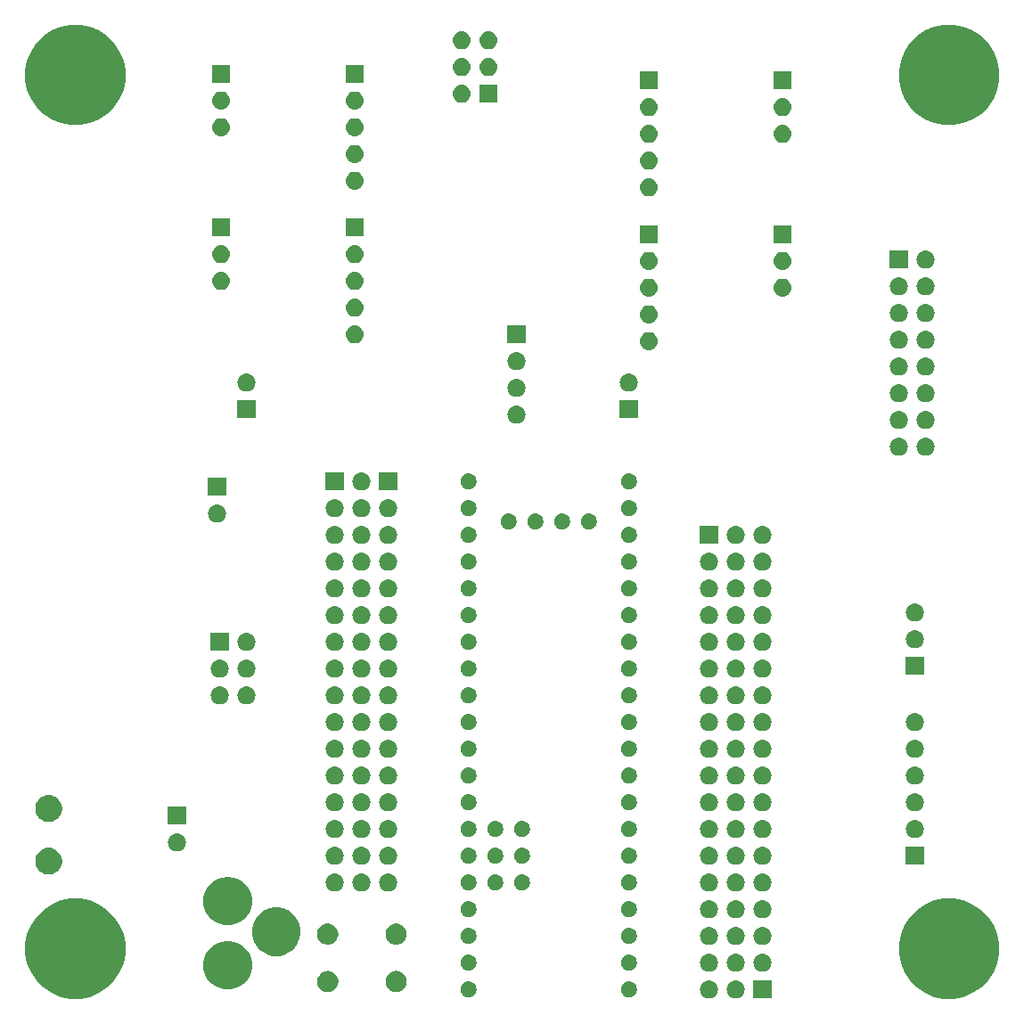
<source format=gbr>
G04 #@! TF.GenerationSoftware,KiCad,Pcbnew,(5.0.2)-1*
G04 #@! TF.CreationDate,2019-04-06T13:06:38-04:00*
G04 #@! TF.ProjectId,Blue-Pill-Board,426c7565-2d50-4696-9c6c-2d426f617264,2*
G04 #@! TF.SameCoordinates,Original*
G04 #@! TF.FileFunction,Soldermask,Bot*
G04 #@! TF.FilePolarity,Negative*
%FSLAX46Y46*%
G04 Gerber Fmt 4.6, Leading zero omitted, Abs format (unit mm)*
G04 Created by KiCad (PCBNEW (5.0.2)-1) date 4/6/2019 1:06:38 PM*
%MOMM*%
%LPD*%
G01*
G04 APERTURE LIST*
%ADD10C,0.150000*%
G04 APERTURE END LIST*
D10*
G36*
X100389169Y-94420519D02*
X101255889Y-94779526D01*
X102035920Y-95300726D01*
X102699274Y-95964080D01*
X103220474Y-96744111D01*
X103579481Y-97610831D01*
X103762500Y-98530933D01*
X103762500Y-99469067D01*
X103579481Y-100389169D01*
X103220474Y-101255889D01*
X102699274Y-102035920D01*
X102035920Y-102699274D01*
X101255889Y-103220474D01*
X100389169Y-103579481D01*
X99469067Y-103762500D01*
X98530933Y-103762500D01*
X97610831Y-103579481D01*
X96744111Y-103220474D01*
X95964080Y-102699274D01*
X95300726Y-102035920D01*
X94779526Y-101255889D01*
X94420519Y-100389169D01*
X94237500Y-99469067D01*
X94237500Y-98530933D01*
X94420519Y-97610831D01*
X94779526Y-96744111D01*
X95300726Y-95964080D01*
X95964080Y-95300726D01*
X96744111Y-94779526D01*
X97610831Y-94420519D01*
X98530933Y-94237500D01*
X99469067Y-94237500D01*
X100389169Y-94420519D01*
X100389169Y-94420519D01*
G37*
G36*
X17389169Y-94420519D02*
X18255889Y-94779526D01*
X19035920Y-95300726D01*
X19699274Y-95964080D01*
X20220474Y-96744111D01*
X20579481Y-97610831D01*
X20762500Y-98530933D01*
X20762500Y-99469067D01*
X20579481Y-100389169D01*
X20220474Y-101255889D01*
X19699274Y-102035920D01*
X19035920Y-102699274D01*
X18255889Y-103220474D01*
X17389169Y-103579481D01*
X16469067Y-103762500D01*
X15530933Y-103762500D01*
X14610831Y-103579481D01*
X13744111Y-103220474D01*
X12964080Y-102699274D01*
X12300726Y-102035920D01*
X11779526Y-101255889D01*
X11420519Y-100389169D01*
X11237500Y-99469067D01*
X11237500Y-98530933D01*
X11420519Y-97610831D01*
X11779526Y-96744111D01*
X12300726Y-95964080D01*
X12964080Y-95300726D01*
X13744111Y-94779526D01*
X14610831Y-94420519D01*
X15530933Y-94237500D01*
X16469067Y-94237500D01*
X17389169Y-94420519D01*
X17389169Y-94420519D01*
G37*
G36*
X78906630Y-102032299D02*
X79066855Y-102080903D01*
X79214520Y-102159831D01*
X79343949Y-102266051D01*
X79450169Y-102395480D01*
X79529097Y-102543145D01*
X79577701Y-102703370D01*
X79594112Y-102870000D01*
X79577701Y-103036630D01*
X79529097Y-103196855D01*
X79450169Y-103344520D01*
X79343949Y-103473949D01*
X79214520Y-103580169D01*
X79066855Y-103659097D01*
X78906630Y-103707701D01*
X78781752Y-103720000D01*
X78698248Y-103720000D01*
X78573370Y-103707701D01*
X78413145Y-103659097D01*
X78265480Y-103580169D01*
X78136051Y-103473949D01*
X78029831Y-103344520D01*
X77950903Y-103196855D01*
X77902299Y-103036630D01*
X77885888Y-102870000D01*
X77902299Y-102703370D01*
X77950903Y-102543145D01*
X78029831Y-102395480D01*
X78136051Y-102266051D01*
X78265480Y-102159831D01*
X78413145Y-102080903D01*
X78573370Y-102032299D01*
X78698248Y-102020000D01*
X78781752Y-102020000D01*
X78906630Y-102032299D01*
X78906630Y-102032299D01*
G37*
G36*
X82130000Y-103720000D02*
X80430000Y-103720000D01*
X80430000Y-102020000D01*
X82130000Y-102020000D01*
X82130000Y-103720000D01*
X82130000Y-103720000D01*
G37*
G36*
X76366630Y-102032299D02*
X76526855Y-102080903D01*
X76674520Y-102159831D01*
X76803949Y-102266051D01*
X76910169Y-102395480D01*
X76989097Y-102543145D01*
X77037701Y-102703370D01*
X77054112Y-102870000D01*
X77037701Y-103036630D01*
X76989097Y-103196855D01*
X76910169Y-103344520D01*
X76803949Y-103473949D01*
X76674520Y-103580169D01*
X76526855Y-103659097D01*
X76366630Y-103707701D01*
X76241752Y-103720000D01*
X76158248Y-103720000D01*
X76033370Y-103707701D01*
X75873145Y-103659097D01*
X75725480Y-103580169D01*
X75596051Y-103473949D01*
X75489831Y-103344520D01*
X75410903Y-103196855D01*
X75362299Y-103036630D01*
X75345888Y-102870000D01*
X75362299Y-102703370D01*
X75410903Y-102543145D01*
X75489831Y-102395480D01*
X75596051Y-102266051D01*
X75725480Y-102159831D01*
X75873145Y-102080903D01*
X76033370Y-102032299D01*
X76158248Y-102020000D01*
X76241752Y-102020000D01*
X76366630Y-102032299D01*
X76366630Y-102032299D01*
G37*
G36*
X68753195Y-102127522D02*
X68802267Y-102137283D01*
X68856705Y-102159832D01*
X68940942Y-102194724D01*
X69065750Y-102278118D01*
X69171882Y-102384250D01*
X69255276Y-102509058D01*
X69312717Y-102647734D01*
X69342000Y-102794948D01*
X69342000Y-102945052D01*
X69312717Y-103092266D01*
X69255276Y-103230942D01*
X69171882Y-103355750D01*
X69065750Y-103461882D01*
X69065747Y-103461884D01*
X68940942Y-103545276D01*
X68802267Y-103602717D01*
X68753195Y-103612478D01*
X68655052Y-103632000D01*
X68504948Y-103632000D01*
X68406805Y-103612478D01*
X68357733Y-103602717D01*
X68219058Y-103545276D01*
X68094253Y-103461884D01*
X68094250Y-103461882D01*
X67988118Y-103355750D01*
X67904724Y-103230942D01*
X67847283Y-103092266D01*
X67818000Y-102945052D01*
X67818000Y-102794948D01*
X67847283Y-102647734D01*
X67904724Y-102509058D01*
X67988118Y-102384250D01*
X68094250Y-102278118D01*
X68219058Y-102194724D01*
X68303295Y-102159832D01*
X68357733Y-102137283D01*
X68406805Y-102127522D01*
X68504948Y-102108000D01*
X68655052Y-102108000D01*
X68753195Y-102127522D01*
X68753195Y-102127522D01*
G37*
G36*
X53513195Y-102127522D02*
X53562267Y-102137283D01*
X53616705Y-102159832D01*
X53700942Y-102194724D01*
X53825750Y-102278118D01*
X53931882Y-102384250D01*
X54015276Y-102509058D01*
X54072717Y-102647734D01*
X54102000Y-102794948D01*
X54102000Y-102945052D01*
X54072717Y-103092266D01*
X54015276Y-103230942D01*
X53931882Y-103355750D01*
X53825750Y-103461882D01*
X53825747Y-103461884D01*
X53700942Y-103545276D01*
X53562267Y-103602717D01*
X53513195Y-103612478D01*
X53415052Y-103632000D01*
X53264948Y-103632000D01*
X53166805Y-103612478D01*
X53117733Y-103602717D01*
X52979058Y-103545276D01*
X52854253Y-103461884D01*
X52854250Y-103461882D01*
X52748118Y-103355750D01*
X52664724Y-103230942D01*
X52607283Y-103092266D01*
X52578000Y-102945052D01*
X52578000Y-102794948D01*
X52607283Y-102647734D01*
X52664724Y-102509058D01*
X52748118Y-102384250D01*
X52854250Y-102278118D01*
X52979058Y-102194724D01*
X53063295Y-102159832D01*
X53117733Y-102137283D01*
X53166805Y-102127522D01*
X53264948Y-102108000D01*
X53415052Y-102108000D01*
X53513195Y-102127522D01*
X53513195Y-102127522D01*
G37*
G36*
X46657770Y-101123372D02*
X46773689Y-101146429D01*
X46955678Y-101221811D01*
X47119463Y-101331249D01*
X47258751Y-101470537D01*
X47368189Y-101634322D01*
X47443571Y-101816311D01*
X47482000Y-102009509D01*
X47482000Y-102206491D01*
X47443571Y-102399689D01*
X47368189Y-102581678D01*
X47258751Y-102745463D01*
X47119463Y-102884751D01*
X46955678Y-102994189D01*
X46773689Y-103069571D01*
X46659592Y-103092266D01*
X46580493Y-103108000D01*
X46383507Y-103108000D01*
X46304408Y-103092266D01*
X46190311Y-103069571D01*
X46008322Y-102994189D01*
X45844537Y-102884751D01*
X45705249Y-102745463D01*
X45595811Y-102581678D01*
X45520429Y-102399689D01*
X45482000Y-102206491D01*
X45482000Y-102009509D01*
X45520429Y-101816311D01*
X45595811Y-101634322D01*
X45705249Y-101470537D01*
X45844537Y-101331249D01*
X46008322Y-101221811D01*
X46190311Y-101146429D01*
X46306230Y-101123372D01*
X46383507Y-101108000D01*
X46580493Y-101108000D01*
X46657770Y-101123372D01*
X46657770Y-101123372D01*
G37*
G36*
X40157770Y-101123372D02*
X40273689Y-101146429D01*
X40455678Y-101221811D01*
X40619463Y-101331249D01*
X40758751Y-101470537D01*
X40868189Y-101634322D01*
X40943571Y-101816311D01*
X40982000Y-102009509D01*
X40982000Y-102206491D01*
X40943571Y-102399689D01*
X40868189Y-102581678D01*
X40758751Y-102745463D01*
X40619463Y-102884751D01*
X40455678Y-102994189D01*
X40273689Y-103069571D01*
X40159592Y-103092266D01*
X40080493Y-103108000D01*
X39883507Y-103108000D01*
X39804408Y-103092266D01*
X39690311Y-103069571D01*
X39508322Y-102994189D01*
X39344537Y-102884751D01*
X39205249Y-102745463D01*
X39095811Y-102581678D01*
X39020429Y-102399689D01*
X38982000Y-102206491D01*
X38982000Y-102009509D01*
X39020429Y-101816311D01*
X39095811Y-101634322D01*
X39205249Y-101470537D01*
X39344537Y-101331249D01*
X39508322Y-101221811D01*
X39690311Y-101146429D01*
X39806230Y-101123372D01*
X39883507Y-101108000D01*
X40080493Y-101108000D01*
X40157770Y-101123372D01*
X40157770Y-101123372D01*
G37*
G36*
X31150885Y-98372387D02*
X31394895Y-98473459D01*
X31569459Y-98545766D01*
X31692082Y-98627700D01*
X31946168Y-98797475D01*
X32266525Y-99117832D01*
X32266527Y-99117835D01*
X32516737Y-99492300D01*
X32518235Y-99494543D01*
X32691613Y-99913115D01*
X32780000Y-100357468D01*
X32780000Y-100810532D01*
X32691613Y-101254885D01*
X32518235Y-101673457D01*
X32266525Y-102050168D01*
X31946168Y-102370525D01*
X31946165Y-102370527D01*
X31569459Y-102622234D01*
X31569458Y-102622235D01*
X31569457Y-102622235D01*
X31150885Y-102795613D01*
X30706532Y-102884000D01*
X30253468Y-102884000D01*
X29809115Y-102795613D01*
X29390543Y-102622235D01*
X29390542Y-102622235D01*
X29390541Y-102622234D01*
X29013835Y-102370527D01*
X29013832Y-102370525D01*
X28693475Y-102050168D01*
X28441765Y-101673457D01*
X28268387Y-101254885D01*
X28180000Y-100810532D01*
X28180000Y-100357468D01*
X28268387Y-99913115D01*
X28441765Y-99494543D01*
X28443264Y-99492300D01*
X28693473Y-99117835D01*
X28693475Y-99117832D01*
X29013832Y-98797475D01*
X29267918Y-98627700D01*
X29390541Y-98545766D01*
X29565106Y-98473459D01*
X29809115Y-98372387D01*
X30253468Y-98284000D01*
X30706532Y-98284000D01*
X31150885Y-98372387D01*
X31150885Y-98372387D01*
G37*
G36*
X76366630Y-99492299D02*
X76526855Y-99540903D01*
X76674520Y-99619831D01*
X76803949Y-99726051D01*
X76910169Y-99855480D01*
X76989097Y-100003145D01*
X77037701Y-100163370D01*
X77054112Y-100330000D01*
X77037701Y-100496630D01*
X76989097Y-100656855D01*
X76910169Y-100804520D01*
X76803949Y-100933949D01*
X76674520Y-101040169D01*
X76526855Y-101119097D01*
X76366630Y-101167701D01*
X76241752Y-101180000D01*
X76158248Y-101180000D01*
X76033370Y-101167701D01*
X75873145Y-101119097D01*
X75725480Y-101040169D01*
X75596051Y-100933949D01*
X75489831Y-100804520D01*
X75410903Y-100656855D01*
X75362299Y-100496630D01*
X75345888Y-100330000D01*
X75362299Y-100163370D01*
X75410903Y-100003145D01*
X75489831Y-99855480D01*
X75596051Y-99726051D01*
X75725480Y-99619831D01*
X75873145Y-99540903D01*
X76033370Y-99492299D01*
X76158248Y-99480000D01*
X76241752Y-99480000D01*
X76366630Y-99492299D01*
X76366630Y-99492299D01*
G37*
G36*
X78906630Y-99492299D02*
X79066855Y-99540903D01*
X79214520Y-99619831D01*
X79343949Y-99726051D01*
X79450169Y-99855480D01*
X79529097Y-100003145D01*
X79577701Y-100163370D01*
X79594112Y-100330000D01*
X79577701Y-100496630D01*
X79529097Y-100656855D01*
X79450169Y-100804520D01*
X79343949Y-100933949D01*
X79214520Y-101040169D01*
X79066855Y-101119097D01*
X78906630Y-101167701D01*
X78781752Y-101180000D01*
X78698248Y-101180000D01*
X78573370Y-101167701D01*
X78413145Y-101119097D01*
X78265480Y-101040169D01*
X78136051Y-100933949D01*
X78029831Y-100804520D01*
X77950903Y-100656855D01*
X77902299Y-100496630D01*
X77885888Y-100330000D01*
X77902299Y-100163370D01*
X77950903Y-100003145D01*
X78029831Y-99855480D01*
X78136051Y-99726051D01*
X78265480Y-99619831D01*
X78413145Y-99540903D01*
X78573370Y-99492299D01*
X78698248Y-99480000D01*
X78781752Y-99480000D01*
X78906630Y-99492299D01*
X78906630Y-99492299D01*
G37*
G36*
X81446630Y-99492299D02*
X81606855Y-99540903D01*
X81754520Y-99619831D01*
X81883949Y-99726051D01*
X81990169Y-99855480D01*
X82069097Y-100003145D01*
X82117701Y-100163370D01*
X82134112Y-100330000D01*
X82117701Y-100496630D01*
X82069097Y-100656855D01*
X81990169Y-100804520D01*
X81883949Y-100933949D01*
X81754520Y-101040169D01*
X81606855Y-101119097D01*
X81446630Y-101167701D01*
X81321752Y-101180000D01*
X81238248Y-101180000D01*
X81113370Y-101167701D01*
X80953145Y-101119097D01*
X80805480Y-101040169D01*
X80676051Y-100933949D01*
X80569831Y-100804520D01*
X80490903Y-100656855D01*
X80442299Y-100496630D01*
X80425888Y-100330000D01*
X80442299Y-100163370D01*
X80490903Y-100003145D01*
X80569831Y-99855480D01*
X80676051Y-99726051D01*
X80805480Y-99619831D01*
X80953145Y-99540903D01*
X81113370Y-99492299D01*
X81238248Y-99480000D01*
X81321752Y-99480000D01*
X81446630Y-99492299D01*
X81446630Y-99492299D01*
G37*
G36*
X53513195Y-99587522D02*
X53562267Y-99597283D01*
X53616705Y-99619832D01*
X53700942Y-99654724D01*
X53825750Y-99738118D01*
X53931882Y-99844250D01*
X54015276Y-99969058D01*
X54072717Y-100107734D01*
X54102000Y-100254948D01*
X54102000Y-100405052D01*
X54072717Y-100552266D01*
X54015276Y-100690942D01*
X53931882Y-100815750D01*
X53825750Y-100921882D01*
X53825747Y-100921884D01*
X53700942Y-101005276D01*
X53562267Y-101062717D01*
X53513195Y-101072478D01*
X53415052Y-101092000D01*
X53264948Y-101092000D01*
X53166805Y-101072478D01*
X53117733Y-101062717D01*
X52979058Y-101005276D01*
X52854253Y-100921884D01*
X52854250Y-100921882D01*
X52748118Y-100815750D01*
X52664724Y-100690942D01*
X52607283Y-100552266D01*
X52578000Y-100405052D01*
X52578000Y-100254948D01*
X52607283Y-100107734D01*
X52664724Y-99969058D01*
X52748118Y-99844250D01*
X52854250Y-99738118D01*
X52979058Y-99654724D01*
X53063295Y-99619832D01*
X53117733Y-99597283D01*
X53166805Y-99587522D01*
X53264948Y-99568000D01*
X53415052Y-99568000D01*
X53513195Y-99587522D01*
X53513195Y-99587522D01*
G37*
G36*
X68753195Y-99587522D02*
X68802267Y-99597283D01*
X68856705Y-99619832D01*
X68940942Y-99654724D01*
X69065750Y-99738118D01*
X69171882Y-99844250D01*
X69255276Y-99969058D01*
X69312717Y-100107734D01*
X69342000Y-100254948D01*
X69342000Y-100405052D01*
X69312717Y-100552266D01*
X69255276Y-100690942D01*
X69171882Y-100815750D01*
X69065750Y-100921882D01*
X69065747Y-100921884D01*
X68940942Y-101005276D01*
X68802267Y-101062717D01*
X68753195Y-101072478D01*
X68655052Y-101092000D01*
X68504948Y-101092000D01*
X68406805Y-101072478D01*
X68357733Y-101062717D01*
X68219058Y-101005276D01*
X68094253Y-100921884D01*
X68094250Y-100921882D01*
X67988118Y-100815750D01*
X67904724Y-100690942D01*
X67847283Y-100552266D01*
X67818000Y-100405052D01*
X67818000Y-100254948D01*
X67847283Y-100107734D01*
X67904724Y-99969058D01*
X67988118Y-99844250D01*
X68094250Y-99738118D01*
X68219058Y-99654724D01*
X68303295Y-99619832D01*
X68357733Y-99597283D01*
X68406805Y-99587522D01*
X68504948Y-99568000D01*
X68655052Y-99568000D01*
X68753195Y-99587522D01*
X68753195Y-99587522D01*
G37*
G36*
X35750885Y-95172387D02*
X36119447Y-95325050D01*
X36169459Y-95345766D01*
X36515308Y-95576855D01*
X36546168Y-95597475D01*
X36866525Y-95917832D01*
X37118235Y-96294543D01*
X37291613Y-96713115D01*
X37380000Y-97157468D01*
X37380000Y-97610532D01*
X37291613Y-98054885D01*
X37156167Y-98381882D01*
X37118234Y-98473459D01*
X37015173Y-98627700D01*
X36866525Y-98850168D01*
X36546168Y-99170525D01*
X36546165Y-99170527D01*
X36169459Y-99422234D01*
X36169458Y-99422235D01*
X36169457Y-99422235D01*
X35750885Y-99595613D01*
X35306532Y-99684000D01*
X34853468Y-99684000D01*
X34409115Y-99595613D01*
X33990543Y-99422235D01*
X33990542Y-99422235D01*
X33990541Y-99422234D01*
X33613835Y-99170527D01*
X33613832Y-99170525D01*
X33293475Y-98850168D01*
X33144827Y-98627700D01*
X33041766Y-98473459D01*
X33003834Y-98381882D01*
X32868387Y-98054885D01*
X32780000Y-97610532D01*
X32780000Y-97157468D01*
X32868387Y-96713115D01*
X33041765Y-96294543D01*
X33293475Y-95917832D01*
X33613832Y-95597475D01*
X33644692Y-95576855D01*
X33990541Y-95345766D01*
X34040554Y-95325050D01*
X34409115Y-95172387D01*
X34853468Y-95084000D01*
X35306532Y-95084000D01*
X35750885Y-95172387D01*
X35750885Y-95172387D01*
G37*
G36*
X78906630Y-96952299D02*
X79066855Y-97000903D01*
X79214520Y-97079831D01*
X79343949Y-97186051D01*
X79450169Y-97315480D01*
X79529097Y-97463145D01*
X79577701Y-97623370D01*
X79594112Y-97790000D01*
X79577701Y-97956630D01*
X79529097Y-98116855D01*
X79450169Y-98264520D01*
X79343949Y-98393949D01*
X79214520Y-98500169D01*
X79066855Y-98579097D01*
X78906630Y-98627701D01*
X78781752Y-98640000D01*
X78698248Y-98640000D01*
X78573370Y-98627701D01*
X78413145Y-98579097D01*
X78265480Y-98500169D01*
X78136051Y-98393949D01*
X78029831Y-98264520D01*
X77950903Y-98116855D01*
X77902299Y-97956630D01*
X77885888Y-97790000D01*
X77902299Y-97623370D01*
X77950903Y-97463145D01*
X78029831Y-97315480D01*
X78136051Y-97186051D01*
X78265480Y-97079831D01*
X78413145Y-97000903D01*
X78573370Y-96952299D01*
X78698248Y-96940000D01*
X78781752Y-96940000D01*
X78906630Y-96952299D01*
X78906630Y-96952299D01*
G37*
G36*
X81446630Y-96952299D02*
X81606855Y-97000903D01*
X81754520Y-97079831D01*
X81883949Y-97186051D01*
X81990169Y-97315480D01*
X82069097Y-97463145D01*
X82117701Y-97623370D01*
X82134112Y-97790000D01*
X82117701Y-97956630D01*
X82069097Y-98116855D01*
X81990169Y-98264520D01*
X81883949Y-98393949D01*
X81754520Y-98500169D01*
X81606855Y-98579097D01*
X81446630Y-98627701D01*
X81321752Y-98640000D01*
X81238248Y-98640000D01*
X81113370Y-98627701D01*
X80953145Y-98579097D01*
X80805480Y-98500169D01*
X80676051Y-98393949D01*
X80569831Y-98264520D01*
X80490903Y-98116855D01*
X80442299Y-97956630D01*
X80425888Y-97790000D01*
X80442299Y-97623370D01*
X80490903Y-97463145D01*
X80569831Y-97315480D01*
X80676051Y-97186051D01*
X80805480Y-97079831D01*
X80953145Y-97000903D01*
X81113370Y-96952299D01*
X81238248Y-96940000D01*
X81321752Y-96940000D01*
X81446630Y-96952299D01*
X81446630Y-96952299D01*
G37*
G36*
X76366630Y-96952299D02*
X76526855Y-97000903D01*
X76674520Y-97079831D01*
X76803949Y-97186051D01*
X76910169Y-97315480D01*
X76989097Y-97463145D01*
X77037701Y-97623370D01*
X77054112Y-97790000D01*
X77037701Y-97956630D01*
X76989097Y-98116855D01*
X76910169Y-98264520D01*
X76803949Y-98393949D01*
X76674520Y-98500169D01*
X76526855Y-98579097D01*
X76366630Y-98627701D01*
X76241752Y-98640000D01*
X76158248Y-98640000D01*
X76033370Y-98627701D01*
X75873145Y-98579097D01*
X75725480Y-98500169D01*
X75596051Y-98393949D01*
X75489831Y-98264520D01*
X75410903Y-98116855D01*
X75362299Y-97956630D01*
X75345888Y-97790000D01*
X75362299Y-97623370D01*
X75410903Y-97463145D01*
X75489831Y-97315480D01*
X75596051Y-97186051D01*
X75725480Y-97079831D01*
X75873145Y-97000903D01*
X76033370Y-96952299D01*
X76158248Y-96940000D01*
X76241752Y-96940000D01*
X76366630Y-96952299D01*
X76366630Y-96952299D01*
G37*
G36*
X40157770Y-96623372D02*
X40273689Y-96646429D01*
X40455678Y-96721811D01*
X40619463Y-96831249D01*
X40758751Y-96970537D01*
X40868189Y-97134322D01*
X40943571Y-97316311D01*
X40965997Y-97429058D01*
X40982000Y-97509507D01*
X40982000Y-97706493D01*
X40966628Y-97783770D01*
X40943571Y-97899689D01*
X40868189Y-98081678D01*
X40758751Y-98245463D01*
X40619463Y-98384751D01*
X40455678Y-98494189D01*
X40273689Y-98569571D01*
X40157770Y-98592628D01*
X40080493Y-98608000D01*
X39883507Y-98608000D01*
X39806230Y-98592628D01*
X39690311Y-98569571D01*
X39508322Y-98494189D01*
X39344537Y-98384751D01*
X39205249Y-98245463D01*
X39095811Y-98081678D01*
X39020429Y-97899689D01*
X38997372Y-97783770D01*
X38982000Y-97706493D01*
X38982000Y-97509507D01*
X38998003Y-97429058D01*
X39020429Y-97316311D01*
X39095811Y-97134322D01*
X39205249Y-96970537D01*
X39344537Y-96831249D01*
X39508322Y-96721811D01*
X39690311Y-96646429D01*
X39806230Y-96623372D01*
X39883507Y-96608000D01*
X40080493Y-96608000D01*
X40157770Y-96623372D01*
X40157770Y-96623372D01*
G37*
G36*
X46657770Y-96623372D02*
X46773689Y-96646429D01*
X46955678Y-96721811D01*
X47119463Y-96831249D01*
X47258751Y-96970537D01*
X47368189Y-97134322D01*
X47443571Y-97316311D01*
X47465997Y-97429058D01*
X47482000Y-97509507D01*
X47482000Y-97706493D01*
X47466628Y-97783770D01*
X47443571Y-97899689D01*
X47368189Y-98081678D01*
X47258751Y-98245463D01*
X47119463Y-98384751D01*
X46955678Y-98494189D01*
X46773689Y-98569571D01*
X46657770Y-98592628D01*
X46580493Y-98608000D01*
X46383507Y-98608000D01*
X46306230Y-98592628D01*
X46190311Y-98569571D01*
X46008322Y-98494189D01*
X45844537Y-98384751D01*
X45705249Y-98245463D01*
X45595811Y-98081678D01*
X45520429Y-97899689D01*
X45497372Y-97783770D01*
X45482000Y-97706493D01*
X45482000Y-97509507D01*
X45498003Y-97429058D01*
X45520429Y-97316311D01*
X45595811Y-97134322D01*
X45705249Y-96970537D01*
X45844537Y-96831249D01*
X46008322Y-96721811D01*
X46190311Y-96646429D01*
X46306230Y-96623372D01*
X46383507Y-96608000D01*
X46580493Y-96608000D01*
X46657770Y-96623372D01*
X46657770Y-96623372D01*
G37*
G36*
X53513195Y-97047522D02*
X53562267Y-97057283D01*
X53616705Y-97079832D01*
X53700942Y-97114724D01*
X53825750Y-97198118D01*
X53931882Y-97304250D01*
X54015276Y-97429058D01*
X54072717Y-97567734D01*
X54102000Y-97714948D01*
X54102000Y-97865052D01*
X54072717Y-98012266D01*
X54015276Y-98150942D01*
X53931882Y-98275750D01*
X53825750Y-98381882D01*
X53825747Y-98381884D01*
X53700942Y-98465276D01*
X53562267Y-98522717D01*
X53520962Y-98530933D01*
X53415052Y-98552000D01*
X53264948Y-98552000D01*
X53159038Y-98530933D01*
X53117733Y-98522717D01*
X52979058Y-98465276D01*
X52854253Y-98381884D01*
X52854250Y-98381882D01*
X52748118Y-98275750D01*
X52664724Y-98150942D01*
X52607283Y-98012266D01*
X52578000Y-97865052D01*
X52578000Y-97714948D01*
X52607283Y-97567734D01*
X52664724Y-97429058D01*
X52748118Y-97304250D01*
X52854250Y-97198118D01*
X52979058Y-97114724D01*
X53063295Y-97079832D01*
X53117733Y-97057283D01*
X53166805Y-97047522D01*
X53264948Y-97028000D01*
X53415052Y-97028000D01*
X53513195Y-97047522D01*
X53513195Y-97047522D01*
G37*
G36*
X68753195Y-97047522D02*
X68802267Y-97057283D01*
X68856705Y-97079832D01*
X68940942Y-97114724D01*
X69065750Y-97198118D01*
X69171882Y-97304250D01*
X69255276Y-97429058D01*
X69312717Y-97567734D01*
X69342000Y-97714948D01*
X69342000Y-97865052D01*
X69312717Y-98012266D01*
X69255276Y-98150942D01*
X69171882Y-98275750D01*
X69065750Y-98381882D01*
X69065747Y-98381884D01*
X68940942Y-98465276D01*
X68802267Y-98522717D01*
X68760962Y-98530933D01*
X68655052Y-98552000D01*
X68504948Y-98552000D01*
X68399038Y-98530933D01*
X68357733Y-98522717D01*
X68219058Y-98465276D01*
X68094253Y-98381884D01*
X68094250Y-98381882D01*
X67988118Y-98275750D01*
X67904724Y-98150942D01*
X67847283Y-98012266D01*
X67818000Y-97865052D01*
X67818000Y-97714948D01*
X67847283Y-97567734D01*
X67904724Y-97429058D01*
X67988118Y-97304250D01*
X68094250Y-97198118D01*
X68219058Y-97114724D01*
X68303295Y-97079832D01*
X68357733Y-97057283D01*
X68406805Y-97047522D01*
X68504948Y-97028000D01*
X68655052Y-97028000D01*
X68753195Y-97047522D01*
X68753195Y-97047522D01*
G37*
G36*
X30965340Y-92235480D02*
X31150885Y-92272387D01*
X31569459Y-92445766D01*
X31715535Y-92543371D01*
X31946168Y-92697475D01*
X32266525Y-93017832D01*
X32266527Y-93017835D01*
X32456323Y-93301884D01*
X32518235Y-93394543D01*
X32538189Y-93442717D01*
X32691613Y-93813115D01*
X32780000Y-94257470D01*
X32780000Y-94710530D01*
X32691613Y-95154885D01*
X32518234Y-95573459D01*
X32288131Y-95917832D01*
X32266525Y-95950168D01*
X31946168Y-96270525D01*
X31946165Y-96270527D01*
X31569459Y-96522234D01*
X31569458Y-96522235D01*
X31569457Y-96522235D01*
X31150885Y-96695613D01*
X30706532Y-96784000D01*
X30253468Y-96784000D01*
X29809115Y-96695613D01*
X29390543Y-96522235D01*
X29390542Y-96522235D01*
X29390541Y-96522234D01*
X29013835Y-96270527D01*
X29013832Y-96270525D01*
X28693475Y-95950168D01*
X28671869Y-95917832D01*
X28441766Y-95573459D01*
X28268387Y-95154885D01*
X28180000Y-94710530D01*
X28180000Y-94257470D01*
X28268387Y-93813115D01*
X28421811Y-93442717D01*
X28441765Y-93394543D01*
X28503678Y-93301884D01*
X28693473Y-93017835D01*
X28693475Y-93017832D01*
X29013832Y-92697475D01*
X29244465Y-92543371D01*
X29390541Y-92445766D01*
X29809115Y-92272387D01*
X29994660Y-92235480D01*
X30253468Y-92184000D01*
X30706532Y-92184000D01*
X30965340Y-92235480D01*
X30965340Y-92235480D01*
G37*
G36*
X81446630Y-94412299D02*
X81606855Y-94460903D01*
X81754520Y-94539831D01*
X81883949Y-94646051D01*
X81990169Y-94775480D01*
X82069097Y-94923145D01*
X82117701Y-95083370D01*
X82134112Y-95250000D01*
X82117701Y-95416630D01*
X82069097Y-95576855D01*
X81990169Y-95724520D01*
X81883949Y-95853949D01*
X81754520Y-95960169D01*
X81606855Y-96039097D01*
X81446630Y-96087701D01*
X81321752Y-96100000D01*
X81238248Y-96100000D01*
X81113370Y-96087701D01*
X80953145Y-96039097D01*
X80805480Y-95960169D01*
X80676051Y-95853949D01*
X80569831Y-95724520D01*
X80490903Y-95576855D01*
X80442299Y-95416630D01*
X80425888Y-95250000D01*
X80442299Y-95083370D01*
X80490903Y-94923145D01*
X80569831Y-94775480D01*
X80676051Y-94646051D01*
X80805480Y-94539831D01*
X80953145Y-94460903D01*
X81113370Y-94412299D01*
X81238248Y-94400000D01*
X81321752Y-94400000D01*
X81446630Y-94412299D01*
X81446630Y-94412299D01*
G37*
G36*
X78906630Y-94412299D02*
X79066855Y-94460903D01*
X79214520Y-94539831D01*
X79343949Y-94646051D01*
X79450169Y-94775480D01*
X79529097Y-94923145D01*
X79577701Y-95083370D01*
X79594112Y-95250000D01*
X79577701Y-95416630D01*
X79529097Y-95576855D01*
X79450169Y-95724520D01*
X79343949Y-95853949D01*
X79214520Y-95960169D01*
X79066855Y-96039097D01*
X78906630Y-96087701D01*
X78781752Y-96100000D01*
X78698248Y-96100000D01*
X78573370Y-96087701D01*
X78413145Y-96039097D01*
X78265480Y-95960169D01*
X78136051Y-95853949D01*
X78029831Y-95724520D01*
X77950903Y-95576855D01*
X77902299Y-95416630D01*
X77885888Y-95250000D01*
X77902299Y-95083370D01*
X77950903Y-94923145D01*
X78029831Y-94775480D01*
X78136051Y-94646051D01*
X78265480Y-94539831D01*
X78413145Y-94460903D01*
X78573370Y-94412299D01*
X78698248Y-94400000D01*
X78781752Y-94400000D01*
X78906630Y-94412299D01*
X78906630Y-94412299D01*
G37*
G36*
X76366630Y-94412299D02*
X76526855Y-94460903D01*
X76674520Y-94539831D01*
X76803949Y-94646051D01*
X76910169Y-94775480D01*
X76989097Y-94923145D01*
X77037701Y-95083370D01*
X77054112Y-95250000D01*
X77037701Y-95416630D01*
X76989097Y-95576855D01*
X76910169Y-95724520D01*
X76803949Y-95853949D01*
X76674520Y-95960169D01*
X76526855Y-96039097D01*
X76366630Y-96087701D01*
X76241752Y-96100000D01*
X76158248Y-96100000D01*
X76033370Y-96087701D01*
X75873145Y-96039097D01*
X75725480Y-95960169D01*
X75596051Y-95853949D01*
X75489831Y-95724520D01*
X75410903Y-95576855D01*
X75362299Y-95416630D01*
X75345888Y-95250000D01*
X75362299Y-95083370D01*
X75410903Y-94923145D01*
X75489831Y-94775480D01*
X75596051Y-94646051D01*
X75725480Y-94539831D01*
X75873145Y-94460903D01*
X76033370Y-94412299D01*
X76158248Y-94400000D01*
X76241752Y-94400000D01*
X76366630Y-94412299D01*
X76366630Y-94412299D01*
G37*
G36*
X68753195Y-94507522D02*
X68802267Y-94517283D01*
X68856705Y-94539832D01*
X68940942Y-94574724D01*
X69065750Y-94658118D01*
X69171882Y-94764250D01*
X69255276Y-94889058D01*
X69312717Y-95027734D01*
X69342000Y-95174948D01*
X69342000Y-95325052D01*
X69312717Y-95472266D01*
X69255276Y-95610942D01*
X69171882Y-95735750D01*
X69065750Y-95841882D01*
X69065747Y-95841884D01*
X68940942Y-95925276D01*
X68802267Y-95982717D01*
X68753195Y-95992478D01*
X68655052Y-96012000D01*
X68504948Y-96012000D01*
X68406805Y-95992478D01*
X68357733Y-95982717D01*
X68219058Y-95925276D01*
X68094253Y-95841884D01*
X68094250Y-95841882D01*
X67988118Y-95735750D01*
X67904724Y-95610942D01*
X67847283Y-95472266D01*
X67818000Y-95325052D01*
X67818000Y-95174948D01*
X67847283Y-95027734D01*
X67904724Y-94889058D01*
X67988118Y-94764250D01*
X68094250Y-94658118D01*
X68219058Y-94574724D01*
X68303295Y-94539832D01*
X68357733Y-94517283D01*
X68406805Y-94507522D01*
X68504948Y-94488000D01*
X68655052Y-94488000D01*
X68753195Y-94507522D01*
X68753195Y-94507522D01*
G37*
G36*
X53513195Y-94507522D02*
X53562267Y-94517283D01*
X53616705Y-94539832D01*
X53700942Y-94574724D01*
X53825750Y-94658118D01*
X53931882Y-94764250D01*
X54015276Y-94889058D01*
X54072717Y-95027734D01*
X54102000Y-95174948D01*
X54102000Y-95325052D01*
X54072717Y-95472266D01*
X54015276Y-95610942D01*
X53931882Y-95735750D01*
X53825750Y-95841882D01*
X53825747Y-95841884D01*
X53700942Y-95925276D01*
X53562267Y-95982717D01*
X53513195Y-95992478D01*
X53415052Y-96012000D01*
X53264948Y-96012000D01*
X53166805Y-95992478D01*
X53117733Y-95982717D01*
X52979058Y-95925276D01*
X52854253Y-95841884D01*
X52854250Y-95841882D01*
X52748118Y-95735750D01*
X52664724Y-95610942D01*
X52607283Y-95472266D01*
X52578000Y-95325052D01*
X52578000Y-95174948D01*
X52607283Y-95027734D01*
X52664724Y-94889058D01*
X52748118Y-94764250D01*
X52854250Y-94658118D01*
X52979058Y-94574724D01*
X53063295Y-94539832D01*
X53117733Y-94517283D01*
X53166805Y-94507522D01*
X53264948Y-94488000D01*
X53415052Y-94488000D01*
X53513195Y-94507522D01*
X53513195Y-94507522D01*
G37*
G36*
X40806630Y-91872299D02*
X40966855Y-91920903D01*
X41114520Y-91999831D01*
X41243949Y-92106051D01*
X41350169Y-92235480D01*
X41429097Y-92383145D01*
X41477701Y-92543370D01*
X41494112Y-92710000D01*
X41477701Y-92876630D01*
X41429097Y-93036855D01*
X41350169Y-93184520D01*
X41243949Y-93313949D01*
X41114520Y-93420169D01*
X40966855Y-93499097D01*
X40806630Y-93547701D01*
X40681752Y-93560000D01*
X40598248Y-93560000D01*
X40473370Y-93547701D01*
X40313145Y-93499097D01*
X40165480Y-93420169D01*
X40036051Y-93313949D01*
X39929831Y-93184520D01*
X39850903Y-93036855D01*
X39802299Y-92876630D01*
X39785888Y-92710000D01*
X39802299Y-92543370D01*
X39850903Y-92383145D01*
X39929831Y-92235480D01*
X40036051Y-92106051D01*
X40165480Y-91999831D01*
X40313145Y-91920903D01*
X40473370Y-91872299D01*
X40598248Y-91860000D01*
X40681752Y-91860000D01*
X40806630Y-91872299D01*
X40806630Y-91872299D01*
G37*
G36*
X43346630Y-91872299D02*
X43506855Y-91920903D01*
X43654520Y-91999831D01*
X43783949Y-92106051D01*
X43890169Y-92235480D01*
X43969097Y-92383145D01*
X44017701Y-92543370D01*
X44034112Y-92710000D01*
X44017701Y-92876630D01*
X43969097Y-93036855D01*
X43890169Y-93184520D01*
X43783949Y-93313949D01*
X43654520Y-93420169D01*
X43506855Y-93499097D01*
X43346630Y-93547701D01*
X43221752Y-93560000D01*
X43138248Y-93560000D01*
X43013370Y-93547701D01*
X42853145Y-93499097D01*
X42705480Y-93420169D01*
X42576051Y-93313949D01*
X42469831Y-93184520D01*
X42390903Y-93036855D01*
X42342299Y-92876630D01*
X42325888Y-92710000D01*
X42342299Y-92543370D01*
X42390903Y-92383145D01*
X42469831Y-92235480D01*
X42576051Y-92106051D01*
X42705480Y-91999831D01*
X42853145Y-91920903D01*
X43013370Y-91872299D01*
X43138248Y-91860000D01*
X43221752Y-91860000D01*
X43346630Y-91872299D01*
X43346630Y-91872299D01*
G37*
G36*
X45886630Y-91872299D02*
X46046855Y-91920903D01*
X46194520Y-91999831D01*
X46323949Y-92106051D01*
X46430169Y-92235480D01*
X46509097Y-92383145D01*
X46557701Y-92543370D01*
X46574112Y-92710000D01*
X46557701Y-92876630D01*
X46509097Y-93036855D01*
X46430169Y-93184520D01*
X46323949Y-93313949D01*
X46194520Y-93420169D01*
X46046855Y-93499097D01*
X45886630Y-93547701D01*
X45761752Y-93560000D01*
X45678248Y-93560000D01*
X45553370Y-93547701D01*
X45393145Y-93499097D01*
X45245480Y-93420169D01*
X45116051Y-93313949D01*
X45009831Y-93184520D01*
X44930903Y-93036855D01*
X44882299Y-92876630D01*
X44865888Y-92710000D01*
X44882299Y-92543370D01*
X44930903Y-92383145D01*
X45009831Y-92235480D01*
X45116051Y-92106051D01*
X45245480Y-91999831D01*
X45393145Y-91920903D01*
X45553370Y-91872299D01*
X45678248Y-91860000D01*
X45761752Y-91860000D01*
X45886630Y-91872299D01*
X45886630Y-91872299D01*
G37*
G36*
X81446630Y-91872299D02*
X81606855Y-91920903D01*
X81754520Y-91999831D01*
X81883949Y-92106051D01*
X81990169Y-92235480D01*
X82069097Y-92383145D01*
X82117701Y-92543370D01*
X82134112Y-92710000D01*
X82117701Y-92876630D01*
X82069097Y-93036855D01*
X81990169Y-93184520D01*
X81883949Y-93313949D01*
X81754520Y-93420169D01*
X81606855Y-93499097D01*
X81446630Y-93547701D01*
X81321752Y-93560000D01*
X81238248Y-93560000D01*
X81113370Y-93547701D01*
X80953145Y-93499097D01*
X80805480Y-93420169D01*
X80676051Y-93313949D01*
X80569831Y-93184520D01*
X80490903Y-93036855D01*
X80442299Y-92876630D01*
X80425888Y-92710000D01*
X80442299Y-92543370D01*
X80490903Y-92383145D01*
X80569831Y-92235480D01*
X80676051Y-92106051D01*
X80805480Y-91999831D01*
X80953145Y-91920903D01*
X81113370Y-91872299D01*
X81238248Y-91860000D01*
X81321752Y-91860000D01*
X81446630Y-91872299D01*
X81446630Y-91872299D01*
G37*
G36*
X78906630Y-91872299D02*
X79066855Y-91920903D01*
X79214520Y-91999831D01*
X79343949Y-92106051D01*
X79450169Y-92235480D01*
X79529097Y-92383145D01*
X79577701Y-92543370D01*
X79594112Y-92710000D01*
X79577701Y-92876630D01*
X79529097Y-93036855D01*
X79450169Y-93184520D01*
X79343949Y-93313949D01*
X79214520Y-93420169D01*
X79066855Y-93499097D01*
X78906630Y-93547701D01*
X78781752Y-93560000D01*
X78698248Y-93560000D01*
X78573370Y-93547701D01*
X78413145Y-93499097D01*
X78265480Y-93420169D01*
X78136051Y-93313949D01*
X78029831Y-93184520D01*
X77950903Y-93036855D01*
X77902299Y-92876630D01*
X77885888Y-92710000D01*
X77902299Y-92543370D01*
X77950903Y-92383145D01*
X78029831Y-92235480D01*
X78136051Y-92106051D01*
X78265480Y-91999831D01*
X78413145Y-91920903D01*
X78573370Y-91872299D01*
X78698248Y-91860000D01*
X78781752Y-91860000D01*
X78906630Y-91872299D01*
X78906630Y-91872299D01*
G37*
G36*
X76366630Y-91872299D02*
X76526855Y-91920903D01*
X76674520Y-91999831D01*
X76803949Y-92106051D01*
X76910169Y-92235480D01*
X76989097Y-92383145D01*
X77037701Y-92543370D01*
X77054112Y-92710000D01*
X77037701Y-92876630D01*
X76989097Y-93036855D01*
X76910169Y-93184520D01*
X76803949Y-93313949D01*
X76674520Y-93420169D01*
X76526855Y-93499097D01*
X76366630Y-93547701D01*
X76241752Y-93560000D01*
X76158248Y-93560000D01*
X76033370Y-93547701D01*
X75873145Y-93499097D01*
X75725480Y-93420169D01*
X75596051Y-93313949D01*
X75489831Y-93184520D01*
X75410903Y-93036855D01*
X75362299Y-92876630D01*
X75345888Y-92710000D01*
X75362299Y-92543370D01*
X75410903Y-92383145D01*
X75489831Y-92235480D01*
X75596051Y-92106051D01*
X75725480Y-91999831D01*
X75873145Y-91920903D01*
X76033370Y-91872299D01*
X76158248Y-91860000D01*
X76241752Y-91860000D01*
X76366630Y-91872299D01*
X76366630Y-91872299D01*
G37*
G36*
X53513195Y-91967522D02*
X53562267Y-91977283D01*
X53616705Y-91999832D01*
X53700942Y-92034724D01*
X53825750Y-92118118D01*
X53931882Y-92224250D01*
X53931884Y-92224253D01*
X54015276Y-92349058D01*
X54072717Y-92487733D01*
X54102000Y-92634950D01*
X54102000Y-92785050D01*
X54072717Y-92932267D01*
X54029395Y-93036855D01*
X54015276Y-93070942D01*
X53931882Y-93195750D01*
X53825750Y-93301882D01*
X53825747Y-93301884D01*
X53700942Y-93385276D01*
X53562267Y-93442717D01*
X53513195Y-93452478D01*
X53415052Y-93472000D01*
X53264948Y-93472000D01*
X53166805Y-93452478D01*
X53117733Y-93442717D01*
X52979058Y-93385276D01*
X52854253Y-93301884D01*
X52854250Y-93301882D01*
X52748118Y-93195750D01*
X52664724Y-93070942D01*
X52650605Y-93036855D01*
X52607283Y-92932267D01*
X52578000Y-92785050D01*
X52578000Y-92634950D01*
X52607283Y-92487733D01*
X52664724Y-92349058D01*
X52748116Y-92224253D01*
X52748118Y-92224250D01*
X52854250Y-92118118D01*
X52979058Y-92034724D01*
X53063295Y-91999832D01*
X53117733Y-91977283D01*
X53166805Y-91967522D01*
X53264948Y-91948000D01*
X53415052Y-91948000D01*
X53513195Y-91967522D01*
X53513195Y-91967522D01*
G37*
G36*
X56053195Y-91967522D02*
X56102267Y-91977283D01*
X56156705Y-91999832D01*
X56240942Y-92034724D01*
X56365750Y-92118118D01*
X56471882Y-92224250D01*
X56471884Y-92224253D01*
X56555276Y-92349058D01*
X56612717Y-92487733D01*
X56642000Y-92634950D01*
X56642000Y-92785050D01*
X56612717Y-92932267D01*
X56569395Y-93036855D01*
X56555276Y-93070942D01*
X56471882Y-93195750D01*
X56365750Y-93301882D01*
X56365747Y-93301884D01*
X56240942Y-93385276D01*
X56102267Y-93442717D01*
X56053195Y-93452478D01*
X55955052Y-93472000D01*
X55804948Y-93472000D01*
X55706805Y-93452478D01*
X55657733Y-93442717D01*
X55519058Y-93385276D01*
X55394253Y-93301884D01*
X55394250Y-93301882D01*
X55288118Y-93195750D01*
X55204724Y-93070942D01*
X55190605Y-93036855D01*
X55147283Y-92932267D01*
X55118000Y-92785050D01*
X55118000Y-92634950D01*
X55147283Y-92487733D01*
X55204724Y-92349058D01*
X55288116Y-92224253D01*
X55288118Y-92224250D01*
X55394250Y-92118118D01*
X55519058Y-92034724D01*
X55603295Y-91999832D01*
X55657733Y-91977283D01*
X55706805Y-91967522D01*
X55804948Y-91948000D01*
X55955052Y-91948000D01*
X56053195Y-91967522D01*
X56053195Y-91967522D01*
G37*
G36*
X58593195Y-91967522D02*
X58642267Y-91977283D01*
X58696705Y-91999832D01*
X58780942Y-92034724D01*
X58905750Y-92118118D01*
X59011882Y-92224250D01*
X59011884Y-92224253D01*
X59095276Y-92349058D01*
X59152717Y-92487733D01*
X59182000Y-92634950D01*
X59182000Y-92785050D01*
X59152717Y-92932267D01*
X59109395Y-93036855D01*
X59095276Y-93070942D01*
X59011882Y-93195750D01*
X58905750Y-93301882D01*
X58905747Y-93301884D01*
X58780942Y-93385276D01*
X58642267Y-93442717D01*
X58593195Y-93452478D01*
X58495052Y-93472000D01*
X58344948Y-93472000D01*
X58246805Y-93452478D01*
X58197733Y-93442717D01*
X58059058Y-93385276D01*
X57934253Y-93301884D01*
X57934250Y-93301882D01*
X57828118Y-93195750D01*
X57744724Y-93070942D01*
X57730605Y-93036855D01*
X57687283Y-92932267D01*
X57658000Y-92785050D01*
X57658000Y-92634950D01*
X57687283Y-92487733D01*
X57744724Y-92349058D01*
X57828116Y-92224253D01*
X57828118Y-92224250D01*
X57934250Y-92118118D01*
X58059058Y-92034724D01*
X58143295Y-91999832D01*
X58197733Y-91977283D01*
X58246805Y-91967522D01*
X58344948Y-91948000D01*
X58495052Y-91948000D01*
X58593195Y-91967522D01*
X58593195Y-91967522D01*
G37*
G36*
X68753195Y-91967522D02*
X68802267Y-91977283D01*
X68856705Y-91999832D01*
X68940942Y-92034724D01*
X69065750Y-92118118D01*
X69171882Y-92224250D01*
X69171884Y-92224253D01*
X69255276Y-92349058D01*
X69312717Y-92487733D01*
X69342000Y-92634950D01*
X69342000Y-92785050D01*
X69312717Y-92932267D01*
X69269395Y-93036855D01*
X69255276Y-93070942D01*
X69171882Y-93195750D01*
X69065750Y-93301882D01*
X69065747Y-93301884D01*
X68940942Y-93385276D01*
X68802267Y-93442717D01*
X68753195Y-93452478D01*
X68655052Y-93472000D01*
X68504948Y-93472000D01*
X68406805Y-93452478D01*
X68357733Y-93442717D01*
X68219058Y-93385276D01*
X68094253Y-93301884D01*
X68094250Y-93301882D01*
X67988118Y-93195750D01*
X67904724Y-93070942D01*
X67890605Y-93036855D01*
X67847283Y-92932267D01*
X67818000Y-92785050D01*
X67818000Y-92634950D01*
X67847283Y-92487733D01*
X67904724Y-92349058D01*
X67988116Y-92224253D01*
X67988118Y-92224250D01*
X68094250Y-92118118D01*
X68219058Y-92034724D01*
X68303295Y-91999832D01*
X68357733Y-91977283D01*
X68406805Y-91967522D01*
X68504948Y-91948000D01*
X68655052Y-91948000D01*
X68753195Y-91967522D01*
X68753195Y-91967522D01*
G37*
G36*
X13709764Y-89432402D02*
X13832445Y-89456805D01*
X14063571Y-89552541D01*
X14271581Y-89691529D01*
X14448471Y-89868419D01*
X14448473Y-89868422D01*
X14587459Y-90076429D01*
X14683195Y-90307555D01*
X14732000Y-90552916D01*
X14732000Y-90803084D01*
X14683195Y-91048445D01*
X14587459Y-91279571D01*
X14448471Y-91487581D01*
X14271581Y-91664471D01*
X14271578Y-91664473D01*
X14063571Y-91803459D01*
X13832445Y-91899195D01*
X13723311Y-91920903D01*
X13587086Y-91948000D01*
X13336914Y-91948000D01*
X13200689Y-91920903D01*
X13091555Y-91899195D01*
X12860429Y-91803459D01*
X12652422Y-91664473D01*
X12652419Y-91664471D01*
X12475529Y-91487581D01*
X12336541Y-91279571D01*
X12240805Y-91048445D01*
X12192000Y-90803084D01*
X12192000Y-90552916D01*
X12240805Y-90307555D01*
X12336541Y-90076429D01*
X12475527Y-89868422D01*
X12475529Y-89868419D01*
X12652419Y-89691529D01*
X12860429Y-89552541D01*
X13091555Y-89456805D01*
X13214236Y-89432402D01*
X13336914Y-89408000D01*
X13587086Y-89408000D01*
X13709764Y-89432402D01*
X13709764Y-89432402D01*
G37*
G36*
X43346630Y-89332299D02*
X43506855Y-89380903D01*
X43654520Y-89459831D01*
X43783949Y-89566051D01*
X43890169Y-89695480D01*
X43969097Y-89843145D01*
X44017701Y-90003370D01*
X44034112Y-90170000D01*
X44017701Y-90336630D01*
X43969097Y-90496855D01*
X43890169Y-90644520D01*
X43783949Y-90773949D01*
X43654520Y-90880169D01*
X43506855Y-90959097D01*
X43346630Y-91007701D01*
X43221752Y-91020000D01*
X43138248Y-91020000D01*
X43013370Y-91007701D01*
X42853145Y-90959097D01*
X42705480Y-90880169D01*
X42576051Y-90773949D01*
X42469831Y-90644520D01*
X42390903Y-90496855D01*
X42342299Y-90336630D01*
X42325888Y-90170000D01*
X42342299Y-90003370D01*
X42390903Y-89843145D01*
X42469831Y-89695480D01*
X42576051Y-89566051D01*
X42705480Y-89459831D01*
X42853145Y-89380903D01*
X43013370Y-89332299D01*
X43138248Y-89320000D01*
X43221752Y-89320000D01*
X43346630Y-89332299D01*
X43346630Y-89332299D01*
G37*
G36*
X40806630Y-89332299D02*
X40966855Y-89380903D01*
X41114520Y-89459831D01*
X41243949Y-89566051D01*
X41350169Y-89695480D01*
X41429097Y-89843145D01*
X41477701Y-90003370D01*
X41494112Y-90170000D01*
X41477701Y-90336630D01*
X41429097Y-90496855D01*
X41350169Y-90644520D01*
X41243949Y-90773949D01*
X41114520Y-90880169D01*
X40966855Y-90959097D01*
X40806630Y-91007701D01*
X40681752Y-91020000D01*
X40598248Y-91020000D01*
X40473370Y-91007701D01*
X40313145Y-90959097D01*
X40165480Y-90880169D01*
X40036051Y-90773949D01*
X39929831Y-90644520D01*
X39850903Y-90496855D01*
X39802299Y-90336630D01*
X39785888Y-90170000D01*
X39802299Y-90003370D01*
X39850903Y-89843145D01*
X39929831Y-89695480D01*
X40036051Y-89566051D01*
X40165480Y-89459831D01*
X40313145Y-89380903D01*
X40473370Y-89332299D01*
X40598248Y-89320000D01*
X40681752Y-89320000D01*
X40806630Y-89332299D01*
X40806630Y-89332299D01*
G37*
G36*
X45886630Y-89332299D02*
X46046855Y-89380903D01*
X46194520Y-89459831D01*
X46323949Y-89566051D01*
X46430169Y-89695480D01*
X46509097Y-89843145D01*
X46557701Y-90003370D01*
X46574112Y-90170000D01*
X46557701Y-90336630D01*
X46509097Y-90496855D01*
X46430169Y-90644520D01*
X46323949Y-90773949D01*
X46194520Y-90880169D01*
X46046855Y-90959097D01*
X45886630Y-91007701D01*
X45761752Y-91020000D01*
X45678248Y-91020000D01*
X45553370Y-91007701D01*
X45393145Y-90959097D01*
X45245480Y-90880169D01*
X45116051Y-90773949D01*
X45009831Y-90644520D01*
X44930903Y-90496855D01*
X44882299Y-90336630D01*
X44865888Y-90170000D01*
X44882299Y-90003370D01*
X44930903Y-89843145D01*
X45009831Y-89695480D01*
X45116051Y-89566051D01*
X45245480Y-89459831D01*
X45393145Y-89380903D01*
X45553370Y-89332299D01*
X45678248Y-89320000D01*
X45761752Y-89320000D01*
X45886630Y-89332299D01*
X45886630Y-89332299D01*
G37*
G36*
X76366630Y-89332299D02*
X76526855Y-89380903D01*
X76674520Y-89459831D01*
X76803949Y-89566051D01*
X76910169Y-89695480D01*
X76989097Y-89843145D01*
X77037701Y-90003370D01*
X77054112Y-90170000D01*
X77037701Y-90336630D01*
X76989097Y-90496855D01*
X76910169Y-90644520D01*
X76803949Y-90773949D01*
X76674520Y-90880169D01*
X76526855Y-90959097D01*
X76366630Y-91007701D01*
X76241752Y-91020000D01*
X76158248Y-91020000D01*
X76033370Y-91007701D01*
X75873145Y-90959097D01*
X75725480Y-90880169D01*
X75596051Y-90773949D01*
X75489831Y-90644520D01*
X75410903Y-90496855D01*
X75362299Y-90336630D01*
X75345888Y-90170000D01*
X75362299Y-90003370D01*
X75410903Y-89843145D01*
X75489831Y-89695480D01*
X75596051Y-89566051D01*
X75725480Y-89459831D01*
X75873145Y-89380903D01*
X76033370Y-89332299D01*
X76158248Y-89320000D01*
X76241752Y-89320000D01*
X76366630Y-89332299D01*
X76366630Y-89332299D01*
G37*
G36*
X96608000Y-91020000D02*
X94908000Y-91020000D01*
X94908000Y-89320000D01*
X96608000Y-89320000D01*
X96608000Y-91020000D01*
X96608000Y-91020000D01*
G37*
G36*
X81446630Y-89332299D02*
X81606855Y-89380903D01*
X81754520Y-89459831D01*
X81883949Y-89566051D01*
X81990169Y-89695480D01*
X82069097Y-89843145D01*
X82117701Y-90003370D01*
X82134112Y-90170000D01*
X82117701Y-90336630D01*
X82069097Y-90496855D01*
X81990169Y-90644520D01*
X81883949Y-90773949D01*
X81754520Y-90880169D01*
X81606855Y-90959097D01*
X81446630Y-91007701D01*
X81321752Y-91020000D01*
X81238248Y-91020000D01*
X81113370Y-91007701D01*
X80953145Y-90959097D01*
X80805480Y-90880169D01*
X80676051Y-90773949D01*
X80569831Y-90644520D01*
X80490903Y-90496855D01*
X80442299Y-90336630D01*
X80425888Y-90170000D01*
X80442299Y-90003370D01*
X80490903Y-89843145D01*
X80569831Y-89695480D01*
X80676051Y-89566051D01*
X80805480Y-89459831D01*
X80953145Y-89380903D01*
X81113370Y-89332299D01*
X81238248Y-89320000D01*
X81321752Y-89320000D01*
X81446630Y-89332299D01*
X81446630Y-89332299D01*
G37*
G36*
X78906630Y-89332299D02*
X79066855Y-89380903D01*
X79214520Y-89459831D01*
X79343949Y-89566051D01*
X79450169Y-89695480D01*
X79529097Y-89843145D01*
X79577701Y-90003370D01*
X79594112Y-90170000D01*
X79577701Y-90336630D01*
X79529097Y-90496855D01*
X79450169Y-90644520D01*
X79343949Y-90773949D01*
X79214520Y-90880169D01*
X79066855Y-90959097D01*
X78906630Y-91007701D01*
X78781752Y-91020000D01*
X78698248Y-91020000D01*
X78573370Y-91007701D01*
X78413145Y-90959097D01*
X78265480Y-90880169D01*
X78136051Y-90773949D01*
X78029831Y-90644520D01*
X77950903Y-90496855D01*
X77902299Y-90336630D01*
X77885888Y-90170000D01*
X77902299Y-90003370D01*
X77950903Y-89843145D01*
X78029831Y-89695480D01*
X78136051Y-89566051D01*
X78265480Y-89459831D01*
X78413145Y-89380903D01*
X78573370Y-89332299D01*
X78698248Y-89320000D01*
X78781752Y-89320000D01*
X78906630Y-89332299D01*
X78906630Y-89332299D01*
G37*
G36*
X68753195Y-89427522D02*
X68802267Y-89437283D01*
X68856705Y-89459832D01*
X68940942Y-89494724D01*
X69065750Y-89578118D01*
X69171882Y-89684250D01*
X69255276Y-89809058D01*
X69312717Y-89947734D01*
X69342000Y-90094948D01*
X69342000Y-90245052D01*
X69312717Y-90392266D01*
X69255276Y-90530942D01*
X69171882Y-90655750D01*
X69065750Y-90761882D01*
X69065747Y-90761884D01*
X68940942Y-90845276D01*
X68802267Y-90902717D01*
X68753195Y-90912478D01*
X68655052Y-90932000D01*
X68504948Y-90932000D01*
X68406805Y-90912478D01*
X68357733Y-90902717D01*
X68219058Y-90845276D01*
X68094253Y-90761884D01*
X68094250Y-90761882D01*
X67988118Y-90655750D01*
X67904724Y-90530942D01*
X67847283Y-90392266D01*
X67818000Y-90245052D01*
X67818000Y-90094948D01*
X67847283Y-89947734D01*
X67904724Y-89809058D01*
X67988118Y-89684250D01*
X68094250Y-89578118D01*
X68219058Y-89494724D01*
X68303295Y-89459832D01*
X68357733Y-89437283D01*
X68406805Y-89427522D01*
X68504948Y-89408000D01*
X68655052Y-89408000D01*
X68753195Y-89427522D01*
X68753195Y-89427522D01*
G37*
G36*
X58593195Y-89427522D02*
X58642267Y-89437283D01*
X58696705Y-89459832D01*
X58780942Y-89494724D01*
X58905750Y-89578118D01*
X59011882Y-89684250D01*
X59095276Y-89809058D01*
X59152717Y-89947734D01*
X59182000Y-90094948D01*
X59182000Y-90245052D01*
X59152717Y-90392266D01*
X59095276Y-90530942D01*
X59011882Y-90655750D01*
X58905750Y-90761882D01*
X58905747Y-90761884D01*
X58780942Y-90845276D01*
X58642267Y-90902717D01*
X58593195Y-90912478D01*
X58495052Y-90932000D01*
X58344948Y-90932000D01*
X58246805Y-90912478D01*
X58197733Y-90902717D01*
X58059058Y-90845276D01*
X57934253Y-90761884D01*
X57934250Y-90761882D01*
X57828118Y-90655750D01*
X57744724Y-90530942D01*
X57687283Y-90392266D01*
X57658000Y-90245052D01*
X57658000Y-90094948D01*
X57687283Y-89947734D01*
X57744724Y-89809058D01*
X57828118Y-89684250D01*
X57934250Y-89578118D01*
X58059058Y-89494724D01*
X58143295Y-89459832D01*
X58197733Y-89437283D01*
X58246805Y-89427522D01*
X58344948Y-89408000D01*
X58495052Y-89408000D01*
X58593195Y-89427522D01*
X58593195Y-89427522D01*
G37*
G36*
X53513195Y-89427522D02*
X53562267Y-89437283D01*
X53616705Y-89459832D01*
X53700942Y-89494724D01*
X53825750Y-89578118D01*
X53931882Y-89684250D01*
X54015276Y-89809058D01*
X54072717Y-89947734D01*
X54102000Y-90094948D01*
X54102000Y-90245052D01*
X54072717Y-90392266D01*
X54015276Y-90530942D01*
X53931882Y-90655750D01*
X53825750Y-90761882D01*
X53825747Y-90761884D01*
X53700942Y-90845276D01*
X53562267Y-90902717D01*
X53513195Y-90912478D01*
X53415052Y-90932000D01*
X53264948Y-90932000D01*
X53166805Y-90912478D01*
X53117733Y-90902717D01*
X52979058Y-90845276D01*
X52854253Y-90761884D01*
X52854250Y-90761882D01*
X52748118Y-90655750D01*
X52664724Y-90530942D01*
X52607283Y-90392266D01*
X52578000Y-90245052D01*
X52578000Y-90094948D01*
X52607283Y-89947734D01*
X52664724Y-89809058D01*
X52748118Y-89684250D01*
X52854250Y-89578118D01*
X52979058Y-89494724D01*
X53063295Y-89459832D01*
X53117733Y-89437283D01*
X53166805Y-89427522D01*
X53264948Y-89408000D01*
X53415052Y-89408000D01*
X53513195Y-89427522D01*
X53513195Y-89427522D01*
G37*
G36*
X56053195Y-89427522D02*
X56102267Y-89437283D01*
X56156705Y-89459832D01*
X56240942Y-89494724D01*
X56365750Y-89578118D01*
X56471882Y-89684250D01*
X56555276Y-89809058D01*
X56612717Y-89947734D01*
X56642000Y-90094948D01*
X56642000Y-90245052D01*
X56612717Y-90392266D01*
X56555276Y-90530942D01*
X56471882Y-90655750D01*
X56365750Y-90761882D01*
X56365747Y-90761884D01*
X56240942Y-90845276D01*
X56102267Y-90902717D01*
X56053195Y-90912478D01*
X55955052Y-90932000D01*
X55804948Y-90932000D01*
X55706805Y-90912478D01*
X55657733Y-90902717D01*
X55519058Y-90845276D01*
X55394253Y-90761884D01*
X55394250Y-90761882D01*
X55288118Y-90655750D01*
X55204724Y-90530942D01*
X55147283Y-90392266D01*
X55118000Y-90245052D01*
X55118000Y-90094948D01*
X55147283Y-89947734D01*
X55204724Y-89809058D01*
X55288118Y-89684250D01*
X55394250Y-89578118D01*
X55519058Y-89494724D01*
X55603295Y-89459832D01*
X55657733Y-89437283D01*
X55706805Y-89427522D01*
X55804948Y-89408000D01*
X55955052Y-89408000D01*
X56053195Y-89427522D01*
X56053195Y-89427522D01*
G37*
G36*
X25820630Y-88062299D02*
X25980855Y-88110903D01*
X26128520Y-88189831D01*
X26257949Y-88296051D01*
X26364169Y-88425480D01*
X26443097Y-88573145D01*
X26491701Y-88733370D01*
X26508112Y-88900000D01*
X26491701Y-89066630D01*
X26443097Y-89226855D01*
X26364169Y-89374520D01*
X26257949Y-89503949D01*
X26128520Y-89610169D01*
X25980855Y-89689097D01*
X25820630Y-89737701D01*
X25695752Y-89750000D01*
X25612248Y-89750000D01*
X25487370Y-89737701D01*
X25327145Y-89689097D01*
X25179480Y-89610169D01*
X25050051Y-89503949D01*
X24943831Y-89374520D01*
X24864903Y-89226855D01*
X24816299Y-89066630D01*
X24799888Y-88900000D01*
X24816299Y-88733370D01*
X24864903Y-88573145D01*
X24943831Y-88425480D01*
X25050051Y-88296051D01*
X25179480Y-88189831D01*
X25327145Y-88110903D01*
X25487370Y-88062299D01*
X25612248Y-88050000D01*
X25695752Y-88050000D01*
X25820630Y-88062299D01*
X25820630Y-88062299D01*
G37*
G36*
X45886630Y-86792299D02*
X46046855Y-86840903D01*
X46194520Y-86919831D01*
X46323949Y-87026051D01*
X46430169Y-87155480D01*
X46509097Y-87303145D01*
X46557701Y-87463370D01*
X46574112Y-87630000D01*
X46557701Y-87796630D01*
X46509097Y-87956855D01*
X46430169Y-88104520D01*
X46323949Y-88233949D01*
X46194520Y-88340169D01*
X46046855Y-88419097D01*
X45886630Y-88467701D01*
X45761752Y-88480000D01*
X45678248Y-88480000D01*
X45553370Y-88467701D01*
X45393145Y-88419097D01*
X45245480Y-88340169D01*
X45116051Y-88233949D01*
X45009831Y-88104520D01*
X44930903Y-87956855D01*
X44882299Y-87796630D01*
X44865888Y-87630000D01*
X44882299Y-87463370D01*
X44930903Y-87303145D01*
X45009831Y-87155480D01*
X45116051Y-87026051D01*
X45245480Y-86919831D01*
X45393145Y-86840903D01*
X45553370Y-86792299D01*
X45678248Y-86780000D01*
X45761752Y-86780000D01*
X45886630Y-86792299D01*
X45886630Y-86792299D01*
G37*
G36*
X76366630Y-86792299D02*
X76526855Y-86840903D01*
X76674520Y-86919831D01*
X76803949Y-87026051D01*
X76910169Y-87155480D01*
X76989097Y-87303145D01*
X77037701Y-87463370D01*
X77054112Y-87630000D01*
X77037701Y-87796630D01*
X76989097Y-87956855D01*
X76910169Y-88104520D01*
X76803949Y-88233949D01*
X76674520Y-88340169D01*
X76526855Y-88419097D01*
X76366630Y-88467701D01*
X76241752Y-88480000D01*
X76158248Y-88480000D01*
X76033370Y-88467701D01*
X75873145Y-88419097D01*
X75725480Y-88340169D01*
X75596051Y-88233949D01*
X75489831Y-88104520D01*
X75410903Y-87956855D01*
X75362299Y-87796630D01*
X75345888Y-87630000D01*
X75362299Y-87463370D01*
X75410903Y-87303145D01*
X75489831Y-87155480D01*
X75596051Y-87026051D01*
X75725480Y-86919831D01*
X75873145Y-86840903D01*
X76033370Y-86792299D01*
X76158248Y-86780000D01*
X76241752Y-86780000D01*
X76366630Y-86792299D01*
X76366630Y-86792299D01*
G37*
G36*
X81446630Y-86792299D02*
X81606855Y-86840903D01*
X81754520Y-86919831D01*
X81883949Y-87026051D01*
X81990169Y-87155480D01*
X82069097Y-87303145D01*
X82117701Y-87463370D01*
X82134112Y-87630000D01*
X82117701Y-87796630D01*
X82069097Y-87956855D01*
X81990169Y-88104520D01*
X81883949Y-88233949D01*
X81754520Y-88340169D01*
X81606855Y-88419097D01*
X81446630Y-88467701D01*
X81321752Y-88480000D01*
X81238248Y-88480000D01*
X81113370Y-88467701D01*
X80953145Y-88419097D01*
X80805480Y-88340169D01*
X80676051Y-88233949D01*
X80569831Y-88104520D01*
X80490903Y-87956855D01*
X80442299Y-87796630D01*
X80425888Y-87630000D01*
X80442299Y-87463370D01*
X80490903Y-87303145D01*
X80569831Y-87155480D01*
X80676051Y-87026051D01*
X80805480Y-86919831D01*
X80953145Y-86840903D01*
X81113370Y-86792299D01*
X81238248Y-86780000D01*
X81321752Y-86780000D01*
X81446630Y-86792299D01*
X81446630Y-86792299D01*
G37*
G36*
X43346630Y-86792299D02*
X43506855Y-86840903D01*
X43654520Y-86919831D01*
X43783949Y-87026051D01*
X43890169Y-87155480D01*
X43969097Y-87303145D01*
X44017701Y-87463370D01*
X44034112Y-87630000D01*
X44017701Y-87796630D01*
X43969097Y-87956855D01*
X43890169Y-88104520D01*
X43783949Y-88233949D01*
X43654520Y-88340169D01*
X43506855Y-88419097D01*
X43346630Y-88467701D01*
X43221752Y-88480000D01*
X43138248Y-88480000D01*
X43013370Y-88467701D01*
X42853145Y-88419097D01*
X42705480Y-88340169D01*
X42576051Y-88233949D01*
X42469831Y-88104520D01*
X42390903Y-87956855D01*
X42342299Y-87796630D01*
X42325888Y-87630000D01*
X42342299Y-87463370D01*
X42390903Y-87303145D01*
X42469831Y-87155480D01*
X42576051Y-87026051D01*
X42705480Y-86919831D01*
X42853145Y-86840903D01*
X43013370Y-86792299D01*
X43138248Y-86780000D01*
X43221752Y-86780000D01*
X43346630Y-86792299D01*
X43346630Y-86792299D01*
G37*
G36*
X40806630Y-86792299D02*
X40966855Y-86840903D01*
X41114520Y-86919831D01*
X41243949Y-87026051D01*
X41350169Y-87155480D01*
X41429097Y-87303145D01*
X41477701Y-87463370D01*
X41494112Y-87630000D01*
X41477701Y-87796630D01*
X41429097Y-87956855D01*
X41350169Y-88104520D01*
X41243949Y-88233949D01*
X41114520Y-88340169D01*
X40966855Y-88419097D01*
X40806630Y-88467701D01*
X40681752Y-88480000D01*
X40598248Y-88480000D01*
X40473370Y-88467701D01*
X40313145Y-88419097D01*
X40165480Y-88340169D01*
X40036051Y-88233949D01*
X39929831Y-88104520D01*
X39850903Y-87956855D01*
X39802299Y-87796630D01*
X39785888Y-87630000D01*
X39802299Y-87463370D01*
X39850903Y-87303145D01*
X39929831Y-87155480D01*
X40036051Y-87026051D01*
X40165480Y-86919831D01*
X40313145Y-86840903D01*
X40473370Y-86792299D01*
X40598248Y-86780000D01*
X40681752Y-86780000D01*
X40806630Y-86792299D01*
X40806630Y-86792299D01*
G37*
G36*
X78906630Y-86792299D02*
X79066855Y-86840903D01*
X79214520Y-86919831D01*
X79343949Y-87026051D01*
X79450169Y-87155480D01*
X79529097Y-87303145D01*
X79577701Y-87463370D01*
X79594112Y-87630000D01*
X79577701Y-87796630D01*
X79529097Y-87956855D01*
X79450169Y-88104520D01*
X79343949Y-88233949D01*
X79214520Y-88340169D01*
X79066855Y-88419097D01*
X78906630Y-88467701D01*
X78781752Y-88480000D01*
X78698248Y-88480000D01*
X78573370Y-88467701D01*
X78413145Y-88419097D01*
X78265480Y-88340169D01*
X78136051Y-88233949D01*
X78029831Y-88104520D01*
X77950903Y-87956855D01*
X77902299Y-87796630D01*
X77885888Y-87630000D01*
X77902299Y-87463370D01*
X77950903Y-87303145D01*
X78029831Y-87155480D01*
X78136051Y-87026051D01*
X78265480Y-86919831D01*
X78413145Y-86840903D01*
X78573370Y-86792299D01*
X78698248Y-86780000D01*
X78781752Y-86780000D01*
X78906630Y-86792299D01*
X78906630Y-86792299D01*
G37*
G36*
X95924630Y-86792299D02*
X96084855Y-86840903D01*
X96232520Y-86919831D01*
X96361949Y-87026051D01*
X96468169Y-87155480D01*
X96547097Y-87303145D01*
X96595701Y-87463370D01*
X96612112Y-87630000D01*
X96595701Y-87796630D01*
X96547097Y-87956855D01*
X96468169Y-88104520D01*
X96361949Y-88233949D01*
X96232520Y-88340169D01*
X96084855Y-88419097D01*
X95924630Y-88467701D01*
X95799752Y-88480000D01*
X95716248Y-88480000D01*
X95591370Y-88467701D01*
X95431145Y-88419097D01*
X95283480Y-88340169D01*
X95154051Y-88233949D01*
X95047831Y-88104520D01*
X94968903Y-87956855D01*
X94920299Y-87796630D01*
X94903888Y-87630000D01*
X94920299Y-87463370D01*
X94968903Y-87303145D01*
X95047831Y-87155480D01*
X95154051Y-87026051D01*
X95283480Y-86919831D01*
X95431145Y-86840903D01*
X95591370Y-86792299D01*
X95716248Y-86780000D01*
X95799752Y-86780000D01*
X95924630Y-86792299D01*
X95924630Y-86792299D01*
G37*
G36*
X68753195Y-86887522D02*
X68802267Y-86897283D01*
X68856705Y-86919832D01*
X68940942Y-86954724D01*
X69065750Y-87038118D01*
X69171882Y-87144250D01*
X69255276Y-87269058D01*
X69312717Y-87407734D01*
X69342000Y-87554948D01*
X69342000Y-87705052D01*
X69312717Y-87852266D01*
X69255276Y-87990942D01*
X69171882Y-88115750D01*
X69065750Y-88221882D01*
X69065747Y-88221884D01*
X68940942Y-88305276D01*
X68802267Y-88362717D01*
X68753195Y-88372478D01*
X68655052Y-88392000D01*
X68504948Y-88392000D01*
X68406805Y-88372478D01*
X68357733Y-88362717D01*
X68219058Y-88305276D01*
X68094253Y-88221884D01*
X68094250Y-88221882D01*
X67988118Y-88115750D01*
X67904724Y-87990942D01*
X67847283Y-87852266D01*
X67818000Y-87705052D01*
X67818000Y-87554948D01*
X67847283Y-87407734D01*
X67904724Y-87269058D01*
X67988118Y-87144250D01*
X68094250Y-87038118D01*
X68219058Y-86954724D01*
X68303295Y-86919832D01*
X68357733Y-86897283D01*
X68406805Y-86887522D01*
X68504948Y-86868000D01*
X68655052Y-86868000D01*
X68753195Y-86887522D01*
X68753195Y-86887522D01*
G37*
G36*
X58593195Y-86887522D02*
X58642267Y-86897283D01*
X58696705Y-86919832D01*
X58780942Y-86954724D01*
X58905750Y-87038118D01*
X59011882Y-87144250D01*
X59095276Y-87269058D01*
X59152717Y-87407734D01*
X59182000Y-87554948D01*
X59182000Y-87705052D01*
X59152717Y-87852266D01*
X59095276Y-87990942D01*
X59011882Y-88115750D01*
X58905750Y-88221882D01*
X58905747Y-88221884D01*
X58780942Y-88305276D01*
X58642267Y-88362717D01*
X58593195Y-88372478D01*
X58495052Y-88392000D01*
X58344948Y-88392000D01*
X58246805Y-88372478D01*
X58197733Y-88362717D01*
X58059058Y-88305276D01*
X57934253Y-88221884D01*
X57934250Y-88221882D01*
X57828118Y-88115750D01*
X57744724Y-87990942D01*
X57687283Y-87852266D01*
X57658000Y-87705052D01*
X57658000Y-87554948D01*
X57687283Y-87407734D01*
X57744724Y-87269058D01*
X57828118Y-87144250D01*
X57934250Y-87038118D01*
X58059058Y-86954724D01*
X58143295Y-86919832D01*
X58197733Y-86897283D01*
X58246805Y-86887522D01*
X58344948Y-86868000D01*
X58495052Y-86868000D01*
X58593195Y-86887522D01*
X58593195Y-86887522D01*
G37*
G36*
X56053195Y-86887522D02*
X56102267Y-86897283D01*
X56156705Y-86919832D01*
X56240942Y-86954724D01*
X56365750Y-87038118D01*
X56471882Y-87144250D01*
X56555276Y-87269058D01*
X56612717Y-87407734D01*
X56642000Y-87554948D01*
X56642000Y-87705052D01*
X56612717Y-87852266D01*
X56555276Y-87990942D01*
X56471882Y-88115750D01*
X56365750Y-88221882D01*
X56365747Y-88221884D01*
X56240942Y-88305276D01*
X56102267Y-88362717D01*
X56053195Y-88372478D01*
X55955052Y-88392000D01*
X55804948Y-88392000D01*
X55706805Y-88372478D01*
X55657733Y-88362717D01*
X55519058Y-88305276D01*
X55394253Y-88221884D01*
X55394250Y-88221882D01*
X55288118Y-88115750D01*
X55204724Y-87990942D01*
X55147283Y-87852266D01*
X55118000Y-87705052D01*
X55118000Y-87554948D01*
X55147283Y-87407734D01*
X55204724Y-87269058D01*
X55288118Y-87144250D01*
X55394250Y-87038118D01*
X55519058Y-86954724D01*
X55603295Y-86919832D01*
X55657733Y-86897283D01*
X55706805Y-86887522D01*
X55804948Y-86868000D01*
X55955052Y-86868000D01*
X56053195Y-86887522D01*
X56053195Y-86887522D01*
G37*
G36*
X53513195Y-86887522D02*
X53562267Y-86897283D01*
X53616705Y-86919832D01*
X53700942Y-86954724D01*
X53825750Y-87038118D01*
X53931882Y-87144250D01*
X54015276Y-87269058D01*
X54072717Y-87407734D01*
X54102000Y-87554948D01*
X54102000Y-87705052D01*
X54072717Y-87852266D01*
X54015276Y-87990942D01*
X53931882Y-88115750D01*
X53825750Y-88221882D01*
X53825747Y-88221884D01*
X53700942Y-88305276D01*
X53562267Y-88362717D01*
X53513195Y-88372478D01*
X53415052Y-88392000D01*
X53264948Y-88392000D01*
X53166805Y-88372478D01*
X53117733Y-88362717D01*
X52979058Y-88305276D01*
X52854253Y-88221884D01*
X52854250Y-88221882D01*
X52748118Y-88115750D01*
X52664724Y-87990942D01*
X52607283Y-87852266D01*
X52578000Y-87705052D01*
X52578000Y-87554948D01*
X52607283Y-87407734D01*
X52664724Y-87269058D01*
X52748118Y-87144250D01*
X52854250Y-87038118D01*
X52979058Y-86954724D01*
X53063295Y-86919832D01*
X53117733Y-86897283D01*
X53166805Y-86887522D01*
X53264948Y-86868000D01*
X53415052Y-86868000D01*
X53513195Y-86887522D01*
X53513195Y-86887522D01*
G37*
G36*
X26504000Y-87210000D02*
X24804000Y-87210000D01*
X24804000Y-85510000D01*
X26504000Y-85510000D01*
X26504000Y-87210000D01*
X26504000Y-87210000D01*
G37*
G36*
X13709764Y-84432402D02*
X13832445Y-84456805D01*
X14063571Y-84552541D01*
X14271581Y-84691529D01*
X14448471Y-84868419D01*
X14448473Y-84868422D01*
X14587459Y-85076429D01*
X14683195Y-85307555D01*
X14732000Y-85552916D01*
X14732000Y-85803084D01*
X14683195Y-86048445D01*
X14587459Y-86279571D01*
X14448471Y-86487581D01*
X14271581Y-86664471D01*
X14271578Y-86664473D01*
X14063571Y-86803459D01*
X13832445Y-86899195D01*
X13728700Y-86919831D01*
X13587086Y-86948000D01*
X13336914Y-86948000D01*
X13195300Y-86919831D01*
X13091555Y-86899195D01*
X12860429Y-86803459D01*
X12652422Y-86664473D01*
X12652419Y-86664471D01*
X12475529Y-86487581D01*
X12336541Y-86279571D01*
X12240805Y-86048445D01*
X12192000Y-85803084D01*
X12192000Y-85552916D01*
X12240805Y-85307555D01*
X12336541Y-85076429D01*
X12475527Y-84868422D01*
X12475529Y-84868419D01*
X12652419Y-84691529D01*
X12860429Y-84552541D01*
X13091555Y-84456805D01*
X13214236Y-84432402D01*
X13336914Y-84408000D01*
X13587086Y-84408000D01*
X13709764Y-84432402D01*
X13709764Y-84432402D01*
G37*
G36*
X45886630Y-84252299D02*
X46046855Y-84300903D01*
X46194520Y-84379831D01*
X46323949Y-84486051D01*
X46430169Y-84615480D01*
X46509097Y-84763145D01*
X46557701Y-84923370D01*
X46574112Y-85090000D01*
X46557701Y-85256630D01*
X46509097Y-85416855D01*
X46430169Y-85564520D01*
X46323949Y-85693949D01*
X46194520Y-85800169D01*
X46046855Y-85879097D01*
X45886630Y-85927701D01*
X45761752Y-85940000D01*
X45678248Y-85940000D01*
X45553370Y-85927701D01*
X45393145Y-85879097D01*
X45245480Y-85800169D01*
X45116051Y-85693949D01*
X45009831Y-85564520D01*
X44930903Y-85416855D01*
X44882299Y-85256630D01*
X44865888Y-85090000D01*
X44882299Y-84923370D01*
X44930903Y-84763145D01*
X45009831Y-84615480D01*
X45116051Y-84486051D01*
X45245480Y-84379831D01*
X45393145Y-84300903D01*
X45553370Y-84252299D01*
X45678248Y-84240000D01*
X45761752Y-84240000D01*
X45886630Y-84252299D01*
X45886630Y-84252299D01*
G37*
G36*
X76366630Y-84252299D02*
X76526855Y-84300903D01*
X76674520Y-84379831D01*
X76803949Y-84486051D01*
X76910169Y-84615480D01*
X76989097Y-84763145D01*
X77037701Y-84923370D01*
X77054112Y-85090000D01*
X77037701Y-85256630D01*
X76989097Y-85416855D01*
X76910169Y-85564520D01*
X76803949Y-85693949D01*
X76674520Y-85800169D01*
X76526855Y-85879097D01*
X76366630Y-85927701D01*
X76241752Y-85940000D01*
X76158248Y-85940000D01*
X76033370Y-85927701D01*
X75873145Y-85879097D01*
X75725480Y-85800169D01*
X75596051Y-85693949D01*
X75489831Y-85564520D01*
X75410903Y-85416855D01*
X75362299Y-85256630D01*
X75345888Y-85090000D01*
X75362299Y-84923370D01*
X75410903Y-84763145D01*
X75489831Y-84615480D01*
X75596051Y-84486051D01*
X75725480Y-84379831D01*
X75873145Y-84300903D01*
X76033370Y-84252299D01*
X76158248Y-84240000D01*
X76241752Y-84240000D01*
X76366630Y-84252299D01*
X76366630Y-84252299D01*
G37*
G36*
X43346630Y-84252299D02*
X43506855Y-84300903D01*
X43654520Y-84379831D01*
X43783949Y-84486051D01*
X43890169Y-84615480D01*
X43969097Y-84763145D01*
X44017701Y-84923370D01*
X44034112Y-85090000D01*
X44017701Y-85256630D01*
X43969097Y-85416855D01*
X43890169Y-85564520D01*
X43783949Y-85693949D01*
X43654520Y-85800169D01*
X43506855Y-85879097D01*
X43346630Y-85927701D01*
X43221752Y-85940000D01*
X43138248Y-85940000D01*
X43013370Y-85927701D01*
X42853145Y-85879097D01*
X42705480Y-85800169D01*
X42576051Y-85693949D01*
X42469831Y-85564520D01*
X42390903Y-85416855D01*
X42342299Y-85256630D01*
X42325888Y-85090000D01*
X42342299Y-84923370D01*
X42390903Y-84763145D01*
X42469831Y-84615480D01*
X42576051Y-84486051D01*
X42705480Y-84379831D01*
X42853145Y-84300903D01*
X43013370Y-84252299D01*
X43138248Y-84240000D01*
X43221752Y-84240000D01*
X43346630Y-84252299D01*
X43346630Y-84252299D01*
G37*
G36*
X40806630Y-84252299D02*
X40966855Y-84300903D01*
X41114520Y-84379831D01*
X41243949Y-84486051D01*
X41350169Y-84615480D01*
X41429097Y-84763145D01*
X41477701Y-84923370D01*
X41494112Y-85090000D01*
X41477701Y-85256630D01*
X41429097Y-85416855D01*
X41350169Y-85564520D01*
X41243949Y-85693949D01*
X41114520Y-85800169D01*
X40966855Y-85879097D01*
X40806630Y-85927701D01*
X40681752Y-85940000D01*
X40598248Y-85940000D01*
X40473370Y-85927701D01*
X40313145Y-85879097D01*
X40165480Y-85800169D01*
X40036051Y-85693949D01*
X39929831Y-85564520D01*
X39850903Y-85416855D01*
X39802299Y-85256630D01*
X39785888Y-85090000D01*
X39802299Y-84923370D01*
X39850903Y-84763145D01*
X39929831Y-84615480D01*
X40036051Y-84486051D01*
X40165480Y-84379831D01*
X40313145Y-84300903D01*
X40473370Y-84252299D01*
X40598248Y-84240000D01*
X40681752Y-84240000D01*
X40806630Y-84252299D01*
X40806630Y-84252299D01*
G37*
G36*
X81446630Y-84252299D02*
X81606855Y-84300903D01*
X81754520Y-84379831D01*
X81883949Y-84486051D01*
X81990169Y-84615480D01*
X82069097Y-84763145D01*
X82117701Y-84923370D01*
X82134112Y-85090000D01*
X82117701Y-85256630D01*
X82069097Y-85416855D01*
X81990169Y-85564520D01*
X81883949Y-85693949D01*
X81754520Y-85800169D01*
X81606855Y-85879097D01*
X81446630Y-85927701D01*
X81321752Y-85940000D01*
X81238248Y-85940000D01*
X81113370Y-85927701D01*
X80953145Y-85879097D01*
X80805480Y-85800169D01*
X80676051Y-85693949D01*
X80569831Y-85564520D01*
X80490903Y-85416855D01*
X80442299Y-85256630D01*
X80425888Y-85090000D01*
X80442299Y-84923370D01*
X80490903Y-84763145D01*
X80569831Y-84615480D01*
X80676051Y-84486051D01*
X80805480Y-84379831D01*
X80953145Y-84300903D01*
X81113370Y-84252299D01*
X81238248Y-84240000D01*
X81321752Y-84240000D01*
X81446630Y-84252299D01*
X81446630Y-84252299D01*
G37*
G36*
X95924630Y-84252299D02*
X96084855Y-84300903D01*
X96232520Y-84379831D01*
X96361949Y-84486051D01*
X96468169Y-84615480D01*
X96547097Y-84763145D01*
X96595701Y-84923370D01*
X96612112Y-85090000D01*
X96595701Y-85256630D01*
X96547097Y-85416855D01*
X96468169Y-85564520D01*
X96361949Y-85693949D01*
X96232520Y-85800169D01*
X96084855Y-85879097D01*
X95924630Y-85927701D01*
X95799752Y-85940000D01*
X95716248Y-85940000D01*
X95591370Y-85927701D01*
X95431145Y-85879097D01*
X95283480Y-85800169D01*
X95154051Y-85693949D01*
X95047831Y-85564520D01*
X94968903Y-85416855D01*
X94920299Y-85256630D01*
X94903888Y-85090000D01*
X94920299Y-84923370D01*
X94968903Y-84763145D01*
X95047831Y-84615480D01*
X95154051Y-84486051D01*
X95283480Y-84379831D01*
X95431145Y-84300903D01*
X95591370Y-84252299D01*
X95716248Y-84240000D01*
X95799752Y-84240000D01*
X95924630Y-84252299D01*
X95924630Y-84252299D01*
G37*
G36*
X78906630Y-84252299D02*
X79066855Y-84300903D01*
X79214520Y-84379831D01*
X79343949Y-84486051D01*
X79450169Y-84615480D01*
X79529097Y-84763145D01*
X79577701Y-84923370D01*
X79594112Y-85090000D01*
X79577701Y-85256630D01*
X79529097Y-85416855D01*
X79450169Y-85564520D01*
X79343949Y-85693949D01*
X79214520Y-85800169D01*
X79066855Y-85879097D01*
X78906630Y-85927701D01*
X78781752Y-85940000D01*
X78698248Y-85940000D01*
X78573370Y-85927701D01*
X78413145Y-85879097D01*
X78265480Y-85800169D01*
X78136051Y-85693949D01*
X78029831Y-85564520D01*
X77950903Y-85416855D01*
X77902299Y-85256630D01*
X77885888Y-85090000D01*
X77902299Y-84923370D01*
X77950903Y-84763145D01*
X78029831Y-84615480D01*
X78136051Y-84486051D01*
X78265480Y-84379831D01*
X78413145Y-84300903D01*
X78573370Y-84252299D01*
X78698248Y-84240000D01*
X78781752Y-84240000D01*
X78906630Y-84252299D01*
X78906630Y-84252299D01*
G37*
G36*
X53513195Y-84347522D02*
X53562267Y-84357283D01*
X53616705Y-84379832D01*
X53700942Y-84414724D01*
X53825750Y-84498118D01*
X53931882Y-84604250D01*
X54015276Y-84729058D01*
X54072717Y-84867734D01*
X54102000Y-85014948D01*
X54102000Y-85165052D01*
X54072717Y-85312266D01*
X54015276Y-85450942D01*
X53931882Y-85575750D01*
X53825750Y-85681882D01*
X53825747Y-85681884D01*
X53700942Y-85765276D01*
X53562267Y-85822717D01*
X53513195Y-85832478D01*
X53415052Y-85852000D01*
X53264948Y-85852000D01*
X53166805Y-85832478D01*
X53117733Y-85822717D01*
X52979058Y-85765276D01*
X52854253Y-85681884D01*
X52854250Y-85681882D01*
X52748118Y-85575750D01*
X52664724Y-85450942D01*
X52607283Y-85312266D01*
X52578000Y-85165052D01*
X52578000Y-85014948D01*
X52607283Y-84867734D01*
X52664724Y-84729058D01*
X52748118Y-84604250D01*
X52854250Y-84498118D01*
X52979058Y-84414724D01*
X53063295Y-84379832D01*
X53117733Y-84357283D01*
X53166805Y-84347522D01*
X53264948Y-84328000D01*
X53415052Y-84328000D01*
X53513195Y-84347522D01*
X53513195Y-84347522D01*
G37*
G36*
X68753195Y-84347522D02*
X68802267Y-84357283D01*
X68856705Y-84379832D01*
X68940942Y-84414724D01*
X69065750Y-84498118D01*
X69171882Y-84604250D01*
X69255276Y-84729058D01*
X69312717Y-84867734D01*
X69342000Y-85014948D01*
X69342000Y-85165052D01*
X69312717Y-85312266D01*
X69255276Y-85450942D01*
X69171882Y-85575750D01*
X69065750Y-85681882D01*
X69065747Y-85681884D01*
X68940942Y-85765276D01*
X68802267Y-85822717D01*
X68753195Y-85832478D01*
X68655052Y-85852000D01*
X68504948Y-85852000D01*
X68406805Y-85832478D01*
X68357733Y-85822717D01*
X68219058Y-85765276D01*
X68094253Y-85681884D01*
X68094250Y-85681882D01*
X67988118Y-85575750D01*
X67904724Y-85450942D01*
X67847283Y-85312266D01*
X67818000Y-85165052D01*
X67818000Y-85014948D01*
X67847283Y-84867734D01*
X67904724Y-84729058D01*
X67988118Y-84604250D01*
X68094250Y-84498118D01*
X68219058Y-84414724D01*
X68303295Y-84379832D01*
X68357733Y-84357283D01*
X68406805Y-84347522D01*
X68504948Y-84328000D01*
X68655052Y-84328000D01*
X68753195Y-84347522D01*
X68753195Y-84347522D01*
G37*
G36*
X40806630Y-81712299D02*
X40966855Y-81760903D01*
X41114520Y-81839831D01*
X41243949Y-81946051D01*
X41350169Y-82075480D01*
X41429097Y-82223145D01*
X41477701Y-82383370D01*
X41494112Y-82550000D01*
X41477701Y-82716630D01*
X41429097Y-82876855D01*
X41350169Y-83024520D01*
X41243949Y-83153949D01*
X41114520Y-83260169D01*
X40966855Y-83339097D01*
X40806630Y-83387701D01*
X40681752Y-83400000D01*
X40598248Y-83400000D01*
X40473370Y-83387701D01*
X40313145Y-83339097D01*
X40165480Y-83260169D01*
X40036051Y-83153949D01*
X39929831Y-83024520D01*
X39850903Y-82876855D01*
X39802299Y-82716630D01*
X39785888Y-82550000D01*
X39802299Y-82383370D01*
X39850903Y-82223145D01*
X39929831Y-82075480D01*
X40036051Y-81946051D01*
X40165480Y-81839831D01*
X40313145Y-81760903D01*
X40473370Y-81712299D01*
X40598248Y-81700000D01*
X40681752Y-81700000D01*
X40806630Y-81712299D01*
X40806630Y-81712299D01*
G37*
G36*
X78906630Y-81712299D02*
X79066855Y-81760903D01*
X79214520Y-81839831D01*
X79343949Y-81946051D01*
X79450169Y-82075480D01*
X79529097Y-82223145D01*
X79577701Y-82383370D01*
X79594112Y-82550000D01*
X79577701Y-82716630D01*
X79529097Y-82876855D01*
X79450169Y-83024520D01*
X79343949Y-83153949D01*
X79214520Y-83260169D01*
X79066855Y-83339097D01*
X78906630Y-83387701D01*
X78781752Y-83400000D01*
X78698248Y-83400000D01*
X78573370Y-83387701D01*
X78413145Y-83339097D01*
X78265480Y-83260169D01*
X78136051Y-83153949D01*
X78029831Y-83024520D01*
X77950903Y-82876855D01*
X77902299Y-82716630D01*
X77885888Y-82550000D01*
X77902299Y-82383370D01*
X77950903Y-82223145D01*
X78029831Y-82075480D01*
X78136051Y-81946051D01*
X78265480Y-81839831D01*
X78413145Y-81760903D01*
X78573370Y-81712299D01*
X78698248Y-81700000D01*
X78781752Y-81700000D01*
X78906630Y-81712299D01*
X78906630Y-81712299D01*
G37*
G36*
X81446630Y-81712299D02*
X81606855Y-81760903D01*
X81754520Y-81839831D01*
X81883949Y-81946051D01*
X81990169Y-82075480D01*
X82069097Y-82223145D01*
X82117701Y-82383370D01*
X82134112Y-82550000D01*
X82117701Y-82716630D01*
X82069097Y-82876855D01*
X81990169Y-83024520D01*
X81883949Y-83153949D01*
X81754520Y-83260169D01*
X81606855Y-83339097D01*
X81446630Y-83387701D01*
X81321752Y-83400000D01*
X81238248Y-83400000D01*
X81113370Y-83387701D01*
X80953145Y-83339097D01*
X80805480Y-83260169D01*
X80676051Y-83153949D01*
X80569831Y-83024520D01*
X80490903Y-82876855D01*
X80442299Y-82716630D01*
X80425888Y-82550000D01*
X80442299Y-82383370D01*
X80490903Y-82223145D01*
X80569831Y-82075480D01*
X80676051Y-81946051D01*
X80805480Y-81839831D01*
X80953145Y-81760903D01*
X81113370Y-81712299D01*
X81238248Y-81700000D01*
X81321752Y-81700000D01*
X81446630Y-81712299D01*
X81446630Y-81712299D01*
G37*
G36*
X95924630Y-81712299D02*
X96084855Y-81760903D01*
X96232520Y-81839831D01*
X96361949Y-81946051D01*
X96468169Y-82075480D01*
X96547097Y-82223145D01*
X96595701Y-82383370D01*
X96612112Y-82550000D01*
X96595701Y-82716630D01*
X96547097Y-82876855D01*
X96468169Y-83024520D01*
X96361949Y-83153949D01*
X96232520Y-83260169D01*
X96084855Y-83339097D01*
X95924630Y-83387701D01*
X95799752Y-83400000D01*
X95716248Y-83400000D01*
X95591370Y-83387701D01*
X95431145Y-83339097D01*
X95283480Y-83260169D01*
X95154051Y-83153949D01*
X95047831Y-83024520D01*
X94968903Y-82876855D01*
X94920299Y-82716630D01*
X94903888Y-82550000D01*
X94920299Y-82383370D01*
X94968903Y-82223145D01*
X95047831Y-82075480D01*
X95154051Y-81946051D01*
X95283480Y-81839831D01*
X95431145Y-81760903D01*
X95591370Y-81712299D01*
X95716248Y-81700000D01*
X95799752Y-81700000D01*
X95924630Y-81712299D01*
X95924630Y-81712299D01*
G37*
G36*
X43346630Y-81712299D02*
X43506855Y-81760903D01*
X43654520Y-81839831D01*
X43783949Y-81946051D01*
X43890169Y-82075480D01*
X43969097Y-82223145D01*
X44017701Y-82383370D01*
X44034112Y-82550000D01*
X44017701Y-82716630D01*
X43969097Y-82876855D01*
X43890169Y-83024520D01*
X43783949Y-83153949D01*
X43654520Y-83260169D01*
X43506855Y-83339097D01*
X43346630Y-83387701D01*
X43221752Y-83400000D01*
X43138248Y-83400000D01*
X43013370Y-83387701D01*
X42853145Y-83339097D01*
X42705480Y-83260169D01*
X42576051Y-83153949D01*
X42469831Y-83024520D01*
X42390903Y-82876855D01*
X42342299Y-82716630D01*
X42325888Y-82550000D01*
X42342299Y-82383370D01*
X42390903Y-82223145D01*
X42469831Y-82075480D01*
X42576051Y-81946051D01*
X42705480Y-81839831D01*
X42853145Y-81760903D01*
X43013370Y-81712299D01*
X43138248Y-81700000D01*
X43221752Y-81700000D01*
X43346630Y-81712299D01*
X43346630Y-81712299D01*
G37*
G36*
X76366630Y-81712299D02*
X76526855Y-81760903D01*
X76674520Y-81839831D01*
X76803949Y-81946051D01*
X76910169Y-82075480D01*
X76989097Y-82223145D01*
X77037701Y-82383370D01*
X77054112Y-82550000D01*
X77037701Y-82716630D01*
X76989097Y-82876855D01*
X76910169Y-83024520D01*
X76803949Y-83153949D01*
X76674520Y-83260169D01*
X76526855Y-83339097D01*
X76366630Y-83387701D01*
X76241752Y-83400000D01*
X76158248Y-83400000D01*
X76033370Y-83387701D01*
X75873145Y-83339097D01*
X75725480Y-83260169D01*
X75596051Y-83153949D01*
X75489831Y-83024520D01*
X75410903Y-82876855D01*
X75362299Y-82716630D01*
X75345888Y-82550000D01*
X75362299Y-82383370D01*
X75410903Y-82223145D01*
X75489831Y-82075480D01*
X75596051Y-81946051D01*
X75725480Y-81839831D01*
X75873145Y-81760903D01*
X76033370Y-81712299D01*
X76158248Y-81700000D01*
X76241752Y-81700000D01*
X76366630Y-81712299D01*
X76366630Y-81712299D01*
G37*
G36*
X45886630Y-81712299D02*
X46046855Y-81760903D01*
X46194520Y-81839831D01*
X46323949Y-81946051D01*
X46430169Y-82075480D01*
X46509097Y-82223145D01*
X46557701Y-82383370D01*
X46574112Y-82550000D01*
X46557701Y-82716630D01*
X46509097Y-82876855D01*
X46430169Y-83024520D01*
X46323949Y-83153949D01*
X46194520Y-83260169D01*
X46046855Y-83339097D01*
X45886630Y-83387701D01*
X45761752Y-83400000D01*
X45678248Y-83400000D01*
X45553370Y-83387701D01*
X45393145Y-83339097D01*
X45245480Y-83260169D01*
X45116051Y-83153949D01*
X45009831Y-83024520D01*
X44930903Y-82876855D01*
X44882299Y-82716630D01*
X44865888Y-82550000D01*
X44882299Y-82383370D01*
X44930903Y-82223145D01*
X45009831Y-82075480D01*
X45116051Y-81946051D01*
X45245480Y-81839831D01*
X45393145Y-81760903D01*
X45553370Y-81712299D01*
X45678248Y-81700000D01*
X45761752Y-81700000D01*
X45886630Y-81712299D01*
X45886630Y-81712299D01*
G37*
G36*
X53513195Y-81807522D02*
X53562267Y-81817283D01*
X53616705Y-81839832D01*
X53700942Y-81874724D01*
X53825750Y-81958118D01*
X53931882Y-82064250D01*
X54015276Y-82189058D01*
X54072717Y-82327734D01*
X54102000Y-82474948D01*
X54102000Y-82625052D01*
X54072717Y-82772266D01*
X54015276Y-82910942D01*
X53931882Y-83035750D01*
X53825750Y-83141882D01*
X53825747Y-83141884D01*
X53700942Y-83225276D01*
X53562267Y-83282717D01*
X53513195Y-83292478D01*
X53415052Y-83312000D01*
X53264948Y-83312000D01*
X53166805Y-83292478D01*
X53117733Y-83282717D01*
X52979058Y-83225276D01*
X52854253Y-83141884D01*
X52854250Y-83141882D01*
X52748118Y-83035750D01*
X52664724Y-82910942D01*
X52607283Y-82772266D01*
X52578000Y-82625052D01*
X52578000Y-82474948D01*
X52607283Y-82327734D01*
X52664724Y-82189058D01*
X52748118Y-82064250D01*
X52854250Y-81958118D01*
X52979058Y-81874724D01*
X53063295Y-81839832D01*
X53117733Y-81817283D01*
X53166805Y-81807522D01*
X53264948Y-81788000D01*
X53415052Y-81788000D01*
X53513195Y-81807522D01*
X53513195Y-81807522D01*
G37*
G36*
X68753195Y-81807522D02*
X68802267Y-81817283D01*
X68856705Y-81839832D01*
X68940942Y-81874724D01*
X69065750Y-81958118D01*
X69171882Y-82064250D01*
X69255276Y-82189058D01*
X69312717Y-82327734D01*
X69342000Y-82474948D01*
X69342000Y-82625052D01*
X69312717Y-82772266D01*
X69255276Y-82910942D01*
X69171882Y-83035750D01*
X69065750Y-83141882D01*
X69065747Y-83141884D01*
X68940942Y-83225276D01*
X68802267Y-83282717D01*
X68753195Y-83292478D01*
X68655052Y-83312000D01*
X68504948Y-83312000D01*
X68406805Y-83292478D01*
X68357733Y-83282717D01*
X68219058Y-83225276D01*
X68094253Y-83141884D01*
X68094250Y-83141882D01*
X67988118Y-83035750D01*
X67904724Y-82910942D01*
X67847283Y-82772266D01*
X67818000Y-82625052D01*
X67818000Y-82474948D01*
X67847283Y-82327734D01*
X67904724Y-82189058D01*
X67988118Y-82064250D01*
X68094250Y-81958118D01*
X68219058Y-81874724D01*
X68303295Y-81839832D01*
X68357733Y-81817283D01*
X68406805Y-81807522D01*
X68504948Y-81788000D01*
X68655052Y-81788000D01*
X68753195Y-81807522D01*
X68753195Y-81807522D01*
G37*
G36*
X78906630Y-79172299D02*
X79066855Y-79220903D01*
X79214520Y-79299831D01*
X79343949Y-79406051D01*
X79450169Y-79535480D01*
X79529097Y-79683145D01*
X79577701Y-79843370D01*
X79594112Y-80010000D01*
X79577701Y-80176630D01*
X79529097Y-80336855D01*
X79450169Y-80484520D01*
X79343949Y-80613949D01*
X79214520Y-80720169D01*
X79066855Y-80799097D01*
X78906630Y-80847701D01*
X78781752Y-80860000D01*
X78698248Y-80860000D01*
X78573370Y-80847701D01*
X78413145Y-80799097D01*
X78265480Y-80720169D01*
X78136051Y-80613949D01*
X78029831Y-80484520D01*
X77950903Y-80336855D01*
X77902299Y-80176630D01*
X77885888Y-80010000D01*
X77902299Y-79843370D01*
X77950903Y-79683145D01*
X78029831Y-79535480D01*
X78136051Y-79406051D01*
X78265480Y-79299831D01*
X78413145Y-79220903D01*
X78573370Y-79172299D01*
X78698248Y-79160000D01*
X78781752Y-79160000D01*
X78906630Y-79172299D01*
X78906630Y-79172299D01*
G37*
G36*
X95924630Y-79172299D02*
X96084855Y-79220903D01*
X96232520Y-79299831D01*
X96361949Y-79406051D01*
X96468169Y-79535480D01*
X96547097Y-79683145D01*
X96595701Y-79843370D01*
X96612112Y-80010000D01*
X96595701Y-80176630D01*
X96547097Y-80336855D01*
X96468169Y-80484520D01*
X96361949Y-80613949D01*
X96232520Y-80720169D01*
X96084855Y-80799097D01*
X95924630Y-80847701D01*
X95799752Y-80860000D01*
X95716248Y-80860000D01*
X95591370Y-80847701D01*
X95431145Y-80799097D01*
X95283480Y-80720169D01*
X95154051Y-80613949D01*
X95047831Y-80484520D01*
X94968903Y-80336855D01*
X94920299Y-80176630D01*
X94903888Y-80010000D01*
X94920299Y-79843370D01*
X94968903Y-79683145D01*
X95047831Y-79535480D01*
X95154051Y-79406051D01*
X95283480Y-79299831D01*
X95431145Y-79220903D01*
X95591370Y-79172299D01*
X95716248Y-79160000D01*
X95799752Y-79160000D01*
X95924630Y-79172299D01*
X95924630Y-79172299D01*
G37*
G36*
X81446630Y-79172299D02*
X81606855Y-79220903D01*
X81754520Y-79299831D01*
X81883949Y-79406051D01*
X81990169Y-79535480D01*
X82069097Y-79683145D01*
X82117701Y-79843370D01*
X82134112Y-80010000D01*
X82117701Y-80176630D01*
X82069097Y-80336855D01*
X81990169Y-80484520D01*
X81883949Y-80613949D01*
X81754520Y-80720169D01*
X81606855Y-80799097D01*
X81446630Y-80847701D01*
X81321752Y-80860000D01*
X81238248Y-80860000D01*
X81113370Y-80847701D01*
X80953145Y-80799097D01*
X80805480Y-80720169D01*
X80676051Y-80613949D01*
X80569831Y-80484520D01*
X80490903Y-80336855D01*
X80442299Y-80176630D01*
X80425888Y-80010000D01*
X80442299Y-79843370D01*
X80490903Y-79683145D01*
X80569831Y-79535480D01*
X80676051Y-79406051D01*
X80805480Y-79299831D01*
X80953145Y-79220903D01*
X81113370Y-79172299D01*
X81238248Y-79160000D01*
X81321752Y-79160000D01*
X81446630Y-79172299D01*
X81446630Y-79172299D01*
G37*
G36*
X76366630Y-79172299D02*
X76526855Y-79220903D01*
X76674520Y-79299831D01*
X76803949Y-79406051D01*
X76910169Y-79535480D01*
X76989097Y-79683145D01*
X77037701Y-79843370D01*
X77054112Y-80010000D01*
X77037701Y-80176630D01*
X76989097Y-80336855D01*
X76910169Y-80484520D01*
X76803949Y-80613949D01*
X76674520Y-80720169D01*
X76526855Y-80799097D01*
X76366630Y-80847701D01*
X76241752Y-80860000D01*
X76158248Y-80860000D01*
X76033370Y-80847701D01*
X75873145Y-80799097D01*
X75725480Y-80720169D01*
X75596051Y-80613949D01*
X75489831Y-80484520D01*
X75410903Y-80336855D01*
X75362299Y-80176630D01*
X75345888Y-80010000D01*
X75362299Y-79843370D01*
X75410903Y-79683145D01*
X75489831Y-79535480D01*
X75596051Y-79406051D01*
X75725480Y-79299831D01*
X75873145Y-79220903D01*
X76033370Y-79172299D01*
X76158248Y-79160000D01*
X76241752Y-79160000D01*
X76366630Y-79172299D01*
X76366630Y-79172299D01*
G37*
G36*
X45886630Y-79172299D02*
X46046855Y-79220903D01*
X46194520Y-79299831D01*
X46323949Y-79406051D01*
X46430169Y-79535480D01*
X46509097Y-79683145D01*
X46557701Y-79843370D01*
X46574112Y-80010000D01*
X46557701Y-80176630D01*
X46509097Y-80336855D01*
X46430169Y-80484520D01*
X46323949Y-80613949D01*
X46194520Y-80720169D01*
X46046855Y-80799097D01*
X45886630Y-80847701D01*
X45761752Y-80860000D01*
X45678248Y-80860000D01*
X45553370Y-80847701D01*
X45393145Y-80799097D01*
X45245480Y-80720169D01*
X45116051Y-80613949D01*
X45009831Y-80484520D01*
X44930903Y-80336855D01*
X44882299Y-80176630D01*
X44865888Y-80010000D01*
X44882299Y-79843370D01*
X44930903Y-79683145D01*
X45009831Y-79535480D01*
X45116051Y-79406051D01*
X45245480Y-79299831D01*
X45393145Y-79220903D01*
X45553370Y-79172299D01*
X45678248Y-79160000D01*
X45761752Y-79160000D01*
X45886630Y-79172299D01*
X45886630Y-79172299D01*
G37*
G36*
X43346630Y-79172299D02*
X43506855Y-79220903D01*
X43654520Y-79299831D01*
X43783949Y-79406051D01*
X43890169Y-79535480D01*
X43969097Y-79683145D01*
X44017701Y-79843370D01*
X44034112Y-80010000D01*
X44017701Y-80176630D01*
X43969097Y-80336855D01*
X43890169Y-80484520D01*
X43783949Y-80613949D01*
X43654520Y-80720169D01*
X43506855Y-80799097D01*
X43346630Y-80847701D01*
X43221752Y-80860000D01*
X43138248Y-80860000D01*
X43013370Y-80847701D01*
X42853145Y-80799097D01*
X42705480Y-80720169D01*
X42576051Y-80613949D01*
X42469831Y-80484520D01*
X42390903Y-80336855D01*
X42342299Y-80176630D01*
X42325888Y-80010000D01*
X42342299Y-79843370D01*
X42390903Y-79683145D01*
X42469831Y-79535480D01*
X42576051Y-79406051D01*
X42705480Y-79299831D01*
X42853145Y-79220903D01*
X43013370Y-79172299D01*
X43138248Y-79160000D01*
X43221752Y-79160000D01*
X43346630Y-79172299D01*
X43346630Y-79172299D01*
G37*
G36*
X40806630Y-79172299D02*
X40966855Y-79220903D01*
X41114520Y-79299831D01*
X41243949Y-79406051D01*
X41350169Y-79535480D01*
X41429097Y-79683145D01*
X41477701Y-79843370D01*
X41494112Y-80010000D01*
X41477701Y-80176630D01*
X41429097Y-80336855D01*
X41350169Y-80484520D01*
X41243949Y-80613949D01*
X41114520Y-80720169D01*
X40966855Y-80799097D01*
X40806630Y-80847701D01*
X40681752Y-80860000D01*
X40598248Y-80860000D01*
X40473370Y-80847701D01*
X40313145Y-80799097D01*
X40165480Y-80720169D01*
X40036051Y-80613949D01*
X39929831Y-80484520D01*
X39850903Y-80336855D01*
X39802299Y-80176630D01*
X39785888Y-80010000D01*
X39802299Y-79843370D01*
X39850903Y-79683145D01*
X39929831Y-79535480D01*
X40036051Y-79406051D01*
X40165480Y-79299831D01*
X40313145Y-79220903D01*
X40473370Y-79172299D01*
X40598248Y-79160000D01*
X40681752Y-79160000D01*
X40806630Y-79172299D01*
X40806630Y-79172299D01*
G37*
G36*
X68753195Y-79267522D02*
X68802267Y-79277283D01*
X68856705Y-79299832D01*
X68940942Y-79334724D01*
X69065750Y-79418118D01*
X69171882Y-79524250D01*
X69255276Y-79649058D01*
X69312717Y-79787734D01*
X69342000Y-79934948D01*
X69342000Y-80085052D01*
X69312717Y-80232266D01*
X69255276Y-80370942D01*
X69171882Y-80495750D01*
X69065750Y-80601882D01*
X69065747Y-80601884D01*
X68940942Y-80685276D01*
X68802267Y-80742717D01*
X68753195Y-80752478D01*
X68655052Y-80772000D01*
X68504948Y-80772000D01*
X68406805Y-80752478D01*
X68357733Y-80742717D01*
X68219058Y-80685276D01*
X68094253Y-80601884D01*
X68094250Y-80601882D01*
X67988118Y-80495750D01*
X67904724Y-80370942D01*
X67847283Y-80232266D01*
X67818000Y-80085052D01*
X67818000Y-79934948D01*
X67847283Y-79787734D01*
X67904724Y-79649058D01*
X67988118Y-79524250D01*
X68094250Y-79418118D01*
X68219058Y-79334724D01*
X68303295Y-79299832D01*
X68357733Y-79277283D01*
X68406805Y-79267522D01*
X68504948Y-79248000D01*
X68655052Y-79248000D01*
X68753195Y-79267522D01*
X68753195Y-79267522D01*
G37*
G36*
X53513195Y-79267522D02*
X53562267Y-79277283D01*
X53616705Y-79299832D01*
X53700942Y-79334724D01*
X53825750Y-79418118D01*
X53931882Y-79524250D01*
X54015276Y-79649058D01*
X54072717Y-79787734D01*
X54102000Y-79934948D01*
X54102000Y-80085052D01*
X54072717Y-80232266D01*
X54015276Y-80370942D01*
X53931882Y-80495750D01*
X53825750Y-80601882D01*
X53825747Y-80601884D01*
X53700942Y-80685276D01*
X53562267Y-80742717D01*
X53513195Y-80752478D01*
X53415052Y-80772000D01*
X53264948Y-80772000D01*
X53166805Y-80752478D01*
X53117733Y-80742717D01*
X52979058Y-80685276D01*
X52854253Y-80601884D01*
X52854250Y-80601882D01*
X52748118Y-80495750D01*
X52664724Y-80370942D01*
X52607283Y-80232266D01*
X52578000Y-80085052D01*
X52578000Y-79934948D01*
X52607283Y-79787734D01*
X52664724Y-79649058D01*
X52748118Y-79524250D01*
X52854250Y-79418118D01*
X52979058Y-79334724D01*
X53063295Y-79299832D01*
X53117733Y-79277283D01*
X53166805Y-79267522D01*
X53264948Y-79248000D01*
X53415052Y-79248000D01*
X53513195Y-79267522D01*
X53513195Y-79267522D01*
G37*
G36*
X81446630Y-76632299D02*
X81606855Y-76680903D01*
X81754520Y-76759831D01*
X81883949Y-76866051D01*
X81990169Y-76995480D01*
X82069097Y-77143145D01*
X82117701Y-77303370D01*
X82134112Y-77470000D01*
X82117701Y-77636630D01*
X82069097Y-77796855D01*
X81990169Y-77944520D01*
X81883949Y-78073949D01*
X81754520Y-78180169D01*
X81606855Y-78259097D01*
X81446630Y-78307701D01*
X81321752Y-78320000D01*
X81238248Y-78320000D01*
X81113370Y-78307701D01*
X80953145Y-78259097D01*
X80805480Y-78180169D01*
X80676051Y-78073949D01*
X80569831Y-77944520D01*
X80490903Y-77796855D01*
X80442299Y-77636630D01*
X80425888Y-77470000D01*
X80442299Y-77303370D01*
X80490903Y-77143145D01*
X80569831Y-76995480D01*
X80676051Y-76866051D01*
X80805480Y-76759831D01*
X80953145Y-76680903D01*
X81113370Y-76632299D01*
X81238248Y-76620000D01*
X81321752Y-76620000D01*
X81446630Y-76632299D01*
X81446630Y-76632299D01*
G37*
G36*
X95924630Y-76632299D02*
X96084855Y-76680903D01*
X96232520Y-76759831D01*
X96361949Y-76866051D01*
X96468169Y-76995480D01*
X96547097Y-77143145D01*
X96595701Y-77303370D01*
X96612112Y-77470000D01*
X96595701Y-77636630D01*
X96547097Y-77796855D01*
X96468169Y-77944520D01*
X96361949Y-78073949D01*
X96232520Y-78180169D01*
X96084855Y-78259097D01*
X95924630Y-78307701D01*
X95799752Y-78320000D01*
X95716248Y-78320000D01*
X95591370Y-78307701D01*
X95431145Y-78259097D01*
X95283480Y-78180169D01*
X95154051Y-78073949D01*
X95047831Y-77944520D01*
X94968903Y-77796855D01*
X94920299Y-77636630D01*
X94903888Y-77470000D01*
X94920299Y-77303370D01*
X94968903Y-77143145D01*
X95047831Y-76995480D01*
X95154051Y-76866051D01*
X95283480Y-76759831D01*
X95431145Y-76680903D01*
X95591370Y-76632299D01*
X95716248Y-76620000D01*
X95799752Y-76620000D01*
X95924630Y-76632299D01*
X95924630Y-76632299D01*
G37*
G36*
X78906630Y-76632299D02*
X79066855Y-76680903D01*
X79214520Y-76759831D01*
X79343949Y-76866051D01*
X79450169Y-76995480D01*
X79529097Y-77143145D01*
X79577701Y-77303370D01*
X79594112Y-77470000D01*
X79577701Y-77636630D01*
X79529097Y-77796855D01*
X79450169Y-77944520D01*
X79343949Y-78073949D01*
X79214520Y-78180169D01*
X79066855Y-78259097D01*
X78906630Y-78307701D01*
X78781752Y-78320000D01*
X78698248Y-78320000D01*
X78573370Y-78307701D01*
X78413145Y-78259097D01*
X78265480Y-78180169D01*
X78136051Y-78073949D01*
X78029831Y-77944520D01*
X77950903Y-77796855D01*
X77902299Y-77636630D01*
X77885888Y-77470000D01*
X77902299Y-77303370D01*
X77950903Y-77143145D01*
X78029831Y-76995480D01*
X78136051Y-76866051D01*
X78265480Y-76759831D01*
X78413145Y-76680903D01*
X78573370Y-76632299D01*
X78698248Y-76620000D01*
X78781752Y-76620000D01*
X78906630Y-76632299D01*
X78906630Y-76632299D01*
G37*
G36*
X76366630Y-76632299D02*
X76526855Y-76680903D01*
X76674520Y-76759831D01*
X76803949Y-76866051D01*
X76910169Y-76995480D01*
X76989097Y-77143145D01*
X77037701Y-77303370D01*
X77054112Y-77470000D01*
X77037701Y-77636630D01*
X76989097Y-77796855D01*
X76910169Y-77944520D01*
X76803949Y-78073949D01*
X76674520Y-78180169D01*
X76526855Y-78259097D01*
X76366630Y-78307701D01*
X76241752Y-78320000D01*
X76158248Y-78320000D01*
X76033370Y-78307701D01*
X75873145Y-78259097D01*
X75725480Y-78180169D01*
X75596051Y-78073949D01*
X75489831Y-77944520D01*
X75410903Y-77796855D01*
X75362299Y-77636630D01*
X75345888Y-77470000D01*
X75362299Y-77303370D01*
X75410903Y-77143145D01*
X75489831Y-76995480D01*
X75596051Y-76866051D01*
X75725480Y-76759831D01*
X75873145Y-76680903D01*
X76033370Y-76632299D01*
X76158248Y-76620000D01*
X76241752Y-76620000D01*
X76366630Y-76632299D01*
X76366630Y-76632299D01*
G37*
G36*
X43346630Y-76632299D02*
X43506855Y-76680903D01*
X43654520Y-76759831D01*
X43783949Y-76866051D01*
X43890169Y-76995480D01*
X43969097Y-77143145D01*
X44017701Y-77303370D01*
X44034112Y-77470000D01*
X44017701Y-77636630D01*
X43969097Y-77796855D01*
X43890169Y-77944520D01*
X43783949Y-78073949D01*
X43654520Y-78180169D01*
X43506855Y-78259097D01*
X43346630Y-78307701D01*
X43221752Y-78320000D01*
X43138248Y-78320000D01*
X43013370Y-78307701D01*
X42853145Y-78259097D01*
X42705480Y-78180169D01*
X42576051Y-78073949D01*
X42469831Y-77944520D01*
X42390903Y-77796855D01*
X42342299Y-77636630D01*
X42325888Y-77470000D01*
X42342299Y-77303370D01*
X42390903Y-77143145D01*
X42469831Y-76995480D01*
X42576051Y-76866051D01*
X42705480Y-76759831D01*
X42853145Y-76680903D01*
X43013370Y-76632299D01*
X43138248Y-76620000D01*
X43221752Y-76620000D01*
X43346630Y-76632299D01*
X43346630Y-76632299D01*
G37*
G36*
X40806630Y-76632299D02*
X40966855Y-76680903D01*
X41114520Y-76759831D01*
X41243949Y-76866051D01*
X41350169Y-76995480D01*
X41429097Y-77143145D01*
X41477701Y-77303370D01*
X41494112Y-77470000D01*
X41477701Y-77636630D01*
X41429097Y-77796855D01*
X41350169Y-77944520D01*
X41243949Y-78073949D01*
X41114520Y-78180169D01*
X40966855Y-78259097D01*
X40806630Y-78307701D01*
X40681752Y-78320000D01*
X40598248Y-78320000D01*
X40473370Y-78307701D01*
X40313145Y-78259097D01*
X40165480Y-78180169D01*
X40036051Y-78073949D01*
X39929831Y-77944520D01*
X39850903Y-77796855D01*
X39802299Y-77636630D01*
X39785888Y-77470000D01*
X39802299Y-77303370D01*
X39850903Y-77143145D01*
X39929831Y-76995480D01*
X40036051Y-76866051D01*
X40165480Y-76759831D01*
X40313145Y-76680903D01*
X40473370Y-76632299D01*
X40598248Y-76620000D01*
X40681752Y-76620000D01*
X40806630Y-76632299D01*
X40806630Y-76632299D01*
G37*
G36*
X45886630Y-76632299D02*
X46046855Y-76680903D01*
X46194520Y-76759831D01*
X46323949Y-76866051D01*
X46430169Y-76995480D01*
X46509097Y-77143145D01*
X46557701Y-77303370D01*
X46574112Y-77470000D01*
X46557701Y-77636630D01*
X46509097Y-77796855D01*
X46430169Y-77944520D01*
X46323949Y-78073949D01*
X46194520Y-78180169D01*
X46046855Y-78259097D01*
X45886630Y-78307701D01*
X45761752Y-78320000D01*
X45678248Y-78320000D01*
X45553370Y-78307701D01*
X45393145Y-78259097D01*
X45245480Y-78180169D01*
X45116051Y-78073949D01*
X45009831Y-77944520D01*
X44930903Y-77796855D01*
X44882299Y-77636630D01*
X44865888Y-77470000D01*
X44882299Y-77303370D01*
X44930903Y-77143145D01*
X45009831Y-76995480D01*
X45116051Y-76866051D01*
X45245480Y-76759831D01*
X45393145Y-76680903D01*
X45553370Y-76632299D01*
X45678248Y-76620000D01*
X45761752Y-76620000D01*
X45886630Y-76632299D01*
X45886630Y-76632299D01*
G37*
G36*
X53513195Y-76727522D02*
X53562267Y-76737283D01*
X53616705Y-76759832D01*
X53700942Y-76794724D01*
X53825750Y-76878118D01*
X53931882Y-76984250D01*
X54015276Y-77109058D01*
X54072717Y-77247734D01*
X54102000Y-77394948D01*
X54102000Y-77545052D01*
X54072717Y-77692266D01*
X54015276Y-77830942D01*
X53931882Y-77955750D01*
X53825750Y-78061882D01*
X53825747Y-78061884D01*
X53700942Y-78145276D01*
X53562267Y-78202717D01*
X53513195Y-78212478D01*
X53415052Y-78232000D01*
X53264948Y-78232000D01*
X53166805Y-78212478D01*
X53117733Y-78202717D01*
X52979058Y-78145276D01*
X52854253Y-78061884D01*
X52854250Y-78061882D01*
X52748118Y-77955750D01*
X52664724Y-77830942D01*
X52607283Y-77692266D01*
X52578000Y-77545052D01*
X52578000Y-77394948D01*
X52607283Y-77247734D01*
X52664724Y-77109058D01*
X52748118Y-76984250D01*
X52854250Y-76878118D01*
X52979058Y-76794724D01*
X53063295Y-76759832D01*
X53117733Y-76737283D01*
X53166805Y-76727522D01*
X53264948Y-76708000D01*
X53415052Y-76708000D01*
X53513195Y-76727522D01*
X53513195Y-76727522D01*
G37*
G36*
X68753195Y-76727522D02*
X68802267Y-76737283D01*
X68856705Y-76759832D01*
X68940942Y-76794724D01*
X69065750Y-76878118D01*
X69171882Y-76984250D01*
X69255276Y-77109058D01*
X69312717Y-77247734D01*
X69342000Y-77394948D01*
X69342000Y-77545052D01*
X69312717Y-77692266D01*
X69255276Y-77830942D01*
X69171882Y-77955750D01*
X69065750Y-78061882D01*
X69065747Y-78061884D01*
X68940942Y-78145276D01*
X68802267Y-78202717D01*
X68753195Y-78212478D01*
X68655052Y-78232000D01*
X68504948Y-78232000D01*
X68406805Y-78212478D01*
X68357733Y-78202717D01*
X68219058Y-78145276D01*
X68094253Y-78061884D01*
X68094250Y-78061882D01*
X67988118Y-77955750D01*
X67904724Y-77830942D01*
X67847283Y-77692266D01*
X67818000Y-77545052D01*
X67818000Y-77394948D01*
X67847283Y-77247734D01*
X67904724Y-77109058D01*
X67988118Y-76984250D01*
X68094250Y-76878118D01*
X68219058Y-76794724D01*
X68303295Y-76759832D01*
X68357733Y-76737283D01*
X68406805Y-76727522D01*
X68504948Y-76708000D01*
X68655052Y-76708000D01*
X68753195Y-76727522D01*
X68753195Y-76727522D01*
G37*
G36*
X45886630Y-74092299D02*
X46046855Y-74140903D01*
X46194520Y-74219831D01*
X46323949Y-74326051D01*
X46430169Y-74455480D01*
X46509097Y-74603145D01*
X46557701Y-74763370D01*
X46574112Y-74930000D01*
X46557701Y-75096630D01*
X46509097Y-75256855D01*
X46430169Y-75404520D01*
X46323949Y-75533949D01*
X46194520Y-75640169D01*
X46046855Y-75719097D01*
X45886630Y-75767701D01*
X45761752Y-75780000D01*
X45678248Y-75780000D01*
X45553370Y-75767701D01*
X45393145Y-75719097D01*
X45245480Y-75640169D01*
X45116051Y-75533949D01*
X45009831Y-75404520D01*
X44930903Y-75256855D01*
X44882299Y-75096630D01*
X44865888Y-74930000D01*
X44882299Y-74763370D01*
X44930903Y-74603145D01*
X45009831Y-74455480D01*
X45116051Y-74326051D01*
X45245480Y-74219831D01*
X45393145Y-74140903D01*
X45553370Y-74092299D01*
X45678248Y-74080000D01*
X45761752Y-74080000D01*
X45886630Y-74092299D01*
X45886630Y-74092299D01*
G37*
G36*
X76366630Y-74092299D02*
X76526855Y-74140903D01*
X76674520Y-74219831D01*
X76803949Y-74326051D01*
X76910169Y-74455480D01*
X76989097Y-74603145D01*
X77037701Y-74763370D01*
X77054112Y-74930000D01*
X77037701Y-75096630D01*
X76989097Y-75256855D01*
X76910169Y-75404520D01*
X76803949Y-75533949D01*
X76674520Y-75640169D01*
X76526855Y-75719097D01*
X76366630Y-75767701D01*
X76241752Y-75780000D01*
X76158248Y-75780000D01*
X76033370Y-75767701D01*
X75873145Y-75719097D01*
X75725480Y-75640169D01*
X75596051Y-75533949D01*
X75489831Y-75404520D01*
X75410903Y-75256855D01*
X75362299Y-75096630D01*
X75345888Y-74930000D01*
X75362299Y-74763370D01*
X75410903Y-74603145D01*
X75489831Y-74455480D01*
X75596051Y-74326051D01*
X75725480Y-74219831D01*
X75873145Y-74140903D01*
X76033370Y-74092299D01*
X76158248Y-74080000D01*
X76241752Y-74080000D01*
X76366630Y-74092299D01*
X76366630Y-74092299D01*
G37*
G36*
X43346630Y-74092299D02*
X43506855Y-74140903D01*
X43654520Y-74219831D01*
X43783949Y-74326051D01*
X43890169Y-74455480D01*
X43969097Y-74603145D01*
X44017701Y-74763370D01*
X44034112Y-74930000D01*
X44017701Y-75096630D01*
X43969097Y-75256855D01*
X43890169Y-75404520D01*
X43783949Y-75533949D01*
X43654520Y-75640169D01*
X43506855Y-75719097D01*
X43346630Y-75767701D01*
X43221752Y-75780000D01*
X43138248Y-75780000D01*
X43013370Y-75767701D01*
X42853145Y-75719097D01*
X42705480Y-75640169D01*
X42576051Y-75533949D01*
X42469831Y-75404520D01*
X42390903Y-75256855D01*
X42342299Y-75096630D01*
X42325888Y-74930000D01*
X42342299Y-74763370D01*
X42390903Y-74603145D01*
X42469831Y-74455480D01*
X42576051Y-74326051D01*
X42705480Y-74219831D01*
X42853145Y-74140903D01*
X43013370Y-74092299D01*
X43138248Y-74080000D01*
X43221752Y-74080000D01*
X43346630Y-74092299D01*
X43346630Y-74092299D01*
G37*
G36*
X29884630Y-74092299D02*
X30044855Y-74140903D01*
X30192520Y-74219831D01*
X30321949Y-74326051D01*
X30428169Y-74455480D01*
X30507097Y-74603145D01*
X30555701Y-74763370D01*
X30572112Y-74930000D01*
X30555701Y-75096630D01*
X30507097Y-75256855D01*
X30428169Y-75404520D01*
X30321949Y-75533949D01*
X30192520Y-75640169D01*
X30044855Y-75719097D01*
X29884630Y-75767701D01*
X29759752Y-75780000D01*
X29676248Y-75780000D01*
X29551370Y-75767701D01*
X29391145Y-75719097D01*
X29243480Y-75640169D01*
X29114051Y-75533949D01*
X29007831Y-75404520D01*
X28928903Y-75256855D01*
X28880299Y-75096630D01*
X28863888Y-74930000D01*
X28880299Y-74763370D01*
X28928903Y-74603145D01*
X29007831Y-74455480D01*
X29114051Y-74326051D01*
X29243480Y-74219831D01*
X29391145Y-74140903D01*
X29551370Y-74092299D01*
X29676248Y-74080000D01*
X29759752Y-74080000D01*
X29884630Y-74092299D01*
X29884630Y-74092299D01*
G37*
G36*
X32424630Y-74092299D02*
X32584855Y-74140903D01*
X32732520Y-74219831D01*
X32861949Y-74326051D01*
X32968169Y-74455480D01*
X33047097Y-74603145D01*
X33095701Y-74763370D01*
X33112112Y-74930000D01*
X33095701Y-75096630D01*
X33047097Y-75256855D01*
X32968169Y-75404520D01*
X32861949Y-75533949D01*
X32732520Y-75640169D01*
X32584855Y-75719097D01*
X32424630Y-75767701D01*
X32299752Y-75780000D01*
X32216248Y-75780000D01*
X32091370Y-75767701D01*
X31931145Y-75719097D01*
X31783480Y-75640169D01*
X31654051Y-75533949D01*
X31547831Y-75404520D01*
X31468903Y-75256855D01*
X31420299Y-75096630D01*
X31403888Y-74930000D01*
X31420299Y-74763370D01*
X31468903Y-74603145D01*
X31547831Y-74455480D01*
X31654051Y-74326051D01*
X31783480Y-74219831D01*
X31931145Y-74140903D01*
X32091370Y-74092299D01*
X32216248Y-74080000D01*
X32299752Y-74080000D01*
X32424630Y-74092299D01*
X32424630Y-74092299D01*
G37*
G36*
X40806630Y-74092299D02*
X40966855Y-74140903D01*
X41114520Y-74219831D01*
X41243949Y-74326051D01*
X41350169Y-74455480D01*
X41429097Y-74603145D01*
X41477701Y-74763370D01*
X41494112Y-74930000D01*
X41477701Y-75096630D01*
X41429097Y-75256855D01*
X41350169Y-75404520D01*
X41243949Y-75533949D01*
X41114520Y-75640169D01*
X40966855Y-75719097D01*
X40806630Y-75767701D01*
X40681752Y-75780000D01*
X40598248Y-75780000D01*
X40473370Y-75767701D01*
X40313145Y-75719097D01*
X40165480Y-75640169D01*
X40036051Y-75533949D01*
X39929831Y-75404520D01*
X39850903Y-75256855D01*
X39802299Y-75096630D01*
X39785888Y-74930000D01*
X39802299Y-74763370D01*
X39850903Y-74603145D01*
X39929831Y-74455480D01*
X40036051Y-74326051D01*
X40165480Y-74219831D01*
X40313145Y-74140903D01*
X40473370Y-74092299D01*
X40598248Y-74080000D01*
X40681752Y-74080000D01*
X40806630Y-74092299D01*
X40806630Y-74092299D01*
G37*
G36*
X81446630Y-74092299D02*
X81606855Y-74140903D01*
X81754520Y-74219831D01*
X81883949Y-74326051D01*
X81990169Y-74455480D01*
X82069097Y-74603145D01*
X82117701Y-74763370D01*
X82134112Y-74930000D01*
X82117701Y-75096630D01*
X82069097Y-75256855D01*
X81990169Y-75404520D01*
X81883949Y-75533949D01*
X81754520Y-75640169D01*
X81606855Y-75719097D01*
X81446630Y-75767701D01*
X81321752Y-75780000D01*
X81238248Y-75780000D01*
X81113370Y-75767701D01*
X80953145Y-75719097D01*
X80805480Y-75640169D01*
X80676051Y-75533949D01*
X80569831Y-75404520D01*
X80490903Y-75256855D01*
X80442299Y-75096630D01*
X80425888Y-74930000D01*
X80442299Y-74763370D01*
X80490903Y-74603145D01*
X80569831Y-74455480D01*
X80676051Y-74326051D01*
X80805480Y-74219831D01*
X80953145Y-74140903D01*
X81113370Y-74092299D01*
X81238248Y-74080000D01*
X81321752Y-74080000D01*
X81446630Y-74092299D01*
X81446630Y-74092299D01*
G37*
G36*
X78906630Y-74092299D02*
X79066855Y-74140903D01*
X79214520Y-74219831D01*
X79343949Y-74326051D01*
X79450169Y-74455480D01*
X79529097Y-74603145D01*
X79577701Y-74763370D01*
X79594112Y-74930000D01*
X79577701Y-75096630D01*
X79529097Y-75256855D01*
X79450169Y-75404520D01*
X79343949Y-75533949D01*
X79214520Y-75640169D01*
X79066855Y-75719097D01*
X78906630Y-75767701D01*
X78781752Y-75780000D01*
X78698248Y-75780000D01*
X78573370Y-75767701D01*
X78413145Y-75719097D01*
X78265480Y-75640169D01*
X78136051Y-75533949D01*
X78029831Y-75404520D01*
X77950903Y-75256855D01*
X77902299Y-75096630D01*
X77885888Y-74930000D01*
X77902299Y-74763370D01*
X77950903Y-74603145D01*
X78029831Y-74455480D01*
X78136051Y-74326051D01*
X78265480Y-74219831D01*
X78413145Y-74140903D01*
X78573370Y-74092299D01*
X78698248Y-74080000D01*
X78781752Y-74080000D01*
X78906630Y-74092299D01*
X78906630Y-74092299D01*
G37*
G36*
X68753195Y-74187522D02*
X68802267Y-74197283D01*
X68856705Y-74219832D01*
X68940942Y-74254724D01*
X69065750Y-74338118D01*
X69171882Y-74444250D01*
X69255276Y-74569058D01*
X69312717Y-74707734D01*
X69342000Y-74854948D01*
X69342000Y-75005052D01*
X69312717Y-75152266D01*
X69255276Y-75290942D01*
X69171882Y-75415750D01*
X69065750Y-75521882D01*
X69065747Y-75521884D01*
X68940942Y-75605276D01*
X68802267Y-75662717D01*
X68753195Y-75672478D01*
X68655052Y-75692000D01*
X68504948Y-75692000D01*
X68406805Y-75672478D01*
X68357733Y-75662717D01*
X68219058Y-75605276D01*
X68094253Y-75521884D01*
X68094250Y-75521882D01*
X67988118Y-75415750D01*
X67904724Y-75290942D01*
X67847283Y-75152266D01*
X67818000Y-75005052D01*
X67818000Y-74854948D01*
X67847283Y-74707734D01*
X67904724Y-74569058D01*
X67988118Y-74444250D01*
X68094250Y-74338118D01*
X68219058Y-74254724D01*
X68303295Y-74219832D01*
X68357733Y-74197283D01*
X68406805Y-74187522D01*
X68504948Y-74168000D01*
X68655052Y-74168000D01*
X68753195Y-74187522D01*
X68753195Y-74187522D01*
G37*
G36*
X53513195Y-74187522D02*
X53562267Y-74197283D01*
X53616705Y-74219832D01*
X53700942Y-74254724D01*
X53825750Y-74338118D01*
X53931882Y-74444250D01*
X54015276Y-74569058D01*
X54072717Y-74707734D01*
X54102000Y-74854948D01*
X54102000Y-75005052D01*
X54072717Y-75152266D01*
X54015276Y-75290942D01*
X53931882Y-75415750D01*
X53825750Y-75521882D01*
X53825747Y-75521884D01*
X53700942Y-75605276D01*
X53562267Y-75662717D01*
X53513195Y-75672478D01*
X53415052Y-75692000D01*
X53264948Y-75692000D01*
X53166805Y-75672478D01*
X53117733Y-75662717D01*
X52979058Y-75605276D01*
X52854253Y-75521884D01*
X52854250Y-75521882D01*
X52748118Y-75415750D01*
X52664724Y-75290942D01*
X52607283Y-75152266D01*
X52578000Y-75005052D01*
X52578000Y-74854948D01*
X52607283Y-74707734D01*
X52664724Y-74569058D01*
X52748118Y-74444250D01*
X52854250Y-74338118D01*
X52979058Y-74254724D01*
X53063295Y-74219832D01*
X53117733Y-74197283D01*
X53166805Y-74187522D01*
X53264948Y-74168000D01*
X53415052Y-74168000D01*
X53513195Y-74187522D01*
X53513195Y-74187522D01*
G37*
G36*
X78906630Y-71552299D02*
X79066855Y-71600903D01*
X79214520Y-71679831D01*
X79343949Y-71786051D01*
X79450169Y-71915480D01*
X79529097Y-72063145D01*
X79577701Y-72223370D01*
X79594112Y-72390000D01*
X79577701Y-72556630D01*
X79529097Y-72716855D01*
X79450169Y-72864520D01*
X79343949Y-72993949D01*
X79214520Y-73100169D01*
X79066855Y-73179097D01*
X78906630Y-73227701D01*
X78781752Y-73240000D01*
X78698248Y-73240000D01*
X78573370Y-73227701D01*
X78413145Y-73179097D01*
X78265480Y-73100169D01*
X78136051Y-72993949D01*
X78029831Y-72864520D01*
X77950903Y-72716855D01*
X77902299Y-72556630D01*
X77885888Y-72390000D01*
X77902299Y-72223370D01*
X77950903Y-72063145D01*
X78029831Y-71915480D01*
X78136051Y-71786051D01*
X78265480Y-71679831D01*
X78413145Y-71600903D01*
X78573370Y-71552299D01*
X78698248Y-71540000D01*
X78781752Y-71540000D01*
X78906630Y-71552299D01*
X78906630Y-71552299D01*
G37*
G36*
X81446630Y-71552299D02*
X81606855Y-71600903D01*
X81754520Y-71679831D01*
X81883949Y-71786051D01*
X81990169Y-71915480D01*
X82069097Y-72063145D01*
X82117701Y-72223370D01*
X82134112Y-72390000D01*
X82117701Y-72556630D01*
X82069097Y-72716855D01*
X81990169Y-72864520D01*
X81883949Y-72993949D01*
X81754520Y-73100169D01*
X81606855Y-73179097D01*
X81446630Y-73227701D01*
X81321752Y-73240000D01*
X81238248Y-73240000D01*
X81113370Y-73227701D01*
X80953145Y-73179097D01*
X80805480Y-73100169D01*
X80676051Y-72993949D01*
X80569831Y-72864520D01*
X80490903Y-72716855D01*
X80442299Y-72556630D01*
X80425888Y-72390000D01*
X80442299Y-72223370D01*
X80490903Y-72063145D01*
X80569831Y-71915480D01*
X80676051Y-71786051D01*
X80805480Y-71679831D01*
X80953145Y-71600903D01*
X81113370Y-71552299D01*
X81238248Y-71540000D01*
X81321752Y-71540000D01*
X81446630Y-71552299D01*
X81446630Y-71552299D01*
G37*
G36*
X45886630Y-71552299D02*
X46046855Y-71600903D01*
X46194520Y-71679831D01*
X46323949Y-71786051D01*
X46430169Y-71915480D01*
X46509097Y-72063145D01*
X46557701Y-72223370D01*
X46574112Y-72390000D01*
X46557701Y-72556630D01*
X46509097Y-72716855D01*
X46430169Y-72864520D01*
X46323949Y-72993949D01*
X46194520Y-73100169D01*
X46046855Y-73179097D01*
X45886630Y-73227701D01*
X45761752Y-73240000D01*
X45678248Y-73240000D01*
X45553370Y-73227701D01*
X45393145Y-73179097D01*
X45245480Y-73100169D01*
X45116051Y-72993949D01*
X45009831Y-72864520D01*
X44930903Y-72716855D01*
X44882299Y-72556630D01*
X44865888Y-72390000D01*
X44882299Y-72223370D01*
X44930903Y-72063145D01*
X45009831Y-71915480D01*
X45116051Y-71786051D01*
X45245480Y-71679831D01*
X45393145Y-71600903D01*
X45553370Y-71552299D01*
X45678248Y-71540000D01*
X45761752Y-71540000D01*
X45886630Y-71552299D01*
X45886630Y-71552299D01*
G37*
G36*
X76366630Y-71552299D02*
X76526855Y-71600903D01*
X76674520Y-71679831D01*
X76803949Y-71786051D01*
X76910169Y-71915480D01*
X76989097Y-72063145D01*
X77037701Y-72223370D01*
X77054112Y-72390000D01*
X77037701Y-72556630D01*
X76989097Y-72716855D01*
X76910169Y-72864520D01*
X76803949Y-72993949D01*
X76674520Y-73100169D01*
X76526855Y-73179097D01*
X76366630Y-73227701D01*
X76241752Y-73240000D01*
X76158248Y-73240000D01*
X76033370Y-73227701D01*
X75873145Y-73179097D01*
X75725480Y-73100169D01*
X75596051Y-72993949D01*
X75489831Y-72864520D01*
X75410903Y-72716855D01*
X75362299Y-72556630D01*
X75345888Y-72390000D01*
X75362299Y-72223370D01*
X75410903Y-72063145D01*
X75489831Y-71915480D01*
X75596051Y-71786051D01*
X75725480Y-71679831D01*
X75873145Y-71600903D01*
X76033370Y-71552299D01*
X76158248Y-71540000D01*
X76241752Y-71540000D01*
X76366630Y-71552299D01*
X76366630Y-71552299D01*
G37*
G36*
X32424630Y-71552299D02*
X32584855Y-71600903D01*
X32732520Y-71679831D01*
X32861949Y-71786051D01*
X32968169Y-71915480D01*
X33047097Y-72063145D01*
X33095701Y-72223370D01*
X33112112Y-72390000D01*
X33095701Y-72556630D01*
X33047097Y-72716855D01*
X32968169Y-72864520D01*
X32861949Y-72993949D01*
X32732520Y-73100169D01*
X32584855Y-73179097D01*
X32424630Y-73227701D01*
X32299752Y-73240000D01*
X32216248Y-73240000D01*
X32091370Y-73227701D01*
X31931145Y-73179097D01*
X31783480Y-73100169D01*
X31654051Y-72993949D01*
X31547831Y-72864520D01*
X31468903Y-72716855D01*
X31420299Y-72556630D01*
X31403888Y-72390000D01*
X31420299Y-72223370D01*
X31468903Y-72063145D01*
X31547831Y-71915480D01*
X31654051Y-71786051D01*
X31783480Y-71679831D01*
X31931145Y-71600903D01*
X32091370Y-71552299D01*
X32216248Y-71540000D01*
X32299752Y-71540000D01*
X32424630Y-71552299D01*
X32424630Y-71552299D01*
G37*
G36*
X29884630Y-71552299D02*
X30044855Y-71600903D01*
X30192520Y-71679831D01*
X30321949Y-71786051D01*
X30428169Y-71915480D01*
X30507097Y-72063145D01*
X30555701Y-72223370D01*
X30572112Y-72390000D01*
X30555701Y-72556630D01*
X30507097Y-72716855D01*
X30428169Y-72864520D01*
X30321949Y-72993949D01*
X30192520Y-73100169D01*
X30044855Y-73179097D01*
X29884630Y-73227701D01*
X29759752Y-73240000D01*
X29676248Y-73240000D01*
X29551370Y-73227701D01*
X29391145Y-73179097D01*
X29243480Y-73100169D01*
X29114051Y-72993949D01*
X29007831Y-72864520D01*
X28928903Y-72716855D01*
X28880299Y-72556630D01*
X28863888Y-72390000D01*
X28880299Y-72223370D01*
X28928903Y-72063145D01*
X29007831Y-71915480D01*
X29114051Y-71786051D01*
X29243480Y-71679831D01*
X29391145Y-71600903D01*
X29551370Y-71552299D01*
X29676248Y-71540000D01*
X29759752Y-71540000D01*
X29884630Y-71552299D01*
X29884630Y-71552299D01*
G37*
G36*
X43346630Y-71552299D02*
X43506855Y-71600903D01*
X43654520Y-71679831D01*
X43783949Y-71786051D01*
X43890169Y-71915480D01*
X43969097Y-72063145D01*
X44017701Y-72223370D01*
X44034112Y-72390000D01*
X44017701Y-72556630D01*
X43969097Y-72716855D01*
X43890169Y-72864520D01*
X43783949Y-72993949D01*
X43654520Y-73100169D01*
X43506855Y-73179097D01*
X43346630Y-73227701D01*
X43221752Y-73240000D01*
X43138248Y-73240000D01*
X43013370Y-73227701D01*
X42853145Y-73179097D01*
X42705480Y-73100169D01*
X42576051Y-72993949D01*
X42469831Y-72864520D01*
X42390903Y-72716855D01*
X42342299Y-72556630D01*
X42325888Y-72390000D01*
X42342299Y-72223370D01*
X42390903Y-72063145D01*
X42469831Y-71915480D01*
X42576051Y-71786051D01*
X42705480Y-71679831D01*
X42853145Y-71600903D01*
X43013370Y-71552299D01*
X43138248Y-71540000D01*
X43221752Y-71540000D01*
X43346630Y-71552299D01*
X43346630Y-71552299D01*
G37*
G36*
X40806630Y-71552299D02*
X40966855Y-71600903D01*
X41114520Y-71679831D01*
X41243949Y-71786051D01*
X41350169Y-71915480D01*
X41429097Y-72063145D01*
X41477701Y-72223370D01*
X41494112Y-72390000D01*
X41477701Y-72556630D01*
X41429097Y-72716855D01*
X41350169Y-72864520D01*
X41243949Y-72993949D01*
X41114520Y-73100169D01*
X40966855Y-73179097D01*
X40806630Y-73227701D01*
X40681752Y-73240000D01*
X40598248Y-73240000D01*
X40473370Y-73227701D01*
X40313145Y-73179097D01*
X40165480Y-73100169D01*
X40036051Y-72993949D01*
X39929831Y-72864520D01*
X39850903Y-72716855D01*
X39802299Y-72556630D01*
X39785888Y-72390000D01*
X39802299Y-72223370D01*
X39850903Y-72063145D01*
X39929831Y-71915480D01*
X40036051Y-71786051D01*
X40165480Y-71679831D01*
X40313145Y-71600903D01*
X40473370Y-71552299D01*
X40598248Y-71540000D01*
X40681752Y-71540000D01*
X40806630Y-71552299D01*
X40806630Y-71552299D01*
G37*
G36*
X68753195Y-71647522D02*
X68802267Y-71657283D01*
X68856705Y-71679832D01*
X68940942Y-71714724D01*
X69065750Y-71798118D01*
X69171882Y-71904250D01*
X69255276Y-72029058D01*
X69312717Y-72167734D01*
X69342000Y-72314948D01*
X69342000Y-72465052D01*
X69312717Y-72612266D01*
X69255276Y-72750942D01*
X69171882Y-72875750D01*
X69065750Y-72981882D01*
X69065747Y-72981884D01*
X68940942Y-73065276D01*
X68802267Y-73122717D01*
X68753195Y-73132478D01*
X68655052Y-73152000D01*
X68504948Y-73152000D01*
X68406805Y-73132478D01*
X68357733Y-73122717D01*
X68219058Y-73065276D01*
X68094253Y-72981884D01*
X68094250Y-72981882D01*
X67988118Y-72875750D01*
X67904724Y-72750942D01*
X67847283Y-72612266D01*
X67818000Y-72465052D01*
X67818000Y-72314948D01*
X67847283Y-72167734D01*
X67904724Y-72029058D01*
X67988118Y-71904250D01*
X68094250Y-71798118D01*
X68219058Y-71714724D01*
X68303295Y-71679832D01*
X68357733Y-71657283D01*
X68406805Y-71647522D01*
X68504948Y-71628000D01*
X68655052Y-71628000D01*
X68753195Y-71647522D01*
X68753195Y-71647522D01*
G37*
G36*
X53513195Y-71647522D02*
X53562267Y-71657283D01*
X53616705Y-71679832D01*
X53700942Y-71714724D01*
X53825750Y-71798118D01*
X53931882Y-71904250D01*
X54015276Y-72029058D01*
X54072717Y-72167734D01*
X54102000Y-72314948D01*
X54102000Y-72465052D01*
X54072717Y-72612266D01*
X54015276Y-72750942D01*
X53931882Y-72875750D01*
X53825750Y-72981882D01*
X53825747Y-72981884D01*
X53700942Y-73065276D01*
X53562267Y-73122717D01*
X53513195Y-73132478D01*
X53415052Y-73152000D01*
X53264948Y-73152000D01*
X53166805Y-73132478D01*
X53117733Y-73122717D01*
X52979058Y-73065276D01*
X52854253Y-72981884D01*
X52854250Y-72981882D01*
X52748118Y-72875750D01*
X52664724Y-72750942D01*
X52607283Y-72612266D01*
X52578000Y-72465052D01*
X52578000Y-72314948D01*
X52607283Y-72167734D01*
X52664724Y-72029058D01*
X52748118Y-71904250D01*
X52854250Y-71798118D01*
X52979058Y-71714724D01*
X53063295Y-71679832D01*
X53117733Y-71657283D01*
X53166805Y-71647522D01*
X53264948Y-71628000D01*
X53415052Y-71628000D01*
X53513195Y-71647522D01*
X53513195Y-71647522D01*
G37*
G36*
X96608000Y-72986000D02*
X94908000Y-72986000D01*
X94908000Y-71286000D01*
X96608000Y-71286000D01*
X96608000Y-72986000D01*
X96608000Y-72986000D01*
G37*
G36*
X43346630Y-69012299D02*
X43506855Y-69060903D01*
X43654520Y-69139831D01*
X43783949Y-69246051D01*
X43890169Y-69375480D01*
X43969097Y-69523145D01*
X44017701Y-69683370D01*
X44034112Y-69850000D01*
X44017701Y-70016630D01*
X43969097Y-70176855D01*
X43890169Y-70324520D01*
X43783949Y-70453949D01*
X43654520Y-70560169D01*
X43506855Y-70639097D01*
X43346630Y-70687701D01*
X43221752Y-70700000D01*
X43138248Y-70700000D01*
X43013370Y-70687701D01*
X42853145Y-70639097D01*
X42705480Y-70560169D01*
X42576051Y-70453949D01*
X42469831Y-70324520D01*
X42390903Y-70176855D01*
X42342299Y-70016630D01*
X42325888Y-69850000D01*
X42342299Y-69683370D01*
X42390903Y-69523145D01*
X42469831Y-69375480D01*
X42576051Y-69246051D01*
X42705480Y-69139831D01*
X42853145Y-69060903D01*
X43013370Y-69012299D01*
X43138248Y-69000000D01*
X43221752Y-69000000D01*
X43346630Y-69012299D01*
X43346630Y-69012299D01*
G37*
G36*
X40806630Y-69012299D02*
X40966855Y-69060903D01*
X41114520Y-69139831D01*
X41243949Y-69246051D01*
X41350169Y-69375480D01*
X41429097Y-69523145D01*
X41477701Y-69683370D01*
X41494112Y-69850000D01*
X41477701Y-70016630D01*
X41429097Y-70176855D01*
X41350169Y-70324520D01*
X41243949Y-70453949D01*
X41114520Y-70560169D01*
X40966855Y-70639097D01*
X40806630Y-70687701D01*
X40681752Y-70700000D01*
X40598248Y-70700000D01*
X40473370Y-70687701D01*
X40313145Y-70639097D01*
X40165480Y-70560169D01*
X40036051Y-70453949D01*
X39929831Y-70324520D01*
X39850903Y-70176855D01*
X39802299Y-70016630D01*
X39785888Y-69850000D01*
X39802299Y-69683370D01*
X39850903Y-69523145D01*
X39929831Y-69375480D01*
X40036051Y-69246051D01*
X40165480Y-69139831D01*
X40313145Y-69060903D01*
X40473370Y-69012299D01*
X40598248Y-69000000D01*
X40681752Y-69000000D01*
X40806630Y-69012299D01*
X40806630Y-69012299D01*
G37*
G36*
X45886630Y-69012299D02*
X46046855Y-69060903D01*
X46194520Y-69139831D01*
X46323949Y-69246051D01*
X46430169Y-69375480D01*
X46509097Y-69523145D01*
X46557701Y-69683370D01*
X46574112Y-69850000D01*
X46557701Y-70016630D01*
X46509097Y-70176855D01*
X46430169Y-70324520D01*
X46323949Y-70453949D01*
X46194520Y-70560169D01*
X46046855Y-70639097D01*
X45886630Y-70687701D01*
X45761752Y-70700000D01*
X45678248Y-70700000D01*
X45553370Y-70687701D01*
X45393145Y-70639097D01*
X45245480Y-70560169D01*
X45116051Y-70453949D01*
X45009831Y-70324520D01*
X44930903Y-70176855D01*
X44882299Y-70016630D01*
X44865888Y-69850000D01*
X44882299Y-69683370D01*
X44930903Y-69523145D01*
X45009831Y-69375480D01*
X45116051Y-69246051D01*
X45245480Y-69139831D01*
X45393145Y-69060903D01*
X45553370Y-69012299D01*
X45678248Y-69000000D01*
X45761752Y-69000000D01*
X45886630Y-69012299D01*
X45886630Y-69012299D01*
G37*
G36*
X81446630Y-69012299D02*
X81606855Y-69060903D01*
X81754520Y-69139831D01*
X81883949Y-69246051D01*
X81990169Y-69375480D01*
X82069097Y-69523145D01*
X82117701Y-69683370D01*
X82134112Y-69850000D01*
X82117701Y-70016630D01*
X82069097Y-70176855D01*
X81990169Y-70324520D01*
X81883949Y-70453949D01*
X81754520Y-70560169D01*
X81606855Y-70639097D01*
X81446630Y-70687701D01*
X81321752Y-70700000D01*
X81238248Y-70700000D01*
X81113370Y-70687701D01*
X80953145Y-70639097D01*
X80805480Y-70560169D01*
X80676051Y-70453949D01*
X80569831Y-70324520D01*
X80490903Y-70176855D01*
X80442299Y-70016630D01*
X80425888Y-69850000D01*
X80442299Y-69683370D01*
X80490903Y-69523145D01*
X80569831Y-69375480D01*
X80676051Y-69246051D01*
X80805480Y-69139831D01*
X80953145Y-69060903D01*
X81113370Y-69012299D01*
X81238248Y-69000000D01*
X81321752Y-69000000D01*
X81446630Y-69012299D01*
X81446630Y-69012299D01*
G37*
G36*
X76366630Y-69012299D02*
X76526855Y-69060903D01*
X76674520Y-69139831D01*
X76803949Y-69246051D01*
X76910169Y-69375480D01*
X76989097Y-69523145D01*
X77037701Y-69683370D01*
X77054112Y-69850000D01*
X77037701Y-70016630D01*
X76989097Y-70176855D01*
X76910169Y-70324520D01*
X76803949Y-70453949D01*
X76674520Y-70560169D01*
X76526855Y-70639097D01*
X76366630Y-70687701D01*
X76241752Y-70700000D01*
X76158248Y-70700000D01*
X76033370Y-70687701D01*
X75873145Y-70639097D01*
X75725480Y-70560169D01*
X75596051Y-70453949D01*
X75489831Y-70324520D01*
X75410903Y-70176855D01*
X75362299Y-70016630D01*
X75345888Y-69850000D01*
X75362299Y-69683370D01*
X75410903Y-69523145D01*
X75489831Y-69375480D01*
X75596051Y-69246051D01*
X75725480Y-69139831D01*
X75873145Y-69060903D01*
X76033370Y-69012299D01*
X76158248Y-69000000D01*
X76241752Y-69000000D01*
X76366630Y-69012299D01*
X76366630Y-69012299D01*
G37*
G36*
X78906630Y-69012299D02*
X79066855Y-69060903D01*
X79214520Y-69139831D01*
X79343949Y-69246051D01*
X79450169Y-69375480D01*
X79529097Y-69523145D01*
X79577701Y-69683370D01*
X79594112Y-69850000D01*
X79577701Y-70016630D01*
X79529097Y-70176855D01*
X79450169Y-70324520D01*
X79343949Y-70453949D01*
X79214520Y-70560169D01*
X79066855Y-70639097D01*
X78906630Y-70687701D01*
X78781752Y-70700000D01*
X78698248Y-70700000D01*
X78573370Y-70687701D01*
X78413145Y-70639097D01*
X78265480Y-70560169D01*
X78136051Y-70453949D01*
X78029831Y-70324520D01*
X77950903Y-70176855D01*
X77902299Y-70016630D01*
X77885888Y-69850000D01*
X77902299Y-69683370D01*
X77950903Y-69523145D01*
X78029831Y-69375480D01*
X78136051Y-69246051D01*
X78265480Y-69139831D01*
X78413145Y-69060903D01*
X78573370Y-69012299D01*
X78698248Y-69000000D01*
X78781752Y-69000000D01*
X78906630Y-69012299D01*
X78906630Y-69012299D01*
G37*
G36*
X30568000Y-70700000D02*
X28868000Y-70700000D01*
X28868000Y-69000000D01*
X30568000Y-69000000D01*
X30568000Y-70700000D01*
X30568000Y-70700000D01*
G37*
G36*
X32424630Y-69012299D02*
X32584855Y-69060903D01*
X32732520Y-69139831D01*
X32861949Y-69246051D01*
X32968169Y-69375480D01*
X33047097Y-69523145D01*
X33095701Y-69683370D01*
X33112112Y-69850000D01*
X33095701Y-70016630D01*
X33047097Y-70176855D01*
X32968169Y-70324520D01*
X32861949Y-70453949D01*
X32732520Y-70560169D01*
X32584855Y-70639097D01*
X32424630Y-70687701D01*
X32299752Y-70700000D01*
X32216248Y-70700000D01*
X32091370Y-70687701D01*
X31931145Y-70639097D01*
X31783480Y-70560169D01*
X31654051Y-70453949D01*
X31547831Y-70324520D01*
X31468903Y-70176855D01*
X31420299Y-70016630D01*
X31403888Y-69850000D01*
X31420299Y-69683370D01*
X31468903Y-69523145D01*
X31547831Y-69375480D01*
X31654051Y-69246051D01*
X31783480Y-69139831D01*
X31931145Y-69060903D01*
X32091370Y-69012299D01*
X32216248Y-69000000D01*
X32299752Y-69000000D01*
X32424630Y-69012299D01*
X32424630Y-69012299D01*
G37*
G36*
X68753195Y-69107522D02*
X68802267Y-69117283D01*
X68856705Y-69139832D01*
X68940942Y-69174724D01*
X69065750Y-69258118D01*
X69171882Y-69364250D01*
X69171884Y-69364253D01*
X69255276Y-69489058D01*
X69299573Y-69596000D01*
X69312717Y-69627734D01*
X69342000Y-69774948D01*
X69342000Y-69925052D01*
X69312717Y-70072266D01*
X69255276Y-70210942D01*
X69171882Y-70335750D01*
X69065750Y-70441882D01*
X69065747Y-70441884D01*
X68940942Y-70525276D01*
X68802267Y-70582717D01*
X68753195Y-70592478D01*
X68655052Y-70612000D01*
X68504948Y-70612000D01*
X68406805Y-70592478D01*
X68357733Y-70582717D01*
X68219058Y-70525276D01*
X68094253Y-70441884D01*
X68094250Y-70441882D01*
X67988118Y-70335750D01*
X67904724Y-70210942D01*
X67847283Y-70072266D01*
X67818000Y-69925052D01*
X67818000Y-69774948D01*
X67847283Y-69627734D01*
X67860428Y-69596000D01*
X67904724Y-69489058D01*
X67988116Y-69364253D01*
X67988118Y-69364250D01*
X68094250Y-69258118D01*
X68219058Y-69174724D01*
X68303295Y-69139832D01*
X68357733Y-69117283D01*
X68406805Y-69107522D01*
X68504948Y-69088000D01*
X68655052Y-69088000D01*
X68753195Y-69107522D01*
X68753195Y-69107522D01*
G37*
G36*
X53513195Y-69107522D02*
X53562267Y-69117283D01*
X53616705Y-69139832D01*
X53700942Y-69174724D01*
X53825750Y-69258118D01*
X53931882Y-69364250D01*
X53931884Y-69364253D01*
X54015276Y-69489058D01*
X54059573Y-69596000D01*
X54072717Y-69627734D01*
X54102000Y-69774948D01*
X54102000Y-69925052D01*
X54072717Y-70072266D01*
X54015276Y-70210942D01*
X53931882Y-70335750D01*
X53825750Y-70441882D01*
X53825747Y-70441884D01*
X53700942Y-70525276D01*
X53562267Y-70582717D01*
X53513195Y-70592478D01*
X53415052Y-70612000D01*
X53264948Y-70612000D01*
X53166805Y-70592478D01*
X53117733Y-70582717D01*
X52979058Y-70525276D01*
X52854253Y-70441884D01*
X52854250Y-70441882D01*
X52748118Y-70335750D01*
X52664724Y-70210942D01*
X52607283Y-70072266D01*
X52578000Y-69925052D01*
X52578000Y-69774948D01*
X52607283Y-69627734D01*
X52620428Y-69596000D01*
X52664724Y-69489058D01*
X52748116Y-69364253D01*
X52748118Y-69364250D01*
X52854250Y-69258118D01*
X52979058Y-69174724D01*
X53063295Y-69139832D01*
X53117733Y-69117283D01*
X53166805Y-69107522D01*
X53264948Y-69088000D01*
X53415052Y-69088000D01*
X53513195Y-69107522D01*
X53513195Y-69107522D01*
G37*
G36*
X95924630Y-68758299D02*
X96084855Y-68806903D01*
X96232520Y-68885831D01*
X96361949Y-68992051D01*
X96468169Y-69121480D01*
X96547097Y-69269145D01*
X96595701Y-69429370D01*
X96612112Y-69596000D01*
X96595701Y-69762630D01*
X96547097Y-69922855D01*
X96468169Y-70070520D01*
X96361949Y-70199949D01*
X96232520Y-70306169D01*
X96084855Y-70385097D01*
X95924630Y-70433701D01*
X95799752Y-70446000D01*
X95716248Y-70446000D01*
X95591370Y-70433701D01*
X95431145Y-70385097D01*
X95283480Y-70306169D01*
X95154051Y-70199949D01*
X95047831Y-70070520D01*
X94968903Y-69922855D01*
X94920299Y-69762630D01*
X94903888Y-69596000D01*
X94920299Y-69429370D01*
X94968903Y-69269145D01*
X95047831Y-69121480D01*
X95154051Y-68992051D01*
X95283480Y-68885831D01*
X95431145Y-68806903D01*
X95591370Y-68758299D01*
X95716248Y-68746000D01*
X95799752Y-68746000D01*
X95924630Y-68758299D01*
X95924630Y-68758299D01*
G37*
G36*
X40806630Y-66472299D02*
X40966855Y-66520903D01*
X41114520Y-66599831D01*
X41243949Y-66706051D01*
X41350169Y-66835480D01*
X41429097Y-66983145D01*
X41477701Y-67143370D01*
X41494112Y-67310000D01*
X41477701Y-67476630D01*
X41429097Y-67636855D01*
X41350169Y-67784520D01*
X41243949Y-67913949D01*
X41114520Y-68020169D01*
X40966855Y-68099097D01*
X40806630Y-68147701D01*
X40681752Y-68160000D01*
X40598248Y-68160000D01*
X40473370Y-68147701D01*
X40313145Y-68099097D01*
X40165480Y-68020169D01*
X40036051Y-67913949D01*
X39929831Y-67784520D01*
X39850903Y-67636855D01*
X39802299Y-67476630D01*
X39785888Y-67310000D01*
X39802299Y-67143370D01*
X39850903Y-66983145D01*
X39929831Y-66835480D01*
X40036051Y-66706051D01*
X40165480Y-66599831D01*
X40313145Y-66520903D01*
X40473370Y-66472299D01*
X40598248Y-66460000D01*
X40681752Y-66460000D01*
X40806630Y-66472299D01*
X40806630Y-66472299D01*
G37*
G36*
X81446630Y-66472299D02*
X81606855Y-66520903D01*
X81754520Y-66599831D01*
X81883949Y-66706051D01*
X81990169Y-66835480D01*
X82069097Y-66983145D01*
X82117701Y-67143370D01*
X82134112Y-67310000D01*
X82117701Y-67476630D01*
X82069097Y-67636855D01*
X81990169Y-67784520D01*
X81883949Y-67913949D01*
X81754520Y-68020169D01*
X81606855Y-68099097D01*
X81446630Y-68147701D01*
X81321752Y-68160000D01*
X81238248Y-68160000D01*
X81113370Y-68147701D01*
X80953145Y-68099097D01*
X80805480Y-68020169D01*
X80676051Y-67913949D01*
X80569831Y-67784520D01*
X80490903Y-67636855D01*
X80442299Y-67476630D01*
X80425888Y-67310000D01*
X80442299Y-67143370D01*
X80490903Y-66983145D01*
X80569831Y-66835480D01*
X80676051Y-66706051D01*
X80805480Y-66599831D01*
X80953145Y-66520903D01*
X81113370Y-66472299D01*
X81238248Y-66460000D01*
X81321752Y-66460000D01*
X81446630Y-66472299D01*
X81446630Y-66472299D01*
G37*
G36*
X78906630Y-66472299D02*
X79066855Y-66520903D01*
X79214520Y-66599831D01*
X79343949Y-66706051D01*
X79450169Y-66835480D01*
X79529097Y-66983145D01*
X79577701Y-67143370D01*
X79594112Y-67310000D01*
X79577701Y-67476630D01*
X79529097Y-67636855D01*
X79450169Y-67784520D01*
X79343949Y-67913949D01*
X79214520Y-68020169D01*
X79066855Y-68099097D01*
X78906630Y-68147701D01*
X78781752Y-68160000D01*
X78698248Y-68160000D01*
X78573370Y-68147701D01*
X78413145Y-68099097D01*
X78265480Y-68020169D01*
X78136051Y-67913949D01*
X78029831Y-67784520D01*
X77950903Y-67636855D01*
X77902299Y-67476630D01*
X77885888Y-67310000D01*
X77902299Y-67143370D01*
X77950903Y-66983145D01*
X78029831Y-66835480D01*
X78136051Y-66706051D01*
X78265480Y-66599831D01*
X78413145Y-66520903D01*
X78573370Y-66472299D01*
X78698248Y-66460000D01*
X78781752Y-66460000D01*
X78906630Y-66472299D01*
X78906630Y-66472299D01*
G37*
G36*
X43346630Y-66472299D02*
X43506855Y-66520903D01*
X43654520Y-66599831D01*
X43783949Y-66706051D01*
X43890169Y-66835480D01*
X43969097Y-66983145D01*
X44017701Y-67143370D01*
X44034112Y-67310000D01*
X44017701Y-67476630D01*
X43969097Y-67636855D01*
X43890169Y-67784520D01*
X43783949Y-67913949D01*
X43654520Y-68020169D01*
X43506855Y-68099097D01*
X43346630Y-68147701D01*
X43221752Y-68160000D01*
X43138248Y-68160000D01*
X43013370Y-68147701D01*
X42853145Y-68099097D01*
X42705480Y-68020169D01*
X42576051Y-67913949D01*
X42469831Y-67784520D01*
X42390903Y-67636855D01*
X42342299Y-67476630D01*
X42325888Y-67310000D01*
X42342299Y-67143370D01*
X42390903Y-66983145D01*
X42469831Y-66835480D01*
X42576051Y-66706051D01*
X42705480Y-66599831D01*
X42853145Y-66520903D01*
X43013370Y-66472299D01*
X43138248Y-66460000D01*
X43221752Y-66460000D01*
X43346630Y-66472299D01*
X43346630Y-66472299D01*
G37*
G36*
X76366630Y-66472299D02*
X76526855Y-66520903D01*
X76674520Y-66599831D01*
X76803949Y-66706051D01*
X76910169Y-66835480D01*
X76989097Y-66983145D01*
X77037701Y-67143370D01*
X77054112Y-67310000D01*
X77037701Y-67476630D01*
X76989097Y-67636855D01*
X76910169Y-67784520D01*
X76803949Y-67913949D01*
X76674520Y-68020169D01*
X76526855Y-68099097D01*
X76366630Y-68147701D01*
X76241752Y-68160000D01*
X76158248Y-68160000D01*
X76033370Y-68147701D01*
X75873145Y-68099097D01*
X75725480Y-68020169D01*
X75596051Y-67913949D01*
X75489831Y-67784520D01*
X75410903Y-67636855D01*
X75362299Y-67476630D01*
X75345888Y-67310000D01*
X75362299Y-67143370D01*
X75410903Y-66983145D01*
X75489831Y-66835480D01*
X75596051Y-66706051D01*
X75725480Y-66599831D01*
X75873145Y-66520903D01*
X76033370Y-66472299D01*
X76158248Y-66460000D01*
X76241752Y-66460000D01*
X76366630Y-66472299D01*
X76366630Y-66472299D01*
G37*
G36*
X45886630Y-66472299D02*
X46046855Y-66520903D01*
X46194520Y-66599831D01*
X46323949Y-66706051D01*
X46430169Y-66835480D01*
X46509097Y-66983145D01*
X46557701Y-67143370D01*
X46574112Y-67310000D01*
X46557701Y-67476630D01*
X46509097Y-67636855D01*
X46430169Y-67784520D01*
X46323949Y-67913949D01*
X46194520Y-68020169D01*
X46046855Y-68099097D01*
X45886630Y-68147701D01*
X45761752Y-68160000D01*
X45678248Y-68160000D01*
X45553370Y-68147701D01*
X45393145Y-68099097D01*
X45245480Y-68020169D01*
X45116051Y-67913949D01*
X45009831Y-67784520D01*
X44930903Y-67636855D01*
X44882299Y-67476630D01*
X44865888Y-67310000D01*
X44882299Y-67143370D01*
X44930903Y-66983145D01*
X45009831Y-66835480D01*
X45116051Y-66706051D01*
X45245480Y-66599831D01*
X45393145Y-66520903D01*
X45553370Y-66472299D01*
X45678248Y-66460000D01*
X45761752Y-66460000D01*
X45886630Y-66472299D01*
X45886630Y-66472299D01*
G37*
G36*
X53513195Y-66567522D02*
X53562267Y-66577283D01*
X53616705Y-66599832D01*
X53700942Y-66634724D01*
X53825750Y-66718118D01*
X53931882Y-66824250D01*
X53931884Y-66824253D01*
X54015276Y-66949058D01*
X54059573Y-67056000D01*
X54072717Y-67087734D01*
X54102000Y-67234948D01*
X54102000Y-67385052D01*
X54072717Y-67532266D01*
X54015276Y-67670942D01*
X53931882Y-67795750D01*
X53825750Y-67901882D01*
X53825747Y-67901884D01*
X53700942Y-67985276D01*
X53562267Y-68042717D01*
X53513195Y-68052478D01*
X53415052Y-68072000D01*
X53264948Y-68072000D01*
X53166805Y-68052478D01*
X53117733Y-68042717D01*
X52979058Y-67985276D01*
X52854253Y-67901884D01*
X52854250Y-67901882D01*
X52748118Y-67795750D01*
X52664724Y-67670942D01*
X52607283Y-67532266D01*
X52578000Y-67385052D01*
X52578000Y-67234948D01*
X52607283Y-67087734D01*
X52620428Y-67056000D01*
X52664724Y-66949058D01*
X52748116Y-66824253D01*
X52748118Y-66824250D01*
X52854250Y-66718118D01*
X52979058Y-66634724D01*
X53063295Y-66599832D01*
X53117733Y-66577283D01*
X53166805Y-66567522D01*
X53264948Y-66548000D01*
X53415052Y-66548000D01*
X53513195Y-66567522D01*
X53513195Y-66567522D01*
G37*
G36*
X68753195Y-66567522D02*
X68802267Y-66577283D01*
X68856705Y-66599832D01*
X68940942Y-66634724D01*
X69065750Y-66718118D01*
X69171882Y-66824250D01*
X69171884Y-66824253D01*
X69255276Y-66949058D01*
X69299573Y-67056000D01*
X69312717Y-67087734D01*
X69342000Y-67234948D01*
X69342000Y-67385052D01*
X69312717Y-67532266D01*
X69255276Y-67670942D01*
X69171882Y-67795750D01*
X69065750Y-67901882D01*
X69065747Y-67901884D01*
X68940942Y-67985276D01*
X68802267Y-68042717D01*
X68753195Y-68052478D01*
X68655052Y-68072000D01*
X68504948Y-68072000D01*
X68406805Y-68052478D01*
X68357733Y-68042717D01*
X68219058Y-67985276D01*
X68094253Y-67901884D01*
X68094250Y-67901882D01*
X67988118Y-67795750D01*
X67904724Y-67670942D01*
X67847283Y-67532266D01*
X67818000Y-67385052D01*
X67818000Y-67234948D01*
X67847283Y-67087734D01*
X67860428Y-67056000D01*
X67904724Y-66949058D01*
X67988116Y-66824253D01*
X67988118Y-66824250D01*
X68094250Y-66718118D01*
X68219058Y-66634724D01*
X68303295Y-66599832D01*
X68357733Y-66577283D01*
X68406805Y-66567522D01*
X68504948Y-66548000D01*
X68655052Y-66548000D01*
X68753195Y-66567522D01*
X68753195Y-66567522D01*
G37*
G36*
X95924630Y-66218299D02*
X96084855Y-66266903D01*
X96232520Y-66345831D01*
X96361949Y-66452051D01*
X96468169Y-66581480D01*
X96547097Y-66729145D01*
X96595701Y-66889370D01*
X96612112Y-67056000D01*
X96595701Y-67222630D01*
X96547097Y-67382855D01*
X96468169Y-67530520D01*
X96361949Y-67659949D01*
X96232520Y-67766169D01*
X96084855Y-67845097D01*
X95924630Y-67893701D01*
X95799752Y-67906000D01*
X95716248Y-67906000D01*
X95591370Y-67893701D01*
X95431145Y-67845097D01*
X95283480Y-67766169D01*
X95154051Y-67659949D01*
X95047831Y-67530520D01*
X94968903Y-67382855D01*
X94920299Y-67222630D01*
X94903888Y-67056000D01*
X94920299Y-66889370D01*
X94968903Y-66729145D01*
X95047831Y-66581480D01*
X95154051Y-66452051D01*
X95283480Y-66345831D01*
X95431145Y-66266903D01*
X95591370Y-66218299D01*
X95716248Y-66206000D01*
X95799752Y-66206000D01*
X95924630Y-66218299D01*
X95924630Y-66218299D01*
G37*
G36*
X43346630Y-63932299D02*
X43506855Y-63980903D01*
X43654520Y-64059831D01*
X43783949Y-64166051D01*
X43890169Y-64295480D01*
X43969097Y-64443145D01*
X44017701Y-64603370D01*
X44034112Y-64770000D01*
X44017701Y-64936630D01*
X43969097Y-65096855D01*
X43890169Y-65244520D01*
X43783949Y-65373949D01*
X43654520Y-65480169D01*
X43506855Y-65559097D01*
X43346630Y-65607701D01*
X43221752Y-65620000D01*
X43138248Y-65620000D01*
X43013370Y-65607701D01*
X42853145Y-65559097D01*
X42705480Y-65480169D01*
X42576051Y-65373949D01*
X42469831Y-65244520D01*
X42390903Y-65096855D01*
X42342299Y-64936630D01*
X42325888Y-64770000D01*
X42342299Y-64603370D01*
X42390903Y-64443145D01*
X42469831Y-64295480D01*
X42576051Y-64166051D01*
X42705480Y-64059831D01*
X42853145Y-63980903D01*
X43013370Y-63932299D01*
X43138248Y-63920000D01*
X43221752Y-63920000D01*
X43346630Y-63932299D01*
X43346630Y-63932299D01*
G37*
G36*
X45886630Y-63932299D02*
X46046855Y-63980903D01*
X46194520Y-64059831D01*
X46323949Y-64166051D01*
X46430169Y-64295480D01*
X46509097Y-64443145D01*
X46557701Y-64603370D01*
X46574112Y-64770000D01*
X46557701Y-64936630D01*
X46509097Y-65096855D01*
X46430169Y-65244520D01*
X46323949Y-65373949D01*
X46194520Y-65480169D01*
X46046855Y-65559097D01*
X45886630Y-65607701D01*
X45761752Y-65620000D01*
X45678248Y-65620000D01*
X45553370Y-65607701D01*
X45393145Y-65559097D01*
X45245480Y-65480169D01*
X45116051Y-65373949D01*
X45009831Y-65244520D01*
X44930903Y-65096855D01*
X44882299Y-64936630D01*
X44865888Y-64770000D01*
X44882299Y-64603370D01*
X44930903Y-64443145D01*
X45009831Y-64295480D01*
X45116051Y-64166051D01*
X45245480Y-64059831D01*
X45393145Y-63980903D01*
X45553370Y-63932299D01*
X45678248Y-63920000D01*
X45761752Y-63920000D01*
X45886630Y-63932299D01*
X45886630Y-63932299D01*
G37*
G36*
X76366630Y-63932299D02*
X76526855Y-63980903D01*
X76674520Y-64059831D01*
X76803949Y-64166051D01*
X76910169Y-64295480D01*
X76989097Y-64443145D01*
X77037701Y-64603370D01*
X77054112Y-64770000D01*
X77037701Y-64936630D01*
X76989097Y-65096855D01*
X76910169Y-65244520D01*
X76803949Y-65373949D01*
X76674520Y-65480169D01*
X76526855Y-65559097D01*
X76366630Y-65607701D01*
X76241752Y-65620000D01*
X76158248Y-65620000D01*
X76033370Y-65607701D01*
X75873145Y-65559097D01*
X75725480Y-65480169D01*
X75596051Y-65373949D01*
X75489831Y-65244520D01*
X75410903Y-65096855D01*
X75362299Y-64936630D01*
X75345888Y-64770000D01*
X75362299Y-64603370D01*
X75410903Y-64443145D01*
X75489831Y-64295480D01*
X75596051Y-64166051D01*
X75725480Y-64059831D01*
X75873145Y-63980903D01*
X76033370Y-63932299D01*
X76158248Y-63920000D01*
X76241752Y-63920000D01*
X76366630Y-63932299D01*
X76366630Y-63932299D01*
G37*
G36*
X40806630Y-63932299D02*
X40966855Y-63980903D01*
X41114520Y-64059831D01*
X41243949Y-64166051D01*
X41350169Y-64295480D01*
X41429097Y-64443145D01*
X41477701Y-64603370D01*
X41494112Y-64770000D01*
X41477701Y-64936630D01*
X41429097Y-65096855D01*
X41350169Y-65244520D01*
X41243949Y-65373949D01*
X41114520Y-65480169D01*
X40966855Y-65559097D01*
X40806630Y-65607701D01*
X40681752Y-65620000D01*
X40598248Y-65620000D01*
X40473370Y-65607701D01*
X40313145Y-65559097D01*
X40165480Y-65480169D01*
X40036051Y-65373949D01*
X39929831Y-65244520D01*
X39850903Y-65096855D01*
X39802299Y-64936630D01*
X39785888Y-64770000D01*
X39802299Y-64603370D01*
X39850903Y-64443145D01*
X39929831Y-64295480D01*
X40036051Y-64166051D01*
X40165480Y-64059831D01*
X40313145Y-63980903D01*
X40473370Y-63932299D01*
X40598248Y-63920000D01*
X40681752Y-63920000D01*
X40806630Y-63932299D01*
X40806630Y-63932299D01*
G37*
G36*
X81446630Y-63932299D02*
X81606855Y-63980903D01*
X81754520Y-64059831D01*
X81883949Y-64166051D01*
X81990169Y-64295480D01*
X82069097Y-64443145D01*
X82117701Y-64603370D01*
X82134112Y-64770000D01*
X82117701Y-64936630D01*
X82069097Y-65096855D01*
X81990169Y-65244520D01*
X81883949Y-65373949D01*
X81754520Y-65480169D01*
X81606855Y-65559097D01*
X81446630Y-65607701D01*
X81321752Y-65620000D01*
X81238248Y-65620000D01*
X81113370Y-65607701D01*
X80953145Y-65559097D01*
X80805480Y-65480169D01*
X80676051Y-65373949D01*
X80569831Y-65244520D01*
X80490903Y-65096855D01*
X80442299Y-64936630D01*
X80425888Y-64770000D01*
X80442299Y-64603370D01*
X80490903Y-64443145D01*
X80569831Y-64295480D01*
X80676051Y-64166051D01*
X80805480Y-64059831D01*
X80953145Y-63980903D01*
X81113370Y-63932299D01*
X81238248Y-63920000D01*
X81321752Y-63920000D01*
X81446630Y-63932299D01*
X81446630Y-63932299D01*
G37*
G36*
X78906630Y-63932299D02*
X79066855Y-63980903D01*
X79214520Y-64059831D01*
X79343949Y-64166051D01*
X79450169Y-64295480D01*
X79529097Y-64443145D01*
X79577701Y-64603370D01*
X79594112Y-64770000D01*
X79577701Y-64936630D01*
X79529097Y-65096855D01*
X79450169Y-65244520D01*
X79343949Y-65373949D01*
X79214520Y-65480169D01*
X79066855Y-65559097D01*
X78906630Y-65607701D01*
X78781752Y-65620000D01*
X78698248Y-65620000D01*
X78573370Y-65607701D01*
X78413145Y-65559097D01*
X78265480Y-65480169D01*
X78136051Y-65373949D01*
X78029831Y-65244520D01*
X77950903Y-65096855D01*
X77902299Y-64936630D01*
X77885888Y-64770000D01*
X77902299Y-64603370D01*
X77950903Y-64443145D01*
X78029831Y-64295480D01*
X78136051Y-64166051D01*
X78265480Y-64059831D01*
X78413145Y-63980903D01*
X78573370Y-63932299D01*
X78698248Y-63920000D01*
X78781752Y-63920000D01*
X78906630Y-63932299D01*
X78906630Y-63932299D01*
G37*
G36*
X68753195Y-64027522D02*
X68802267Y-64037283D01*
X68856705Y-64059832D01*
X68940942Y-64094724D01*
X69065750Y-64178118D01*
X69171882Y-64284250D01*
X69255276Y-64409058D01*
X69312717Y-64547734D01*
X69342000Y-64694948D01*
X69342000Y-64845052D01*
X69312717Y-64992266D01*
X69255276Y-65130942D01*
X69171882Y-65255750D01*
X69065750Y-65361882D01*
X69065747Y-65361884D01*
X68940942Y-65445276D01*
X68802267Y-65502717D01*
X68753195Y-65512478D01*
X68655052Y-65532000D01*
X68504948Y-65532000D01*
X68406805Y-65512478D01*
X68357733Y-65502717D01*
X68219058Y-65445276D01*
X68094253Y-65361884D01*
X68094250Y-65361882D01*
X67988118Y-65255750D01*
X67904724Y-65130942D01*
X67847283Y-64992266D01*
X67818000Y-64845052D01*
X67818000Y-64694948D01*
X67847283Y-64547734D01*
X67904724Y-64409058D01*
X67988118Y-64284250D01*
X68094250Y-64178118D01*
X68219058Y-64094724D01*
X68303295Y-64059832D01*
X68357733Y-64037283D01*
X68406805Y-64027522D01*
X68504948Y-64008000D01*
X68655052Y-64008000D01*
X68753195Y-64027522D01*
X68753195Y-64027522D01*
G37*
G36*
X53513195Y-64027522D02*
X53562267Y-64037283D01*
X53616705Y-64059832D01*
X53700942Y-64094724D01*
X53825750Y-64178118D01*
X53931882Y-64284250D01*
X54015276Y-64409058D01*
X54072717Y-64547734D01*
X54102000Y-64694948D01*
X54102000Y-64845052D01*
X54072717Y-64992266D01*
X54015276Y-65130942D01*
X53931882Y-65255750D01*
X53825750Y-65361882D01*
X53825747Y-65361884D01*
X53700942Y-65445276D01*
X53562267Y-65502717D01*
X53513195Y-65512478D01*
X53415052Y-65532000D01*
X53264948Y-65532000D01*
X53166805Y-65512478D01*
X53117733Y-65502717D01*
X52979058Y-65445276D01*
X52854253Y-65361884D01*
X52854250Y-65361882D01*
X52748118Y-65255750D01*
X52664724Y-65130942D01*
X52607283Y-64992266D01*
X52578000Y-64845052D01*
X52578000Y-64694948D01*
X52607283Y-64547734D01*
X52664724Y-64409058D01*
X52748118Y-64284250D01*
X52854250Y-64178118D01*
X52979058Y-64094724D01*
X53063295Y-64059832D01*
X53117733Y-64037283D01*
X53166805Y-64027522D01*
X53264948Y-64008000D01*
X53415052Y-64008000D01*
X53513195Y-64027522D01*
X53513195Y-64027522D01*
G37*
G36*
X43346630Y-61392299D02*
X43506855Y-61440903D01*
X43654520Y-61519831D01*
X43783949Y-61626051D01*
X43890169Y-61755480D01*
X43969097Y-61903145D01*
X44017701Y-62063370D01*
X44034112Y-62230000D01*
X44017701Y-62396630D01*
X43969097Y-62556855D01*
X43890169Y-62704520D01*
X43783949Y-62833949D01*
X43654520Y-62940169D01*
X43506855Y-63019097D01*
X43346630Y-63067701D01*
X43221752Y-63080000D01*
X43138248Y-63080000D01*
X43013370Y-63067701D01*
X42853145Y-63019097D01*
X42705480Y-62940169D01*
X42576051Y-62833949D01*
X42469831Y-62704520D01*
X42390903Y-62556855D01*
X42342299Y-62396630D01*
X42325888Y-62230000D01*
X42342299Y-62063370D01*
X42390903Y-61903145D01*
X42469831Y-61755480D01*
X42576051Y-61626051D01*
X42705480Y-61519831D01*
X42853145Y-61440903D01*
X43013370Y-61392299D01*
X43138248Y-61380000D01*
X43221752Y-61380000D01*
X43346630Y-61392299D01*
X43346630Y-61392299D01*
G37*
G36*
X45886630Y-61392299D02*
X46046855Y-61440903D01*
X46194520Y-61519831D01*
X46323949Y-61626051D01*
X46430169Y-61755480D01*
X46509097Y-61903145D01*
X46557701Y-62063370D01*
X46574112Y-62230000D01*
X46557701Y-62396630D01*
X46509097Y-62556855D01*
X46430169Y-62704520D01*
X46323949Y-62833949D01*
X46194520Y-62940169D01*
X46046855Y-63019097D01*
X45886630Y-63067701D01*
X45761752Y-63080000D01*
X45678248Y-63080000D01*
X45553370Y-63067701D01*
X45393145Y-63019097D01*
X45245480Y-62940169D01*
X45116051Y-62833949D01*
X45009831Y-62704520D01*
X44930903Y-62556855D01*
X44882299Y-62396630D01*
X44865888Y-62230000D01*
X44882299Y-62063370D01*
X44930903Y-61903145D01*
X45009831Y-61755480D01*
X45116051Y-61626051D01*
X45245480Y-61519831D01*
X45393145Y-61440903D01*
X45553370Y-61392299D01*
X45678248Y-61380000D01*
X45761752Y-61380000D01*
X45886630Y-61392299D01*
X45886630Y-61392299D01*
G37*
G36*
X76366630Y-61392299D02*
X76526855Y-61440903D01*
X76674520Y-61519831D01*
X76803949Y-61626051D01*
X76910169Y-61755480D01*
X76989097Y-61903145D01*
X77037701Y-62063370D01*
X77054112Y-62230000D01*
X77037701Y-62396630D01*
X76989097Y-62556855D01*
X76910169Y-62704520D01*
X76803949Y-62833949D01*
X76674520Y-62940169D01*
X76526855Y-63019097D01*
X76366630Y-63067701D01*
X76241752Y-63080000D01*
X76158248Y-63080000D01*
X76033370Y-63067701D01*
X75873145Y-63019097D01*
X75725480Y-62940169D01*
X75596051Y-62833949D01*
X75489831Y-62704520D01*
X75410903Y-62556855D01*
X75362299Y-62396630D01*
X75345888Y-62230000D01*
X75362299Y-62063370D01*
X75410903Y-61903145D01*
X75489831Y-61755480D01*
X75596051Y-61626051D01*
X75725480Y-61519831D01*
X75873145Y-61440903D01*
X76033370Y-61392299D01*
X76158248Y-61380000D01*
X76241752Y-61380000D01*
X76366630Y-61392299D01*
X76366630Y-61392299D01*
G37*
G36*
X40806630Y-61392299D02*
X40966855Y-61440903D01*
X41114520Y-61519831D01*
X41243949Y-61626051D01*
X41350169Y-61755480D01*
X41429097Y-61903145D01*
X41477701Y-62063370D01*
X41494112Y-62230000D01*
X41477701Y-62396630D01*
X41429097Y-62556855D01*
X41350169Y-62704520D01*
X41243949Y-62833949D01*
X41114520Y-62940169D01*
X40966855Y-63019097D01*
X40806630Y-63067701D01*
X40681752Y-63080000D01*
X40598248Y-63080000D01*
X40473370Y-63067701D01*
X40313145Y-63019097D01*
X40165480Y-62940169D01*
X40036051Y-62833949D01*
X39929831Y-62704520D01*
X39850903Y-62556855D01*
X39802299Y-62396630D01*
X39785888Y-62230000D01*
X39802299Y-62063370D01*
X39850903Y-61903145D01*
X39929831Y-61755480D01*
X40036051Y-61626051D01*
X40165480Y-61519831D01*
X40313145Y-61440903D01*
X40473370Y-61392299D01*
X40598248Y-61380000D01*
X40681752Y-61380000D01*
X40806630Y-61392299D01*
X40806630Y-61392299D01*
G37*
G36*
X78906630Y-61392299D02*
X79066855Y-61440903D01*
X79214520Y-61519831D01*
X79343949Y-61626051D01*
X79450169Y-61755480D01*
X79529097Y-61903145D01*
X79577701Y-62063370D01*
X79594112Y-62230000D01*
X79577701Y-62396630D01*
X79529097Y-62556855D01*
X79450169Y-62704520D01*
X79343949Y-62833949D01*
X79214520Y-62940169D01*
X79066855Y-63019097D01*
X78906630Y-63067701D01*
X78781752Y-63080000D01*
X78698248Y-63080000D01*
X78573370Y-63067701D01*
X78413145Y-63019097D01*
X78265480Y-62940169D01*
X78136051Y-62833949D01*
X78029831Y-62704520D01*
X77950903Y-62556855D01*
X77902299Y-62396630D01*
X77885888Y-62230000D01*
X77902299Y-62063370D01*
X77950903Y-61903145D01*
X78029831Y-61755480D01*
X78136051Y-61626051D01*
X78265480Y-61519831D01*
X78413145Y-61440903D01*
X78573370Y-61392299D01*
X78698248Y-61380000D01*
X78781752Y-61380000D01*
X78906630Y-61392299D01*
X78906630Y-61392299D01*
G37*
G36*
X81446630Y-61392299D02*
X81606855Y-61440903D01*
X81754520Y-61519831D01*
X81883949Y-61626051D01*
X81990169Y-61755480D01*
X82069097Y-61903145D01*
X82117701Y-62063370D01*
X82134112Y-62230000D01*
X82117701Y-62396630D01*
X82069097Y-62556855D01*
X81990169Y-62704520D01*
X81883949Y-62833949D01*
X81754520Y-62940169D01*
X81606855Y-63019097D01*
X81446630Y-63067701D01*
X81321752Y-63080000D01*
X81238248Y-63080000D01*
X81113370Y-63067701D01*
X80953145Y-63019097D01*
X80805480Y-62940169D01*
X80676051Y-62833949D01*
X80569831Y-62704520D01*
X80490903Y-62556855D01*
X80442299Y-62396630D01*
X80425888Y-62230000D01*
X80442299Y-62063370D01*
X80490903Y-61903145D01*
X80569831Y-61755480D01*
X80676051Y-61626051D01*
X80805480Y-61519831D01*
X80953145Y-61440903D01*
X81113370Y-61392299D01*
X81238248Y-61380000D01*
X81321752Y-61380000D01*
X81446630Y-61392299D01*
X81446630Y-61392299D01*
G37*
G36*
X53513195Y-61487522D02*
X53562267Y-61497283D01*
X53616705Y-61519832D01*
X53700942Y-61554724D01*
X53825750Y-61638118D01*
X53931882Y-61744250D01*
X54015276Y-61869058D01*
X54072717Y-62007734D01*
X54102000Y-62154948D01*
X54102000Y-62305052D01*
X54072717Y-62452266D01*
X54015276Y-62590942D01*
X53931882Y-62715750D01*
X53825750Y-62821882D01*
X53825747Y-62821884D01*
X53700942Y-62905276D01*
X53562267Y-62962717D01*
X53513195Y-62972478D01*
X53415052Y-62992000D01*
X53264948Y-62992000D01*
X53166805Y-62972478D01*
X53117733Y-62962717D01*
X52979058Y-62905276D01*
X52854253Y-62821884D01*
X52854250Y-62821882D01*
X52748118Y-62715750D01*
X52664724Y-62590942D01*
X52607283Y-62452266D01*
X52578000Y-62305052D01*
X52578000Y-62154948D01*
X52607283Y-62007734D01*
X52664724Y-61869058D01*
X52748118Y-61744250D01*
X52854250Y-61638118D01*
X52979058Y-61554724D01*
X53063295Y-61519832D01*
X53117733Y-61497283D01*
X53166805Y-61487522D01*
X53264948Y-61468000D01*
X53415052Y-61468000D01*
X53513195Y-61487522D01*
X53513195Y-61487522D01*
G37*
G36*
X68753195Y-61487522D02*
X68802267Y-61497283D01*
X68856705Y-61519832D01*
X68940942Y-61554724D01*
X69065750Y-61638118D01*
X69171882Y-61744250D01*
X69255276Y-61869058D01*
X69312717Y-62007734D01*
X69342000Y-62154948D01*
X69342000Y-62305052D01*
X69312717Y-62452266D01*
X69255276Y-62590942D01*
X69171882Y-62715750D01*
X69065750Y-62821882D01*
X69065747Y-62821884D01*
X68940942Y-62905276D01*
X68802267Y-62962717D01*
X68753195Y-62972478D01*
X68655052Y-62992000D01*
X68504948Y-62992000D01*
X68406805Y-62972478D01*
X68357733Y-62962717D01*
X68219058Y-62905276D01*
X68094253Y-62821884D01*
X68094250Y-62821882D01*
X67988118Y-62715750D01*
X67904724Y-62590942D01*
X67847283Y-62452266D01*
X67818000Y-62305052D01*
X67818000Y-62154948D01*
X67847283Y-62007734D01*
X67904724Y-61869058D01*
X67988118Y-61744250D01*
X68094250Y-61638118D01*
X68219058Y-61554724D01*
X68303295Y-61519832D01*
X68357733Y-61497283D01*
X68406805Y-61487522D01*
X68504948Y-61468000D01*
X68655052Y-61468000D01*
X68753195Y-61487522D01*
X68753195Y-61487522D01*
G37*
G36*
X45886630Y-58852299D02*
X46046855Y-58900903D01*
X46194520Y-58979831D01*
X46323949Y-59086051D01*
X46430169Y-59215480D01*
X46509097Y-59363145D01*
X46557701Y-59523370D01*
X46574112Y-59690000D01*
X46557701Y-59856630D01*
X46509097Y-60016855D01*
X46430169Y-60164520D01*
X46323949Y-60293949D01*
X46194520Y-60400169D01*
X46046855Y-60479097D01*
X45886630Y-60527701D01*
X45761752Y-60540000D01*
X45678248Y-60540000D01*
X45553370Y-60527701D01*
X45393145Y-60479097D01*
X45245480Y-60400169D01*
X45116051Y-60293949D01*
X45009831Y-60164520D01*
X44930903Y-60016855D01*
X44882299Y-59856630D01*
X44865888Y-59690000D01*
X44882299Y-59523370D01*
X44930903Y-59363145D01*
X45009831Y-59215480D01*
X45116051Y-59086051D01*
X45245480Y-58979831D01*
X45393145Y-58900903D01*
X45553370Y-58852299D01*
X45678248Y-58840000D01*
X45761752Y-58840000D01*
X45886630Y-58852299D01*
X45886630Y-58852299D01*
G37*
G36*
X81446630Y-58852299D02*
X81606855Y-58900903D01*
X81754520Y-58979831D01*
X81883949Y-59086051D01*
X81990169Y-59215480D01*
X82069097Y-59363145D01*
X82117701Y-59523370D01*
X82134112Y-59690000D01*
X82117701Y-59856630D01*
X82069097Y-60016855D01*
X81990169Y-60164520D01*
X81883949Y-60293949D01*
X81754520Y-60400169D01*
X81606855Y-60479097D01*
X81446630Y-60527701D01*
X81321752Y-60540000D01*
X81238248Y-60540000D01*
X81113370Y-60527701D01*
X80953145Y-60479097D01*
X80805480Y-60400169D01*
X80676051Y-60293949D01*
X80569831Y-60164520D01*
X80490903Y-60016855D01*
X80442299Y-59856630D01*
X80425888Y-59690000D01*
X80442299Y-59523370D01*
X80490903Y-59363145D01*
X80569831Y-59215480D01*
X80676051Y-59086051D01*
X80805480Y-58979831D01*
X80953145Y-58900903D01*
X81113370Y-58852299D01*
X81238248Y-58840000D01*
X81321752Y-58840000D01*
X81446630Y-58852299D01*
X81446630Y-58852299D01*
G37*
G36*
X78906630Y-58852299D02*
X79066855Y-58900903D01*
X79214520Y-58979831D01*
X79343949Y-59086051D01*
X79450169Y-59215480D01*
X79529097Y-59363145D01*
X79577701Y-59523370D01*
X79594112Y-59690000D01*
X79577701Y-59856630D01*
X79529097Y-60016855D01*
X79450169Y-60164520D01*
X79343949Y-60293949D01*
X79214520Y-60400169D01*
X79066855Y-60479097D01*
X78906630Y-60527701D01*
X78781752Y-60540000D01*
X78698248Y-60540000D01*
X78573370Y-60527701D01*
X78413145Y-60479097D01*
X78265480Y-60400169D01*
X78136051Y-60293949D01*
X78029831Y-60164520D01*
X77950903Y-60016855D01*
X77902299Y-59856630D01*
X77885888Y-59690000D01*
X77902299Y-59523370D01*
X77950903Y-59363145D01*
X78029831Y-59215480D01*
X78136051Y-59086051D01*
X78265480Y-58979831D01*
X78413145Y-58900903D01*
X78573370Y-58852299D01*
X78698248Y-58840000D01*
X78781752Y-58840000D01*
X78906630Y-58852299D01*
X78906630Y-58852299D01*
G37*
G36*
X43346630Y-58852299D02*
X43506855Y-58900903D01*
X43654520Y-58979831D01*
X43783949Y-59086051D01*
X43890169Y-59215480D01*
X43969097Y-59363145D01*
X44017701Y-59523370D01*
X44034112Y-59690000D01*
X44017701Y-59856630D01*
X43969097Y-60016855D01*
X43890169Y-60164520D01*
X43783949Y-60293949D01*
X43654520Y-60400169D01*
X43506855Y-60479097D01*
X43346630Y-60527701D01*
X43221752Y-60540000D01*
X43138248Y-60540000D01*
X43013370Y-60527701D01*
X42853145Y-60479097D01*
X42705480Y-60400169D01*
X42576051Y-60293949D01*
X42469831Y-60164520D01*
X42390903Y-60016855D01*
X42342299Y-59856630D01*
X42325888Y-59690000D01*
X42342299Y-59523370D01*
X42390903Y-59363145D01*
X42469831Y-59215480D01*
X42576051Y-59086051D01*
X42705480Y-58979831D01*
X42853145Y-58900903D01*
X43013370Y-58852299D01*
X43138248Y-58840000D01*
X43221752Y-58840000D01*
X43346630Y-58852299D01*
X43346630Y-58852299D01*
G37*
G36*
X77050000Y-60540000D02*
X75350000Y-60540000D01*
X75350000Y-58840000D01*
X77050000Y-58840000D01*
X77050000Y-60540000D01*
X77050000Y-60540000D01*
G37*
G36*
X40806630Y-58852299D02*
X40966855Y-58900903D01*
X41114520Y-58979831D01*
X41243949Y-59086051D01*
X41350169Y-59215480D01*
X41429097Y-59363145D01*
X41477701Y-59523370D01*
X41494112Y-59690000D01*
X41477701Y-59856630D01*
X41429097Y-60016855D01*
X41350169Y-60164520D01*
X41243949Y-60293949D01*
X41114520Y-60400169D01*
X40966855Y-60479097D01*
X40806630Y-60527701D01*
X40681752Y-60540000D01*
X40598248Y-60540000D01*
X40473370Y-60527701D01*
X40313145Y-60479097D01*
X40165480Y-60400169D01*
X40036051Y-60293949D01*
X39929831Y-60164520D01*
X39850903Y-60016855D01*
X39802299Y-59856630D01*
X39785888Y-59690000D01*
X39802299Y-59523370D01*
X39850903Y-59363145D01*
X39929831Y-59215480D01*
X40036051Y-59086051D01*
X40165480Y-58979831D01*
X40313145Y-58900903D01*
X40473370Y-58852299D01*
X40598248Y-58840000D01*
X40681752Y-58840000D01*
X40806630Y-58852299D01*
X40806630Y-58852299D01*
G37*
G36*
X53513195Y-58947522D02*
X53562267Y-58957283D01*
X53616705Y-58979832D01*
X53700942Y-59014724D01*
X53825750Y-59098118D01*
X53931882Y-59204250D01*
X54015276Y-59329058D01*
X54072717Y-59467734D01*
X54102000Y-59614948D01*
X54102000Y-59765052D01*
X54072717Y-59912266D01*
X54015276Y-60050942D01*
X53931882Y-60175750D01*
X53825750Y-60281882D01*
X53825747Y-60281884D01*
X53700942Y-60365276D01*
X53562267Y-60422717D01*
X53513195Y-60432478D01*
X53415052Y-60452000D01*
X53264948Y-60452000D01*
X53166805Y-60432478D01*
X53117733Y-60422717D01*
X52979058Y-60365276D01*
X52854253Y-60281884D01*
X52854250Y-60281882D01*
X52748118Y-60175750D01*
X52664724Y-60050942D01*
X52607283Y-59912266D01*
X52578000Y-59765052D01*
X52578000Y-59614948D01*
X52607283Y-59467734D01*
X52664724Y-59329058D01*
X52748118Y-59204250D01*
X52854250Y-59098118D01*
X52979058Y-59014724D01*
X53063295Y-58979832D01*
X53117733Y-58957283D01*
X53166805Y-58947522D01*
X53264948Y-58928000D01*
X53415052Y-58928000D01*
X53513195Y-58947522D01*
X53513195Y-58947522D01*
G37*
G36*
X68753195Y-58947522D02*
X68802267Y-58957283D01*
X68856705Y-58979832D01*
X68940942Y-59014724D01*
X69065750Y-59098118D01*
X69171882Y-59204250D01*
X69255276Y-59329058D01*
X69312717Y-59467734D01*
X69342000Y-59614948D01*
X69342000Y-59765052D01*
X69312717Y-59912266D01*
X69255276Y-60050942D01*
X69171882Y-60175750D01*
X69065750Y-60281882D01*
X69065747Y-60281884D01*
X68940942Y-60365276D01*
X68802267Y-60422717D01*
X68753195Y-60432478D01*
X68655052Y-60452000D01*
X68504948Y-60452000D01*
X68406805Y-60432478D01*
X68357733Y-60422717D01*
X68219058Y-60365276D01*
X68094253Y-60281884D01*
X68094250Y-60281882D01*
X67988118Y-60175750D01*
X67904724Y-60050942D01*
X67847283Y-59912266D01*
X67818000Y-59765052D01*
X67818000Y-59614948D01*
X67847283Y-59467734D01*
X67904724Y-59329058D01*
X67988118Y-59204250D01*
X68094250Y-59098118D01*
X68219058Y-59014724D01*
X68303295Y-58979832D01*
X68357733Y-58957283D01*
X68406805Y-58947522D01*
X68504948Y-58928000D01*
X68655052Y-58928000D01*
X68753195Y-58947522D01*
X68753195Y-58947522D01*
G37*
G36*
X64943195Y-57677522D02*
X64992267Y-57687283D01*
X65124081Y-57741882D01*
X65130942Y-57744724D01*
X65255750Y-57828118D01*
X65361882Y-57934250D01*
X65361884Y-57934253D01*
X65445276Y-58059058D01*
X65475705Y-58132519D01*
X65502717Y-58197734D01*
X65532000Y-58344948D01*
X65532000Y-58495052D01*
X65502717Y-58642266D01*
X65445276Y-58780942D01*
X65361882Y-58905750D01*
X65255750Y-59011882D01*
X65255747Y-59011884D01*
X65130942Y-59095276D01*
X64992267Y-59152717D01*
X64943195Y-59162478D01*
X64845052Y-59182000D01*
X64694948Y-59182000D01*
X64596805Y-59162478D01*
X64547733Y-59152717D01*
X64409058Y-59095276D01*
X64284253Y-59011884D01*
X64284250Y-59011882D01*
X64178118Y-58905750D01*
X64094724Y-58780942D01*
X64037283Y-58642266D01*
X64008000Y-58495052D01*
X64008000Y-58344948D01*
X64037283Y-58197734D01*
X64064296Y-58132519D01*
X64094724Y-58059058D01*
X64178116Y-57934253D01*
X64178118Y-57934250D01*
X64284250Y-57828118D01*
X64409058Y-57744724D01*
X64415919Y-57741882D01*
X64547733Y-57687283D01*
X64596805Y-57677522D01*
X64694948Y-57658000D01*
X64845052Y-57658000D01*
X64943195Y-57677522D01*
X64943195Y-57677522D01*
G37*
G36*
X62403195Y-57677522D02*
X62452267Y-57687283D01*
X62584081Y-57741882D01*
X62590942Y-57744724D01*
X62715750Y-57828118D01*
X62821882Y-57934250D01*
X62821884Y-57934253D01*
X62905276Y-58059058D01*
X62935705Y-58132519D01*
X62962717Y-58197734D01*
X62992000Y-58344948D01*
X62992000Y-58495052D01*
X62962717Y-58642266D01*
X62905276Y-58780942D01*
X62821882Y-58905750D01*
X62715750Y-59011882D01*
X62715747Y-59011884D01*
X62590942Y-59095276D01*
X62452267Y-59152717D01*
X62403195Y-59162478D01*
X62305052Y-59182000D01*
X62154948Y-59182000D01*
X62056805Y-59162478D01*
X62007733Y-59152717D01*
X61869058Y-59095276D01*
X61744253Y-59011884D01*
X61744250Y-59011882D01*
X61638118Y-58905750D01*
X61554724Y-58780942D01*
X61497283Y-58642266D01*
X61468000Y-58495052D01*
X61468000Y-58344948D01*
X61497283Y-58197734D01*
X61524296Y-58132519D01*
X61554724Y-58059058D01*
X61638116Y-57934253D01*
X61638118Y-57934250D01*
X61744250Y-57828118D01*
X61869058Y-57744724D01*
X61875919Y-57741882D01*
X62007733Y-57687283D01*
X62056805Y-57677522D01*
X62154948Y-57658000D01*
X62305052Y-57658000D01*
X62403195Y-57677522D01*
X62403195Y-57677522D01*
G37*
G36*
X59863195Y-57677522D02*
X59912267Y-57687283D01*
X60044081Y-57741882D01*
X60050942Y-57744724D01*
X60175750Y-57828118D01*
X60281882Y-57934250D01*
X60281884Y-57934253D01*
X60365276Y-58059058D01*
X60395705Y-58132519D01*
X60422717Y-58197734D01*
X60452000Y-58344948D01*
X60452000Y-58495052D01*
X60422717Y-58642266D01*
X60365276Y-58780942D01*
X60281882Y-58905750D01*
X60175750Y-59011882D01*
X60175747Y-59011884D01*
X60050942Y-59095276D01*
X59912267Y-59152717D01*
X59863195Y-59162478D01*
X59765052Y-59182000D01*
X59614948Y-59182000D01*
X59516805Y-59162478D01*
X59467733Y-59152717D01*
X59329058Y-59095276D01*
X59204253Y-59011884D01*
X59204250Y-59011882D01*
X59098118Y-58905750D01*
X59014724Y-58780942D01*
X58957283Y-58642266D01*
X58928000Y-58495052D01*
X58928000Y-58344948D01*
X58957283Y-58197734D01*
X58984296Y-58132519D01*
X59014724Y-58059058D01*
X59098116Y-57934253D01*
X59098118Y-57934250D01*
X59204250Y-57828118D01*
X59329058Y-57744724D01*
X59335919Y-57741882D01*
X59467733Y-57687283D01*
X59516805Y-57677522D01*
X59614948Y-57658000D01*
X59765052Y-57658000D01*
X59863195Y-57677522D01*
X59863195Y-57677522D01*
G37*
G36*
X57323195Y-57677522D02*
X57372267Y-57687283D01*
X57504081Y-57741882D01*
X57510942Y-57744724D01*
X57635750Y-57828118D01*
X57741882Y-57934250D01*
X57741884Y-57934253D01*
X57825276Y-58059058D01*
X57855705Y-58132519D01*
X57882717Y-58197734D01*
X57912000Y-58344948D01*
X57912000Y-58495052D01*
X57882717Y-58642266D01*
X57825276Y-58780942D01*
X57741882Y-58905750D01*
X57635750Y-59011882D01*
X57635747Y-59011884D01*
X57510942Y-59095276D01*
X57372267Y-59152717D01*
X57323195Y-59162478D01*
X57225052Y-59182000D01*
X57074948Y-59182000D01*
X56976805Y-59162478D01*
X56927733Y-59152717D01*
X56789058Y-59095276D01*
X56664253Y-59011884D01*
X56664250Y-59011882D01*
X56558118Y-58905750D01*
X56474724Y-58780942D01*
X56417283Y-58642266D01*
X56388000Y-58495052D01*
X56388000Y-58344948D01*
X56417283Y-58197734D01*
X56444296Y-58132519D01*
X56474724Y-58059058D01*
X56558116Y-57934253D01*
X56558118Y-57934250D01*
X56664250Y-57828118D01*
X56789058Y-57744724D01*
X56795919Y-57741882D01*
X56927733Y-57687283D01*
X56976805Y-57677522D01*
X57074948Y-57658000D01*
X57225052Y-57658000D01*
X57323195Y-57677522D01*
X57323195Y-57677522D01*
G37*
G36*
X29630630Y-56820299D02*
X29790855Y-56868903D01*
X29938520Y-56947831D01*
X30067949Y-57054051D01*
X30174169Y-57183480D01*
X30253097Y-57331145D01*
X30301701Y-57491370D01*
X30318112Y-57658000D01*
X30301701Y-57824630D01*
X30253097Y-57984855D01*
X30174169Y-58132520D01*
X30067949Y-58261949D01*
X29938520Y-58368169D01*
X29790855Y-58447097D01*
X29630630Y-58495701D01*
X29505752Y-58508000D01*
X29422248Y-58508000D01*
X29297370Y-58495701D01*
X29137145Y-58447097D01*
X28989480Y-58368169D01*
X28860051Y-58261949D01*
X28753831Y-58132520D01*
X28674903Y-57984855D01*
X28626299Y-57824630D01*
X28609888Y-57658000D01*
X28626299Y-57491370D01*
X28674903Y-57331145D01*
X28753831Y-57183480D01*
X28860051Y-57054051D01*
X28989480Y-56947831D01*
X29137145Y-56868903D01*
X29297370Y-56820299D01*
X29422248Y-56808000D01*
X29505752Y-56808000D01*
X29630630Y-56820299D01*
X29630630Y-56820299D01*
G37*
G36*
X43346630Y-56312299D02*
X43506855Y-56360903D01*
X43654520Y-56439831D01*
X43783949Y-56546051D01*
X43890169Y-56675480D01*
X43969097Y-56823145D01*
X44017701Y-56983370D01*
X44034112Y-57150000D01*
X44017701Y-57316630D01*
X43969097Y-57476855D01*
X43890169Y-57624520D01*
X43783949Y-57753949D01*
X43654520Y-57860169D01*
X43506855Y-57939097D01*
X43346630Y-57987701D01*
X43221752Y-58000000D01*
X43138248Y-58000000D01*
X43013370Y-57987701D01*
X42853145Y-57939097D01*
X42705480Y-57860169D01*
X42576051Y-57753949D01*
X42469831Y-57624520D01*
X42390903Y-57476855D01*
X42342299Y-57316630D01*
X42325888Y-57150000D01*
X42342299Y-56983370D01*
X42390903Y-56823145D01*
X42469831Y-56675480D01*
X42576051Y-56546051D01*
X42705480Y-56439831D01*
X42853145Y-56360903D01*
X43013370Y-56312299D01*
X43138248Y-56300000D01*
X43221752Y-56300000D01*
X43346630Y-56312299D01*
X43346630Y-56312299D01*
G37*
G36*
X40806630Y-56312299D02*
X40966855Y-56360903D01*
X41114520Y-56439831D01*
X41243949Y-56546051D01*
X41350169Y-56675480D01*
X41429097Y-56823145D01*
X41477701Y-56983370D01*
X41494112Y-57150000D01*
X41477701Y-57316630D01*
X41429097Y-57476855D01*
X41350169Y-57624520D01*
X41243949Y-57753949D01*
X41114520Y-57860169D01*
X40966855Y-57939097D01*
X40806630Y-57987701D01*
X40681752Y-58000000D01*
X40598248Y-58000000D01*
X40473370Y-57987701D01*
X40313145Y-57939097D01*
X40165480Y-57860169D01*
X40036051Y-57753949D01*
X39929831Y-57624520D01*
X39850903Y-57476855D01*
X39802299Y-57316630D01*
X39785888Y-57150000D01*
X39802299Y-56983370D01*
X39850903Y-56823145D01*
X39929831Y-56675480D01*
X40036051Y-56546051D01*
X40165480Y-56439831D01*
X40313145Y-56360903D01*
X40473370Y-56312299D01*
X40598248Y-56300000D01*
X40681752Y-56300000D01*
X40806630Y-56312299D01*
X40806630Y-56312299D01*
G37*
G36*
X45886630Y-56312299D02*
X46046855Y-56360903D01*
X46194520Y-56439831D01*
X46323949Y-56546051D01*
X46430169Y-56675480D01*
X46509097Y-56823145D01*
X46557701Y-56983370D01*
X46574112Y-57150000D01*
X46557701Y-57316630D01*
X46509097Y-57476855D01*
X46430169Y-57624520D01*
X46323949Y-57753949D01*
X46194520Y-57860169D01*
X46046855Y-57939097D01*
X45886630Y-57987701D01*
X45761752Y-58000000D01*
X45678248Y-58000000D01*
X45553370Y-57987701D01*
X45393145Y-57939097D01*
X45245480Y-57860169D01*
X45116051Y-57753949D01*
X45009831Y-57624520D01*
X44930903Y-57476855D01*
X44882299Y-57316630D01*
X44865888Y-57150000D01*
X44882299Y-56983370D01*
X44930903Y-56823145D01*
X45009831Y-56675480D01*
X45116051Y-56546051D01*
X45245480Y-56439831D01*
X45393145Y-56360903D01*
X45553370Y-56312299D01*
X45678248Y-56300000D01*
X45761752Y-56300000D01*
X45886630Y-56312299D01*
X45886630Y-56312299D01*
G37*
G36*
X53513195Y-56407522D02*
X53562267Y-56417283D01*
X53616705Y-56439832D01*
X53700942Y-56474724D01*
X53825750Y-56558118D01*
X53931882Y-56664250D01*
X54015276Y-56789058D01*
X54072717Y-56927734D01*
X54102000Y-57074948D01*
X54102000Y-57225052D01*
X54072717Y-57372266D01*
X54015276Y-57510942D01*
X53931882Y-57635750D01*
X53825750Y-57741882D01*
X53825747Y-57741884D01*
X53700942Y-57825276D01*
X53562267Y-57882717D01*
X53513195Y-57892478D01*
X53415052Y-57912000D01*
X53264948Y-57912000D01*
X53166805Y-57892478D01*
X53117733Y-57882717D01*
X52979058Y-57825276D01*
X52854253Y-57741884D01*
X52854250Y-57741882D01*
X52748118Y-57635750D01*
X52664724Y-57510942D01*
X52607283Y-57372266D01*
X52578000Y-57225052D01*
X52578000Y-57074948D01*
X52607283Y-56927734D01*
X52664724Y-56789058D01*
X52748118Y-56664250D01*
X52854250Y-56558118D01*
X52979058Y-56474724D01*
X53063295Y-56439832D01*
X53117733Y-56417283D01*
X53166805Y-56407522D01*
X53264948Y-56388000D01*
X53415052Y-56388000D01*
X53513195Y-56407522D01*
X53513195Y-56407522D01*
G37*
G36*
X68753195Y-56407522D02*
X68802267Y-56417283D01*
X68856705Y-56439832D01*
X68940942Y-56474724D01*
X69065750Y-56558118D01*
X69171882Y-56664250D01*
X69255276Y-56789058D01*
X69312717Y-56927734D01*
X69342000Y-57074948D01*
X69342000Y-57225052D01*
X69312717Y-57372266D01*
X69255276Y-57510942D01*
X69171882Y-57635750D01*
X69065750Y-57741882D01*
X69065747Y-57741884D01*
X68940942Y-57825276D01*
X68802267Y-57882717D01*
X68753195Y-57892478D01*
X68655052Y-57912000D01*
X68504948Y-57912000D01*
X68406805Y-57892478D01*
X68357733Y-57882717D01*
X68219058Y-57825276D01*
X68094253Y-57741884D01*
X68094250Y-57741882D01*
X67988118Y-57635750D01*
X67904724Y-57510942D01*
X67847283Y-57372266D01*
X67818000Y-57225052D01*
X67818000Y-57074948D01*
X67847283Y-56927734D01*
X67904724Y-56789058D01*
X67988118Y-56664250D01*
X68094250Y-56558118D01*
X68219058Y-56474724D01*
X68303295Y-56439832D01*
X68357733Y-56417283D01*
X68406805Y-56407522D01*
X68504948Y-56388000D01*
X68655052Y-56388000D01*
X68753195Y-56407522D01*
X68753195Y-56407522D01*
G37*
G36*
X30314000Y-55968000D02*
X28614000Y-55968000D01*
X28614000Y-54268000D01*
X30314000Y-54268000D01*
X30314000Y-55968000D01*
X30314000Y-55968000D01*
G37*
G36*
X41490000Y-55460000D02*
X39790000Y-55460000D01*
X39790000Y-53760000D01*
X41490000Y-53760000D01*
X41490000Y-55460000D01*
X41490000Y-55460000D01*
G37*
G36*
X43346630Y-53772299D02*
X43506855Y-53820903D01*
X43654520Y-53899831D01*
X43783949Y-54006051D01*
X43890169Y-54135480D01*
X43969097Y-54283145D01*
X44017701Y-54443370D01*
X44034112Y-54610000D01*
X44017701Y-54776630D01*
X43969097Y-54936855D01*
X43890169Y-55084520D01*
X43783949Y-55213949D01*
X43654520Y-55320169D01*
X43506855Y-55399097D01*
X43346630Y-55447701D01*
X43221752Y-55460000D01*
X43138248Y-55460000D01*
X43013370Y-55447701D01*
X42853145Y-55399097D01*
X42705480Y-55320169D01*
X42576051Y-55213949D01*
X42469831Y-55084520D01*
X42390903Y-54936855D01*
X42342299Y-54776630D01*
X42325888Y-54610000D01*
X42342299Y-54443370D01*
X42390903Y-54283145D01*
X42469831Y-54135480D01*
X42576051Y-54006051D01*
X42705480Y-53899831D01*
X42853145Y-53820903D01*
X43013370Y-53772299D01*
X43138248Y-53760000D01*
X43221752Y-53760000D01*
X43346630Y-53772299D01*
X43346630Y-53772299D01*
G37*
G36*
X46570000Y-55460000D02*
X44870000Y-55460000D01*
X44870000Y-53760000D01*
X46570000Y-53760000D01*
X46570000Y-55460000D01*
X46570000Y-55460000D01*
G37*
G36*
X68753195Y-53867522D02*
X68802267Y-53877283D01*
X68856705Y-53899832D01*
X68940942Y-53934724D01*
X69065750Y-54018118D01*
X69171882Y-54124250D01*
X69255276Y-54249058D01*
X69312717Y-54387734D01*
X69342000Y-54534948D01*
X69342000Y-54685052D01*
X69312717Y-54832266D01*
X69255276Y-54970942D01*
X69171882Y-55095750D01*
X69065750Y-55201882D01*
X69065747Y-55201884D01*
X68940942Y-55285276D01*
X68802267Y-55342717D01*
X68753195Y-55352478D01*
X68655052Y-55372000D01*
X68504948Y-55372000D01*
X68406805Y-55352478D01*
X68357733Y-55342717D01*
X68219058Y-55285276D01*
X68094253Y-55201884D01*
X68094250Y-55201882D01*
X67988118Y-55095750D01*
X67904724Y-54970942D01*
X67847283Y-54832266D01*
X67818000Y-54685052D01*
X67818000Y-54534948D01*
X67847283Y-54387734D01*
X67904724Y-54249058D01*
X67988118Y-54124250D01*
X68094250Y-54018118D01*
X68219058Y-53934724D01*
X68303295Y-53899832D01*
X68357733Y-53877283D01*
X68406805Y-53867522D01*
X68504948Y-53848000D01*
X68655052Y-53848000D01*
X68753195Y-53867522D01*
X68753195Y-53867522D01*
G37*
G36*
X53513195Y-53867522D02*
X53562267Y-53877283D01*
X53616705Y-53899832D01*
X53700942Y-53934724D01*
X53825750Y-54018118D01*
X53931882Y-54124250D01*
X54015276Y-54249058D01*
X54072717Y-54387734D01*
X54102000Y-54534948D01*
X54102000Y-54685052D01*
X54072717Y-54832266D01*
X54015276Y-54970942D01*
X53931882Y-55095750D01*
X53825750Y-55201882D01*
X53825747Y-55201884D01*
X53700942Y-55285276D01*
X53562267Y-55342717D01*
X53513195Y-55352478D01*
X53415052Y-55372000D01*
X53264948Y-55372000D01*
X53166805Y-55352478D01*
X53117733Y-55342717D01*
X52979058Y-55285276D01*
X52854253Y-55201884D01*
X52854250Y-55201882D01*
X52748118Y-55095750D01*
X52664724Y-54970942D01*
X52607283Y-54832266D01*
X52578000Y-54685052D01*
X52578000Y-54534948D01*
X52607283Y-54387734D01*
X52664724Y-54249058D01*
X52748118Y-54124250D01*
X52854250Y-54018118D01*
X52979058Y-53934724D01*
X53063295Y-53899832D01*
X53117733Y-53877283D01*
X53166805Y-53867522D01*
X53264948Y-53848000D01*
X53415052Y-53848000D01*
X53513195Y-53867522D01*
X53513195Y-53867522D01*
G37*
G36*
X94400630Y-50470299D02*
X94560855Y-50518903D01*
X94708520Y-50597831D01*
X94837949Y-50704051D01*
X94944169Y-50833480D01*
X95023097Y-50981145D01*
X95071701Y-51141370D01*
X95088112Y-51308000D01*
X95071701Y-51474630D01*
X95023097Y-51634855D01*
X94944169Y-51782520D01*
X94837949Y-51911949D01*
X94708520Y-52018169D01*
X94560855Y-52097097D01*
X94400630Y-52145701D01*
X94275752Y-52158000D01*
X94192248Y-52158000D01*
X94067370Y-52145701D01*
X93907145Y-52097097D01*
X93759480Y-52018169D01*
X93630051Y-51911949D01*
X93523831Y-51782520D01*
X93444903Y-51634855D01*
X93396299Y-51474630D01*
X93379888Y-51308000D01*
X93396299Y-51141370D01*
X93444903Y-50981145D01*
X93523831Y-50833480D01*
X93630051Y-50704051D01*
X93759480Y-50597831D01*
X93907145Y-50518903D01*
X94067370Y-50470299D01*
X94192248Y-50458000D01*
X94275752Y-50458000D01*
X94400630Y-50470299D01*
X94400630Y-50470299D01*
G37*
G36*
X96940630Y-50470299D02*
X97100855Y-50518903D01*
X97248520Y-50597831D01*
X97377949Y-50704051D01*
X97484169Y-50833480D01*
X97563097Y-50981145D01*
X97611701Y-51141370D01*
X97628112Y-51308000D01*
X97611701Y-51474630D01*
X97563097Y-51634855D01*
X97484169Y-51782520D01*
X97377949Y-51911949D01*
X97248520Y-52018169D01*
X97100855Y-52097097D01*
X96940630Y-52145701D01*
X96815752Y-52158000D01*
X96732248Y-52158000D01*
X96607370Y-52145701D01*
X96447145Y-52097097D01*
X96299480Y-52018169D01*
X96170051Y-51911949D01*
X96063831Y-51782520D01*
X95984903Y-51634855D01*
X95936299Y-51474630D01*
X95919888Y-51308000D01*
X95936299Y-51141370D01*
X95984903Y-50981145D01*
X96063831Y-50833480D01*
X96170051Y-50704051D01*
X96299480Y-50597831D01*
X96447145Y-50518903D01*
X96607370Y-50470299D01*
X96732248Y-50458000D01*
X96815752Y-50458000D01*
X96940630Y-50470299D01*
X96940630Y-50470299D01*
G37*
G36*
X96940630Y-47930299D02*
X97100855Y-47978903D01*
X97248520Y-48057831D01*
X97377949Y-48164051D01*
X97484169Y-48293480D01*
X97563097Y-48441145D01*
X97611701Y-48601370D01*
X97628112Y-48768000D01*
X97611701Y-48934630D01*
X97563097Y-49094855D01*
X97484169Y-49242520D01*
X97377949Y-49371949D01*
X97248520Y-49478169D01*
X97100855Y-49557097D01*
X96940630Y-49605701D01*
X96815752Y-49618000D01*
X96732248Y-49618000D01*
X96607370Y-49605701D01*
X96447145Y-49557097D01*
X96299480Y-49478169D01*
X96170051Y-49371949D01*
X96063831Y-49242520D01*
X95984903Y-49094855D01*
X95936299Y-48934630D01*
X95919888Y-48768000D01*
X95936299Y-48601370D01*
X95984903Y-48441145D01*
X96063831Y-48293480D01*
X96170051Y-48164051D01*
X96299480Y-48057831D01*
X96447145Y-47978903D01*
X96607370Y-47930299D01*
X96732248Y-47918000D01*
X96815752Y-47918000D01*
X96940630Y-47930299D01*
X96940630Y-47930299D01*
G37*
G36*
X94400630Y-47930299D02*
X94560855Y-47978903D01*
X94708520Y-48057831D01*
X94837949Y-48164051D01*
X94944169Y-48293480D01*
X95023097Y-48441145D01*
X95071701Y-48601370D01*
X95088112Y-48768000D01*
X95071701Y-48934630D01*
X95023097Y-49094855D01*
X94944169Y-49242520D01*
X94837949Y-49371949D01*
X94708520Y-49478169D01*
X94560855Y-49557097D01*
X94400630Y-49605701D01*
X94275752Y-49618000D01*
X94192248Y-49618000D01*
X94067370Y-49605701D01*
X93907145Y-49557097D01*
X93759480Y-49478169D01*
X93630051Y-49371949D01*
X93523831Y-49242520D01*
X93444903Y-49094855D01*
X93396299Y-48934630D01*
X93379888Y-48768000D01*
X93396299Y-48601370D01*
X93444903Y-48441145D01*
X93523831Y-48293480D01*
X93630051Y-48164051D01*
X93759480Y-48057831D01*
X93907145Y-47978903D01*
X94067370Y-47930299D01*
X94192248Y-47918000D01*
X94275752Y-47918000D01*
X94400630Y-47930299D01*
X94400630Y-47930299D01*
G37*
G36*
X58078630Y-47422299D02*
X58238855Y-47470903D01*
X58386520Y-47549831D01*
X58515949Y-47656051D01*
X58622169Y-47785480D01*
X58701097Y-47933145D01*
X58749701Y-48093370D01*
X58766112Y-48260000D01*
X58749701Y-48426630D01*
X58701097Y-48586855D01*
X58622169Y-48734520D01*
X58515949Y-48863949D01*
X58386520Y-48970169D01*
X58238855Y-49049097D01*
X58078630Y-49097701D01*
X57953752Y-49110000D01*
X57870248Y-49110000D01*
X57745370Y-49097701D01*
X57585145Y-49049097D01*
X57437480Y-48970169D01*
X57308051Y-48863949D01*
X57201831Y-48734520D01*
X57122903Y-48586855D01*
X57074299Y-48426630D01*
X57057888Y-48260000D01*
X57074299Y-48093370D01*
X57122903Y-47933145D01*
X57201831Y-47785480D01*
X57308051Y-47656051D01*
X57437480Y-47549831D01*
X57585145Y-47470903D01*
X57745370Y-47422299D01*
X57870248Y-47410000D01*
X57953752Y-47410000D01*
X58078630Y-47422299D01*
X58078630Y-47422299D01*
G37*
G36*
X69430000Y-48602000D02*
X67730000Y-48602000D01*
X67730000Y-46902000D01*
X69430000Y-46902000D01*
X69430000Y-48602000D01*
X69430000Y-48602000D01*
G37*
G36*
X33108000Y-48602000D02*
X31408000Y-48602000D01*
X31408000Y-46902000D01*
X33108000Y-46902000D01*
X33108000Y-48602000D01*
X33108000Y-48602000D01*
G37*
G36*
X96940630Y-45390299D02*
X97100855Y-45438903D01*
X97248520Y-45517831D01*
X97377949Y-45624051D01*
X97484169Y-45753480D01*
X97563097Y-45901145D01*
X97611701Y-46061370D01*
X97628112Y-46228000D01*
X97611701Y-46394630D01*
X97563097Y-46554855D01*
X97484169Y-46702520D01*
X97377949Y-46831949D01*
X97248520Y-46938169D01*
X97100855Y-47017097D01*
X96940630Y-47065701D01*
X96815752Y-47078000D01*
X96732248Y-47078000D01*
X96607370Y-47065701D01*
X96447145Y-47017097D01*
X96299480Y-46938169D01*
X96170051Y-46831949D01*
X96063831Y-46702520D01*
X95984903Y-46554855D01*
X95936299Y-46394630D01*
X95919888Y-46228000D01*
X95936299Y-46061370D01*
X95984903Y-45901145D01*
X96063831Y-45753480D01*
X96170051Y-45624051D01*
X96299480Y-45517831D01*
X96447145Y-45438903D01*
X96607370Y-45390299D01*
X96732248Y-45378000D01*
X96815752Y-45378000D01*
X96940630Y-45390299D01*
X96940630Y-45390299D01*
G37*
G36*
X94400630Y-45390299D02*
X94560855Y-45438903D01*
X94708520Y-45517831D01*
X94837949Y-45624051D01*
X94944169Y-45753480D01*
X95023097Y-45901145D01*
X95071701Y-46061370D01*
X95088112Y-46228000D01*
X95071701Y-46394630D01*
X95023097Y-46554855D01*
X94944169Y-46702520D01*
X94837949Y-46831949D01*
X94708520Y-46938169D01*
X94560855Y-47017097D01*
X94400630Y-47065701D01*
X94275752Y-47078000D01*
X94192248Y-47078000D01*
X94067370Y-47065701D01*
X93907145Y-47017097D01*
X93759480Y-46938169D01*
X93630051Y-46831949D01*
X93523831Y-46702520D01*
X93444903Y-46554855D01*
X93396299Y-46394630D01*
X93379888Y-46228000D01*
X93396299Y-46061370D01*
X93444903Y-45901145D01*
X93523831Y-45753480D01*
X93630051Y-45624051D01*
X93759480Y-45517831D01*
X93907145Y-45438903D01*
X94067370Y-45390299D01*
X94192248Y-45378000D01*
X94275752Y-45378000D01*
X94400630Y-45390299D01*
X94400630Y-45390299D01*
G37*
G36*
X58078630Y-44882299D02*
X58238855Y-44930903D01*
X58386520Y-45009831D01*
X58515949Y-45116051D01*
X58622169Y-45245480D01*
X58701097Y-45393145D01*
X58749701Y-45553370D01*
X58766112Y-45720000D01*
X58749701Y-45886630D01*
X58701097Y-46046855D01*
X58622169Y-46194520D01*
X58515949Y-46323949D01*
X58386520Y-46430169D01*
X58238855Y-46509097D01*
X58078630Y-46557701D01*
X57953752Y-46570000D01*
X57870248Y-46570000D01*
X57745370Y-46557701D01*
X57585145Y-46509097D01*
X57437480Y-46430169D01*
X57308051Y-46323949D01*
X57201831Y-46194520D01*
X57122903Y-46046855D01*
X57074299Y-45886630D01*
X57057888Y-45720000D01*
X57074299Y-45553370D01*
X57122903Y-45393145D01*
X57201831Y-45245480D01*
X57308051Y-45116051D01*
X57437480Y-45009831D01*
X57585145Y-44930903D01*
X57745370Y-44882299D01*
X57870248Y-44870000D01*
X57953752Y-44870000D01*
X58078630Y-44882299D01*
X58078630Y-44882299D01*
G37*
G36*
X68746630Y-44374299D02*
X68906855Y-44422903D01*
X69054520Y-44501831D01*
X69183949Y-44608051D01*
X69290169Y-44737480D01*
X69369097Y-44885145D01*
X69417701Y-45045370D01*
X69434112Y-45212000D01*
X69417701Y-45378630D01*
X69369097Y-45538855D01*
X69290169Y-45686520D01*
X69183949Y-45815949D01*
X69054520Y-45922169D01*
X68906855Y-46001097D01*
X68746630Y-46049701D01*
X68621752Y-46062000D01*
X68538248Y-46062000D01*
X68413370Y-46049701D01*
X68253145Y-46001097D01*
X68105480Y-45922169D01*
X67976051Y-45815949D01*
X67869831Y-45686520D01*
X67790903Y-45538855D01*
X67742299Y-45378630D01*
X67725888Y-45212000D01*
X67742299Y-45045370D01*
X67790903Y-44885145D01*
X67869831Y-44737480D01*
X67976051Y-44608051D01*
X68105480Y-44501831D01*
X68253145Y-44422903D01*
X68413370Y-44374299D01*
X68538248Y-44362000D01*
X68621752Y-44362000D01*
X68746630Y-44374299D01*
X68746630Y-44374299D01*
G37*
G36*
X32424630Y-44374299D02*
X32584855Y-44422903D01*
X32732520Y-44501831D01*
X32861949Y-44608051D01*
X32968169Y-44737480D01*
X33047097Y-44885145D01*
X33095701Y-45045370D01*
X33112112Y-45212000D01*
X33095701Y-45378630D01*
X33047097Y-45538855D01*
X32968169Y-45686520D01*
X32861949Y-45815949D01*
X32732520Y-45922169D01*
X32584855Y-46001097D01*
X32424630Y-46049701D01*
X32299752Y-46062000D01*
X32216248Y-46062000D01*
X32091370Y-46049701D01*
X31931145Y-46001097D01*
X31783480Y-45922169D01*
X31654051Y-45815949D01*
X31547831Y-45686520D01*
X31468903Y-45538855D01*
X31420299Y-45378630D01*
X31403888Y-45212000D01*
X31420299Y-45045370D01*
X31468903Y-44885145D01*
X31547831Y-44737480D01*
X31654051Y-44608051D01*
X31783480Y-44501831D01*
X31931145Y-44422903D01*
X32091370Y-44374299D01*
X32216248Y-44362000D01*
X32299752Y-44362000D01*
X32424630Y-44374299D01*
X32424630Y-44374299D01*
G37*
G36*
X94400630Y-42850299D02*
X94560855Y-42898903D01*
X94708520Y-42977831D01*
X94837949Y-43084051D01*
X94944169Y-43213480D01*
X95023097Y-43361145D01*
X95071701Y-43521370D01*
X95088112Y-43688000D01*
X95071701Y-43854630D01*
X95023097Y-44014855D01*
X94944169Y-44162520D01*
X94837949Y-44291949D01*
X94708520Y-44398169D01*
X94560855Y-44477097D01*
X94400630Y-44525701D01*
X94275752Y-44538000D01*
X94192248Y-44538000D01*
X94067370Y-44525701D01*
X93907145Y-44477097D01*
X93759480Y-44398169D01*
X93630051Y-44291949D01*
X93523831Y-44162520D01*
X93444903Y-44014855D01*
X93396299Y-43854630D01*
X93379888Y-43688000D01*
X93396299Y-43521370D01*
X93444903Y-43361145D01*
X93523831Y-43213480D01*
X93630051Y-43084051D01*
X93759480Y-42977831D01*
X93907145Y-42898903D01*
X94067370Y-42850299D01*
X94192248Y-42838000D01*
X94275752Y-42838000D01*
X94400630Y-42850299D01*
X94400630Y-42850299D01*
G37*
G36*
X96940630Y-42850299D02*
X97100855Y-42898903D01*
X97248520Y-42977831D01*
X97377949Y-43084051D01*
X97484169Y-43213480D01*
X97563097Y-43361145D01*
X97611701Y-43521370D01*
X97628112Y-43688000D01*
X97611701Y-43854630D01*
X97563097Y-44014855D01*
X97484169Y-44162520D01*
X97377949Y-44291949D01*
X97248520Y-44398169D01*
X97100855Y-44477097D01*
X96940630Y-44525701D01*
X96815752Y-44538000D01*
X96732248Y-44538000D01*
X96607370Y-44525701D01*
X96447145Y-44477097D01*
X96299480Y-44398169D01*
X96170051Y-44291949D01*
X96063831Y-44162520D01*
X95984903Y-44014855D01*
X95936299Y-43854630D01*
X95919888Y-43688000D01*
X95936299Y-43521370D01*
X95984903Y-43361145D01*
X96063831Y-43213480D01*
X96170051Y-43084051D01*
X96299480Y-42977831D01*
X96447145Y-42898903D01*
X96607370Y-42850299D01*
X96732248Y-42838000D01*
X96815752Y-42838000D01*
X96940630Y-42850299D01*
X96940630Y-42850299D01*
G37*
G36*
X58078630Y-42342299D02*
X58238855Y-42390903D01*
X58386520Y-42469831D01*
X58515949Y-42576051D01*
X58622169Y-42705480D01*
X58701097Y-42853145D01*
X58749701Y-43013370D01*
X58766112Y-43180000D01*
X58749701Y-43346630D01*
X58701097Y-43506855D01*
X58622169Y-43654520D01*
X58515949Y-43783949D01*
X58386520Y-43890169D01*
X58238855Y-43969097D01*
X58078630Y-44017701D01*
X57953752Y-44030000D01*
X57870248Y-44030000D01*
X57745370Y-44017701D01*
X57585145Y-43969097D01*
X57437480Y-43890169D01*
X57308051Y-43783949D01*
X57201831Y-43654520D01*
X57122903Y-43506855D01*
X57074299Y-43346630D01*
X57057888Y-43180000D01*
X57074299Y-43013370D01*
X57122903Y-42853145D01*
X57201831Y-42705480D01*
X57308051Y-42576051D01*
X57437480Y-42469831D01*
X57585145Y-42390903D01*
X57745370Y-42342299D01*
X57870248Y-42330000D01*
X57953752Y-42330000D01*
X58078630Y-42342299D01*
X58078630Y-42342299D01*
G37*
G36*
X70651630Y-40437299D02*
X70811855Y-40485903D01*
X70959520Y-40564831D01*
X71088949Y-40671051D01*
X71195169Y-40800480D01*
X71274097Y-40948145D01*
X71322701Y-41108370D01*
X71339112Y-41275000D01*
X71322701Y-41441630D01*
X71274097Y-41601855D01*
X71195169Y-41749520D01*
X71088949Y-41878949D01*
X70959520Y-41985169D01*
X70811855Y-42064097D01*
X70651630Y-42112701D01*
X70526752Y-42125000D01*
X70443248Y-42125000D01*
X70318370Y-42112701D01*
X70158145Y-42064097D01*
X70010480Y-41985169D01*
X69881051Y-41878949D01*
X69774831Y-41749520D01*
X69695903Y-41601855D01*
X69647299Y-41441630D01*
X69630888Y-41275000D01*
X69647299Y-41108370D01*
X69695903Y-40948145D01*
X69774831Y-40800480D01*
X69881051Y-40671051D01*
X70010480Y-40564831D01*
X70158145Y-40485903D01*
X70318370Y-40437299D01*
X70443248Y-40425000D01*
X70526752Y-40425000D01*
X70651630Y-40437299D01*
X70651630Y-40437299D01*
G37*
G36*
X96940630Y-40310299D02*
X97100855Y-40358903D01*
X97248520Y-40437831D01*
X97377949Y-40544051D01*
X97484169Y-40673480D01*
X97563097Y-40821145D01*
X97611701Y-40981370D01*
X97628112Y-41148000D01*
X97611701Y-41314630D01*
X97563097Y-41474855D01*
X97484169Y-41622520D01*
X97377949Y-41751949D01*
X97248520Y-41858169D01*
X97100855Y-41937097D01*
X96940630Y-41985701D01*
X96815752Y-41998000D01*
X96732248Y-41998000D01*
X96607370Y-41985701D01*
X96447145Y-41937097D01*
X96299480Y-41858169D01*
X96170051Y-41751949D01*
X96063831Y-41622520D01*
X95984903Y-41474855D01*
X95936299Y-41314630D01*
X95919888Y-41148000D01*
X95936299Y-40981370D01*
X95984903Y-40821145D01*
X96063831Y-40673480D01*
X96170051Y-40544051D01*
X96299480Y-40437831D01*
X96447145Y-40358903D01*
X96607370Y-40310299D01*
X96732248Y-40298000D01*
X96815752Y-40298000D01*
X96940630Y-40310299D01*
X96940630Y-40310299D01*
G37*
G36*
X94400630Y-40310299D02*
X94560855Y-40358903D01*
X94708520Y-40437831D01*
X94837949Y-40544051D01*
X94944169Y-40673480D01*
X95023097Y-40821145D01*
X95071701Y-40981370D01*
X95088112Y-41148000D01*
X95071701Y-41314630D01*
X95023097Y-41474855D01*
X94944169Y-41622520D01*
X94837949Y-41751949D01*
X94708520Y-41858169D01*
X94560855Y-41937097D01*
X94400630Y-41985701D01*
X94275752Y-41998000D01*
X94192248Y-41998000D01*
X94067370Y-41985701D01*
X93907145Y-41937097D01*
X93759480Y-41858169D01*
X93630051Y-41751949D01*
X93523831Y-41622520D01*
X93444903Y-41474855D01*
X93396299Y-41314630D01*
X93379888Y-41148000D01*
X93396299Y-40981370D01*
X93444903Y-40821145D01*
X93523831Y-40673480D01*
X93630051Y-40544051D01*
X93759480Y-40437831D01*
X93907145Y-40358903D01*
X94067370Y-40310299D01*
X94192248Y-40298000D01*
X94275752Y-40298000D01*
X94400630Y-40310299D01*
X94400630Y-40310299D01*
G37*
G36*
X42711630Y-39802299D02*
X42871855Y-39850903D01*
X43019520Y-39929831D01*
X43148949Y-40036051D01*
X43255169Y-40165480D01*
X43334097Y-40313145D01*
X43382701Y-40473370D01*
X43399112Y-40640000D01*
X43382701Y-40806630D01*
X43334097Y-40966855D01*
X43255169Y-41114520D01*
X43148949Y-41243949D01*
X43019520Y-41350169D01*
X42871855Y-41429097D01*
X42711630Y-41477701D01*
X42586752Y-41490000D01*
X42503248Y-41490000D01*
X42378370Y-41477701D01*
X42218145Y-41429097D01*
X42070480Y-41350169D01*
X41941051Y-41243949D01*
X41834831Y-41114520D01*
X41755903Y-40966855D01*
X41707299Y-40806630D01*
X41690888Y-40640000D01*
X41707299Y-40473370D01*
X41755903Y-40313145D01*
X41834831Y-40165480D01*
X41941051Y-40036051D01*
X42070480Y-39929831D01*
X42218145Y-39850903D01*
X42378370Y-39802299D01*
X42503248Y-39790000D01*
X42586752Y-39790000D01*
X42711630Y-39802299D01*
X42711630Y-39802299D01*
G37*
G36*
X58762000Y-41490000D02*
X57062000Y-41490000D01*
X57062000Y-39790000D01*
X58762000Y-39790000D01*
X58762000Y-41490000D01*
X58762000Y-41490000D01*
G37*
G36*
X70651630Y-37897299D02*
X70811855Y-37945903D01*
X70959520Y-38024831D01*
X71088949Y-38131051D01*
X71195169Y-38260480D01*
X71274097Y-38408145D01*
X71322701Y-38568370D01*
X71339112Y-38735000D01*
X71322701Y-38901630D01*
X71274097Y-39061855D01*
X71195169Y-39209520D01*
X71088949Y-39338949D01*
X70959520Y-39445169D01*
X70811855Y-39524097D01*
X70651630Y-39572701D01*
X70526752Y-39585000D01*
X70443248Y-39585000D01*
X70318370Y-39572701D01*
X70158145Y-39524097D01*
X70010480Y-39445169D01*
X69881051Y-39338949D01*
X69774831Y-39209520D01*
X69695903Y-39061855D01*
X69647299Y-38901630D01*
X69630888Y-38735000D01*
X69647299Y-38568370D01*
X69695903Y-38408145D01*
X69774831Y-38260480D01*
X69881051Y-38131051D01*
X70010480Y-38024831D01*
X70158145Y-37945903D01*
X70318370Y-37897299D01*
X70443248Y-37885000D01*
X70526752Y-37885000D01*
X70651630Y-37897299D01*
X70651630Y-37897299D01*
G37*
G36*
X96940630Y-37770299D02*
X97100855Y-37818903D01*
X97248520Y-37897831D01*
X97377949Y-38004051D01*
X97484169Y-38133480D01*
X97563097Y-38281145D01*
X97611701Y-38441370D01*
X97628112Y-38608000D01*
X97611701Y-38774630D01*
X97563097Y-38934855D01*
X97484169Y-39082520D01*
X97377949Y-39211949D01*
X97248520Y-39318169D01*
X97100855Y-39397097D01*
X96940630Y-39445701D01*
X96815752Y-39458000D01*
X96732248Y-39458000D01*
X96607370Y-39445701D01*
X96447145Y-39397097D01*
X96299480Y-39318169D01*
X96170051Y-39211949D01*
X96063831Y-39082520D01*
X95984903Y-38934855D01*
X95936299Y-38774630D01*
X95919888Y-38608000D01*
X95936299Y-38441370D01*
X95984903Y-38281145D01*
X96063831Y-38133480D01*
X96170051Y-38004051D01*
X96299480Y-37897831D01*
X96447145Y-37818903D01*
X96607370Y-37770299D01*
X96732248Y-37758000D01*
X96815752Y-37758000D01*
X96940630Y-37770299D01*
X96940630Y-37770299D01*
G37*
G36*
X94400630Y-37770299D02*
X94560855Y-37818903D01*
X94708520Y-37897831D01*
X94837949Y-38004051D01*
X94944169Y-38133480D01*
X95023097Y-38281145D01*
X95071701Y-38441370D01*
X95088112Y-38608000D01*
X95071701Y-38774630D01*
X95023097Y-38934855D01*
X94944169Y-39082520D01*
X94837949Y-39211949D01*
X94708520Y-39318169D01*
X94560855Y-39397097D01*
X94400630Y-39445701D01*
X94275752Y-39458000D01*
X94192248Y-39458000D01*
X94067370Y-39445701D01*
X93907145Y-39397097D01*
X93759480Y-39318169D01*
X93630051Y-39211949D01*
X93523831Y-39082520D01*
X93444903Y-38934855D01*
X93396299Y-38774630D01*
X93379888Y-38608000D01*
X93396299Y-38441370D01*
X93444903Y-38281145D01*
X93523831Y-38133480D01*
X93630051Y-38004051D01*
X93759480Y-37897831D01*
X93907145Y-37818903D01*
X94067370Y-37770299D01*
X94192248Y-37758000D01*
X94275752Y-37758000D01*
X94400630Y-37770299D01*
X94400630Y-37770299D01*
G37*
G36*
X42711630Y-37262299D02*
X42871855Y-37310903D01*
X43019520Y-37389831D01*
X43148949Y-37496051D01*
X43255169Y-37625480D01*
X43334097Y-37773145D01*
X43382701Y-37933370D01*
X43399112Y-38100000D01*
X43382701Y-38266630D01*
X43334097Y-38426855D01*
X43255169Y-38574520D01*
X43148949Y-38703949D01*
X43019520Y-38810169D01*
X42871855Y-38889097D01*
X42711630Y-38937701D01*
X42586752Y-38950000D01*
X42503248Y-38950000D01*
X42378370Y-38937701D01*
X42218145Y-38889097D01*
X42070480Y-38810169D01*
X41941051Y-38703949D01*
X41834831Y-38574520D01*
X41755903Y-38426855D01*
X41707299Y-38266630D01*
X41690888Y-38100000D01*
X41707299Y-37933370D01*
X41755903Y-37773145D01*
X41834831Y-37625480D01*
X41941051Y-37496051D01*
X42070480Y-37389831D01*
X42218145Y-37310903D01*
X42378370Y-37262299D01*
X42503248Y-37250000D01*
X42586752Y-37250000D01*
X42711630Y-37262299D01*
X42711630Y-37262299D01*
G37*
G36*
X83351630Y-35357299D02*
X83511855Y-35405903D01*
X83659520Y-35484831D01*
X83788949Y-35591051D01*
X83895169Y-35720480D01*
X83974097Y-35868145D01*
X84022701Y-36028370D01*
X84039112Y-36195000D01*
X84022701Y-36361630D01*
X83974097Y-36521855D01*
X83895169Y-36669520D01*
X83788949Y-36798949D01*
X83659520Y-36905169D01*
X83511855Y-36984097D01*
X83351630Y-37032701D01*
X83226752Y-37045000D01*
X83143248Y-37045000D01*
X83018370Y-37032701D01*
X82858145Y-36984097D01*
X82710480Y-36905169D01*
X82581051Y-36798949D01*
X82474831Y-36669520D01*
X82395903Y-36521855D01*
X82347299Y-36361630D01*
X82330888Y-36195000D01*
X82347299Y-36028370D01*
X82395903Y-35868145D01*
X82474831Y-35720480D01*
X82581051Y-35591051D01*
X82710480Y-35484831D01*
X82858145Y-35405903D01*
X83018370Y-35357299D01*
X83143248Y-35345000D01*
X83226752Y-35345000D01*
X83351630Y-35357299D01*
X83351630Y-35357299D01*
G37*
G36*
X70651630Y-35357299D02*
X70811855Y-35405903D01*
X70959520Y-35484831D01*
X71088949Y-35591051D01*
X71195169Y-35720480D01*
X71274097Y-35868145D01*
X71322701Y-36028370D01*
X71339112Y-36195000D01*
X71322701Y-36361630D01*
X71274097Y-36521855D01*
X71195169Y-36669520D01*
X71088949Y-36798949D01*
X70959520Y-36905169D01*
X70811855Y-36984097D01*
X70651630Y-37032701D01*
X70526752Y-37045000D01*
X70443248Y-37045000D01*
X70318370Y-37032701D01*
X70158145Y-36984097D01*
X70010480Y-36905169D01*
X69881051Y-36798949D01*
X69774831Y-36669520D01*
X69695903Y-36521855D01*
X69647299Y-36361630D01*
X69630888Y-36195000D01*
X69647299Y-36028370D01*
X69695903Y-35868145D01*
X69774831Y-35720480D01*
X69881051Y-35591051D01*
X70010480Y-35484831D01*
X70158145Y-35405903D01*
X70318370Y-35357299D01*
X70443248Y-35345000D01*
X70526752Y-35345000D01*
X70651630Y-35357299D01*
X70651630Y-35357299D01*
G37*
G36*
X96940630Y-35230299D02*
X97100855Y-35278903D01*
X97248520Y-35357831D01*
X97377949Y-35464051D01*
X97484169Y-35593480D01*
X97563097Y-35741145D01*
X97611701Y-35901370D01*
X97628112Y-36068000D01*
X97611701Y-36234630D01*
X97563097Y-36394855D01*
X97484169Y-36542520D01*
X97377949Y-36671949D01*
X97248520Y-36778169D01*
X97100855Y-36857097D01*
X96940630Y-36905701D01*
X96815752Y-36918000D01*
X96732248Y-36918000D01*
X96607370Y-36905701D01*
X96447145Y-36857097D01*
X96299480Y-36778169D01*
X96170051Y-36671949D01*
X96063831Y-36542520D01*
X95984903Y-36394855D01*
X95936299Y-36234630D01*
X95919888Y-36068000D01*
X95936299Y-35901370D01*
X95984903Y-35741145D01*
X96063831Y-35593480D01*
X96170051Y-35464051D01*
X96299480Y-35357831D01*
X96447145Y-35278903D01*
X96607370Y-35230299D01*
X96732248Y-35218000D01*
X96815752Y-35218000D01*
X96940630Y-35230299D01*
X96940630Y-35230299D01*
G37*
G36*
X94400630Y-35230299D02*
X94560855Y-35278903D01*
X94708520Y-35357831D01*
X94837949Y-35464051D01*
X94944169Y-35593480D01*
X95023097Y-35741145D01*
X95071701Y-35901370D01*
X95088112Y-36068000D01*
X95071701Y-36234630D01*
X95023097Y-36394855D01*
X94944169Y-36542520D01*
X94837949Y-36671949D01*
X94708520Y-36778169D01*
X94560855Y-36857097D01*
X94400630Y-36905701D01*
X94275752Y-36918000D01*
X94192248Y-36918000D01*
X94067370Y-36905701D01*
X93907145Y-36857097D01*
X93759480Y-36778169D01*
X93630051Y-36671949D01*
X93523831Y-36542520D01*
X93444903Y-36394855D01*
X93396299Y-36234630D01*
X93379888Y-36068000D01*
X93396299Y-35901370D01*
X93444903Y-35741145D01*
X93523831Y-35593480D01*
X93630051Y-35464051D01*
X93759480Y-35357831D01*
X93907145Y-35278903D01*
X94067370Y-35230299D01*
X94192248Y-35218000D01*
X94275752Y-35218000D01*
X94400630Y-35230299D01*
X94400630Y-35230299D01*
G37*
G36*
X42711630Y-34722299D02*
X42871855Y-34770903D01*
X43019520Y-34849831D01*
X43148949Y-34956051D01*
X43255169Y-35085480D01*
X43334097Y-35233145D01*
X43382701Y-35393370D01*
X43399112Y-35560000D01*
X43382701Y-35726630D01*
X43334097Y-35886855D01*
X43255169Y-36034520D01*
X43148949Y-36163949D01*
X43019520Y-36270169D01*
X42871855Y-36349097D01*
X42711630Y-36397701D01*
X42586752Y-36410000D01*
X42503248Y-36410000D01*
X42378370Y-36397701D01*
X42218145Y-36349097D01*
X42070480Y-36270169D01*
X41941051Y-36163949D01*
X41834831Y-36034520D01*
X41755903Y-35886855D01*
X41707299Y-35726630D01*
X41690888Y-35560000D01*
X41707299Y-35393370D01*
X41755903Y-35233145D01*
X41834831Y-35085480D01*
X41941051Y-34956051D01*
X42070480Y-34849831D01*
X42218145Y-34770903D01*
X42378370Y-34722299D01*
X42503248Y-34710000D01*
X42586752Y-34710000D01*
X42711630Y-34722299D01*
X42711630Y-34722299D01*
G37*
G36*
X30011630Y-34722299D02*
X30171855Y-34770903D01*
X30319520Y-34849831D01*
X30448949Y-34956051D01*
X30555169Y-35085480D01*
X30634097Y-35233145D01*
X30682701Y-35393370D01*
X30699112Y-35560000D01*
X30682701Y-35726630D01*
X30634097Y-35886855D01*
X30555169Y-36034520D01*
X30448949Y-36163949D01*
X30319520Y-36270169D01*
X30171855Y-36349097D01*
X30011630Y-36397701D01*
X29886752Y-36410000D01*
X29803248Y-36410000D01*
X29678370Y-36397701D01*
X29518145Y-36349097D01*
X29370480Y-36270169D01*
X29241051Y-36163949D01*
X29134831Y-36034520D01*
X29055903Y-35886855D01*
X29007299Y-35726630D01*
X28990888Y-35560000D01*
X29007299Y-35393370D01*
X29055903Y-35233145D01*
X29134831Y-35085480D01*
X29241051Y-34956051D01*
X29370480Y-34849831D01*
X29518145Y-34770903D01*
X29678370Y-34722299D01*
X29803248Y-34710000D01*
X29886752Y-34710000D01*
X30011630Y-34722299D01*
X30011630Y-34722299D01*
G37*
G36*
X83351630Y-32817299D02*
X83511855Y-32865903D01*
X83659520Y-32944831D01*
X83788949Y-33051051D01*
X83895169Y-33180480D01*
X83974097Y-33328145D01*
X84022701Y-33488370D01*
X84039112Y-33655000D01*
X84022701Y-33821630D01*
X83974097Y-33981855D01*
X83895169Y-34129520D01*
X83788949Y-34258949D01*
X83659520Y-34365169D01*
X83511855Y-34444097D01*
X83351630Y-34492701D01*
X83226752Y-34505000D01*
X83143248Y-34505000D01*
X83018370Y-34492701D01*
X82858145Y-34444097D01*
X82710480Y-34365169D01*
X82581051Y-34258949D01*
X82474831Y-34129520D01*
X82395903Y-33981855D01*
X82347299Y-33821630D01*
X82330888Y-33655000D01*
X82347299Y-33488370D01*
X82395903Y-33328145D01*
X82474831Y-33180480D01*
X82581051Y-33051051D01*
X82710480Y-32944831D01*
X82858145Y-32865903D01*
X83018370Y-32817299D01*
X83143248Y-32805000D01*
X83226752Y-32805000D01*
X83351630Y-32817299D01*
X83351630Y-32817299D01*
G37*
G36*
X70651630Y-32817299D02*
X70811855Y-32865903D01*
X70959520Y-32944831D01*
X71088949Y-33051051D01*
X71195169Y-33180480D01*
X71274097Y-33328145D01*
X71322701Y-33488370D01*
X71339112Y-33655000D01*
X71322701Y-33821630D01*
X71274097Y-33981855D01*
X71195169Y-34129520D01*
X71088949Y-34258949D01*
X70959520Y-34365169D01*
X70811855Y-34444097D01*
X70651630Y-34492701D01*
X70526752Y-34505000D01*
X70443248Y-34505000D01*
X70318370Y-34492701D01*
X70158145Y-34444097D01*
X70010480Y-34365169D01*
X69881051Y-34258949D01*
X69774831Y-34129520D01*
X69695903Y-33981855D01*
X69647299Y-33821630D01*
X69630888Y-33655000D01*
X69647299Y-33488370D01*
X69695903Y-33328145D01*
X69774831Y-33180480D01*
X69881051Y-33051051D01*
X70010480Y-32944831D01*
X70158145Y-32865903D01*
X70318370Y-32817299D01*
X70443248Y-32805000D01*
X70526752Y-32805000D01*
X70651630Y-32817299D01*
X70651630Y-32817299D01*
G37*
G36*
X96940630Y-32690299D02*
X97100855Y-32738903D01*
X97248520Y-32817831D01*
X97377949Y-32924051D01*
X97484169Y-33053480D01*
X97563097Y-33201145D01*
X97611701Y-33361370D01*
X97628112Y-33528000D01*
X97611701Y-33694630D01*
X97563097Y-33854855D01*
X97484169Y-34002520D01*
X97377949Y-34131949D01*
X97248520Y-34238169D01*
X97100855Y-34317097D01*
X96940630Y-34365701D01*
X96815752Y-34378000D01*
X96732248Y-34378000D01*
X96607370Y-34365701D01*
X96447145Y-34317097D01*
X96299480Y-34238169D01*
X96170051Y-34131949D01*
X96063831Y-34002520D01*
X95984903Y-33854855D01*
X95936299Y-33694630D01*
X95919888Y-33528000D01*
X95936299Y-33361370D01*
X95984903Y-33201145D01*
X96063831Y-33053480D01*
X96170051Y-32924051D01*
X96299480Y-32817831D01*
X96447145Y-32738903D01*
X96607370Y-32690299D01*
X96732248Y-32678000D01*
X96815752Y-32678000D01*
X96940630Y-32690299D01*
X96940630Y-32690299D01*
G37*
G36*
X95084000Y-34378000D02*
X93384000Y-34378000D01*
X93384000Y-32678000D01*
X95084000Y-32678000D01*
X95084000Y-34378000D01*
X95084000Y-34378000D01*
G37*
G36*
X30011630Y-32182299D02*
X30171855Y-32230903D01*
X30319520Y-32309831D01*
X30448949Y-32416051D01*
X30555169Y-32545480D01*
X30634097Y-32693145D01*
X30682701Y-32853370D01*
X30699112Y-33020000D01*
X30682701Y-33186630D01*
X30634097Y-33346855D01*
X30555169Y-33494520D01*
X30448949Y-33623949D01*
X30319520Y-33730169D01*
X30171855Y-33809097D01*
X30011630Y-33857701D01*
X29886752Y-33870000D01*
X29803248Y-33870000D01*
X29678370Y-33857701D01*
X29518145Y-33809097D01*
X29370480Y-33730169D01*
X29241051Y-33623949D01*
X29134831Y-33494520D01*
X29055903Y-33346855D01*
X29007299Y-33186630D01*
X28990888Y-33020000D01*
X29007299Y-32853370D01*
X29055903Y-32693145D01*
X29134831Y-32545480D01*
X29241051Y-32416051D01*
X29370480Y-32309831D01*
X29518145Y-32230903D01*
X29678370Y-32182299D01*
X29803248Y-32170000D01*
X29886752Y-32170000D01*
X30011630Y-32182299D01*
X30011630Y-32182299D01*
G37*
G36*
X42711630Y-32182299D02*
X42871855Y-32230903D01*
X43019520Y-32309831D01*
X43148949Y-32416051D01*
X43255169Y-32545480D01*
X43334097Y-32693145D01*
X43382701Y-32853370D01*
X43399112Y-33020000D01*
X43382701Y-33186630D01*
X43334097Y-33346855D01*
X43255169Y-33494520D01*
X43148949Y-33623949D01*
X43019520Y-33730169D01*
X42871855Y-33809097D01*
X42711630Y-33857701D01*
X42586752Y-33870000D01*
X42503248Y-33870000D01*
X42378370Y-33857701D01*
X42218145Y-33809097D01*
X42070480Y-33730169D01*
X41941051Y-33623949D01*
X41834831Y-33494520D01*
X41755903Y-33346855D01*
X41707299Y-33186630D01*
X41690888Y-33020000D01*
X41707299Y-32853370D01*
X41755903Y-32693145D01*
X41834831Y-32545480D01*
X41941051Y-32416051D01*
X42070480Y-32309831D01*
X42218145Y-32230903D01*
X42378370Y-32182299D01*
X42503248Y-32170000D01*
X42586752Y-32170000D01*
X42711630Y-32182299D01*
X42711630Y-32182299D01*
G37*
G36*
X71335000Y-31965000D02*
X69635000Y-31965000D01*
X69635000Y-30265000D01*
X71335000Y-30265000D01*
X71335000Y-31965000D01*
X71335000Y-31965000D01*
G37*
G36*
X84035000Y-31965000D02*
X82335000Y-31965000D01*
X82335000Y-30265000D01*
X84035000Y-30265000D01*
X84035000Y-31965000D01*
X84035000Y-31965000D01*
G37*
G36*
X43395000Y-31330000D02*
X41695000Y-31330000D01*
X41695000Y-29630000D01*
X43395000Y-29630000D01*
X43395000Y-31330000D01*
X43395000Y-31330000D01*
G37*
G36*
X30695000Y-31330000D02*
X28995000Y-31330000D01*
X28995000Y-29630000D01*
X30695000Y-29630000D01*
X30695000Y-31330000D01*
X30695000Y-31330000D01*
G37*
G36*
X70651630Y-25832299D02*
X70811855Y-25880903D01*
X70959520Y-25959831D01*
X71088949Y-26066051D01*
X71195169Y-26195480D01*
X71274097Y-26343145D01*
X71322701Y-26503370D01*
X71339112Y-26670000D01*
X71322701Y-26836630D01*
X71274097Y-26996855D01*
X71195169Y-27144520D01*
X71088949Y-27273949D01*
X70959520Y-27380169D01*
X70811855Y-27459097D01*
X70651630Y-27507701D01*
X70526752Y-27520000D01*
X70443248Y-27520000D01*
X70318370Y-27507701D01*
X70158145Y-27459097D01*
X70010480Y-27380169D01*
X69881051Y-27273949D01*
X69774831Y-27144520D01*
X69695903Y-26996855D01*
X69647299Y-26836630D01*
X69630888Y-26670000D01*
X69647299Y-26503370D01*
X69695903Y-26343145D01*
X69774831Y-26195480D01*
X69881051Y-26066051D01*
X70010480Y-25959831D01*
X70158145Y-25880903D01*
X70318370Y-25832299D01*
X70443248Y-25820000D01*
X70526752Y-25820000D01*
X70651630Y-25832299D01*
X70651630Y-25832299D01*
G37*
G36*
X42711630Y-25197299D02*
X42871855Y-25245903D01*
X43019520Y-25324831D01*
X43148949Y-25431051D01*
X43255169Y-25560480D01*
X43334097Y-25708145D01*
X43382701Y-25868370D01*
X43399112Y-26035000D01*
X43382701Y-26201630D01*
X43334097Y-26361855D01*
X43255169Y-26509520D01*
X43148949Y-26638949D01*
X43019520Y-26745169D01*
X42871855Y-26824097D01*
X42711630Y-26872701D01*
X42586752Y-26885000D01*
X42503248Y-26885000D01*
X42378370Y-26872701D01*
X42218145Y-26824097D01*
X42070480Y-26745169D01*
X41941051Y-26638949D01*
X41834831Y-26509520D01*
X41755903Y-26361855D01*
X41707299Y-26201630D01*
X41690888Y-26035000D01*
X41707299Y-25868370D01*
X41755903Y-25708145D01*
X41834831Y-25560480D01*
X41941051Y-25431051D01*
X42070480Y-25324831D01*
X42218145Y-25245903D01*
X42378370Y-25197299D01*
X42503248Y-25185000D01*
X42586752Y-25185000D01*
X42711630Y-25197299D01*
X42711630Y-25197299D01*
G37*
G36*
X70651630Y-23292299D02*
X70811855Y-23340903D01*
X70959520Y-23419831D01*
X71088949Y-23526051D01*
X71195169Y-23655480D01*
X71274097Y-23803145D01*
X71322701Y-23963370D01*
X71339112Y-24130000D01*
X71322701Y-24296630D01*
X71274097Y-24456855D01*
X71195169Y-24604520D01*
X71088949Y-24733949D01*
X70959520Y-24840169D01*
X70811855Y-24919097D01*
X70651630Y-24967701D01*
X70526752Y-24980000D01*
X70443248Y-24980000D01*
X70318370Y-24967701D01*
X70158145Y-24919097D01*
X70010480Y-24840169D01*
X69881051Y-24733949D01*
X69774831Y-24604520D01*
X69695903Y-24456855D01*
X69647299Y-24296630D01*
X69630888Y-24130000D01*
X69647299Y-23963370D01*
X69695903Y-23803145D01*
X69774831Y-23655480D01*
X69881051Y-23526051D01*
X70010480Y-23419831D01*
X70158145Y-23340903D01*
X70318370Y-23292299D01*
X70443248Y-23280000D01*
X70526752Y-23280000D01*
X70651630Y-23292299D01*
X70651630Y-23292299D01*
G37*
G36*
X42711630Y-22657299D02*
X42871855Y-22705903D01*
X43019520Y-22784831D01*
X43148949Y-22891051D01*
X43255169Y-23020480D01*
X43334097Y-23168145D01*
X43382701Y-23328370D01*
X43399112Y-23495000D01*
X43382701Y-23661630D01*
X43334097Y-23821855D01*
X43255169Y-23969520D01*
X43148949Y-24098949D01*
X43019520Y-24205169D01*
X42871855Y-24284097D01*
X42711630Y-24332701D01*
X42586752Y-24345000D01*
X42503248Y-24345000D01*
X42378370Y-24332701D01*
X42218145Y-24284097D01*
X42070480Y-24205169D01*
X41941051Y-24098949D01*
X41834831Y-23969520D01*
X41755903Y-23821855D01*
X41707299Y-23661630D01*
X41690888Y-23495000D01*
X41707299Y-23328370D01*
X41755903Y-23168145D01*
X41834831Y-23020480D01*
X41941051Y-22891051D01*
X42070480Y-22784831D01*
X42218145Y-22705903D01*
X42378370Y-22657299D01*
X42503248Y-22645000D01*
X42586752Y-22645000D01*
X42711630Y-22657299D01*
X42711630Y-22657299D01*
G37*
G36*
X70651630Y-20752299D02*
X70811855Y-20800903D01*
X70959520Y-20879831D01*
X71088949Y-20986051D01*
X71195169Y-21115480D01*
X71274097Y-21263145D01*
X71322701Y-21423370D01*
X71339112Y-21590000D01*
X71322701Y-21756630D01*
X71274097Y-21916855D01*
X71195169Y-22064520D01*
X71088949Y-22193949D01*
X70959520Y-22300169D01*
X70811855Y-22379097D01*
X70651630Y-22427701D01*
X70526752Y-22440000D01*
X70443248Y-22440000D01*
X70318370Y-22427701D01*
X70158145Y-22379097D01*
X70010480Y-22300169D01*
X69881051Y-22193949D01*
X69774831Y-22064520D01*
X69695903Y-21916855D01*
X69647299Y-21756630D01*
X69630888Y-21590000D01*
X69647299Y-21423370D01*
X69695903Y-21263145D01*
X69774831Y-21115480D01*
X69881051Y-20986051D01*
X70010480Y-20879831D01*
X70158145Y-20800903D01*
X70318370Y-20752299D01*
X70443248Y-20740000D01*
X70526752Y-20740000D01*
X70651630Y-20752299D01*
X70651630Y-20752299D01*
G37*
G36*
X83351630Y-20752299D02*
X83511855Y-20800903D01*
X83659520Y-20879831D01*
X83788949Y-20986051D01*
X83895169Y-21115480D01*
X83974097Y-21263145D01*
X84022701Y-21423370D01*
X84039112Y-21590000D01*
X84022701Y-21756630D01*
X83974097Y-21916855D01*
X83895169Y-22064520D01*
X83788949Y-22193949D01*
X83659520Y-22300169D01*
X83511855Y-22379097D01*
X83351630Y-22427701D01*
X83226752Y-22440000D01*
X83143248Y-22440000D01*
X83018370Y-22427701D01*
X82858145Y-22379097D01*
X82710480Y-22300169D01*
X82581051Y-22193949D01*
X82474831Y-22064520D01*
X82395903Y-21916855D01*
X82347299Y-21756630D01*
X82330888Y-21590000D01*
X82347299Y-21423370D01*
X82395903Y-21263145D01*
X82474831Y-21115480D01*
X82581051Y-20986051D01*
X82710480Y-20879831D01*
X82858145Y-20800903D01*
X83018370Y-20752299D01*
X83143248Y-20740000D01*
X83226752Y-20740000D01*
X83351630Y-20752299D01*
X83351630Y-20752299D01*
G37*
G36*
X42711630Y-20117299D02*
X42871855Y-20165903D01*
X43019520Y-20244831D01*
X43148949Y-20351051D01*
X43255169Y-20480480D01*
X43334097Y-20628145D01*
X43382701Y-20788370D01*
X43399112Y-20955000D01*
X43382701Y-21121630D01*
X43334097Y-21281855D01*
X43255169Y-21429520D01*
X43148949Y-21558949D01*
X43019520Y-21665169D01*
X42871855Y-21744097D01*
X42711630Y-21792701D01*
X42586752Y-21805000D01*
X42503248Y-21805000D01*
X42378370Y-21792701D01*
X42218145Y-21744097D01*
X42070480Y-21665169D01*
X41941051Y-21558949D01*
X41834831Y-21429520D01*
X41755903Y-21281855D01*
X41707299Y-21121630D01*
X41690888Y-20955000D01*
X41707299Y-20788370D01*
X41755903Y-20628145D01*
X41834831Y-20480480D01*
X41941051Y-20351051D01*
X42070480Y-20244831D01*
X42218145Y-20165903D01*
X42378370Y-20117299D01*
X42503248Y-20105000D01*
X42586752Y-20105000D01*
X42711630Y-20117299D01*
X42711630Y-20117299D01*
G37*
G36*
X30011630Y-20117299D02*
X30171855Y-20165903D01*
X30319520Y-20244831D01*
X30448949Y-20351051D01*
X30555169Y-20480480D01*
X30634097Y-20628145D01*
X30682701Y-20788370D01*
X30699112Y-20955000D01*
X30682701Y-21121630D01*
X30634097Y-21281855D01*
X30555169Y-21429520D01*
X30448949Y-21558949D01*
X30319520Y-21665169D01*
X30171855Y-21744097D01*
X30011630Y-21792701D01*
X29886752Y-21805000D01*
X29803248Y-21805000D01*
X29678370Y-21792701D01*
X29518145Y-21744097D01*
X29370480Y-21665169D01*
X29241051Y-21558949D01*
X29134831Y-21429520D01*
X29055903Y-21281855D01*
X29007299Y-21121630D01*
X28990888Y-20955000D01*
X29007299Y-20788370D01*
X29055903Y-20628145D01*
X29134831Y-20480480D01*
X29241051Y-20351051D01*
X29370480Y-20244831D01*
X29518145Y-20165903D01*
X29678370Y-20117299D01*
X29803248Y-20105000D01*
X29886752Y-20105000D01*
X30011630Y-20117299D01*
X30011630Y-20117299D01*
G37*
G36*
X100389169Y-11420519D02*
X101255889Y-11779526D01*
X102035920Y-12300726D01*
X102699274Y-12964080D01*
X103220474Y-13744111D01*
X103579481Y-14610831D01*
X103762500Y-15530933D01*
X103762500Y-16469067D01*
X103579481Y-17389169D01*
X103220474Y-18255889D01*
X102699274Y-19035920D01*
X102035920Y-19699274D01*
X101255889Y-20220474D01*
X100389169Y-20579481D01*
X99469067Y-20762500D01*
X98530933Y
... [9920 chars truncated]
</source>
